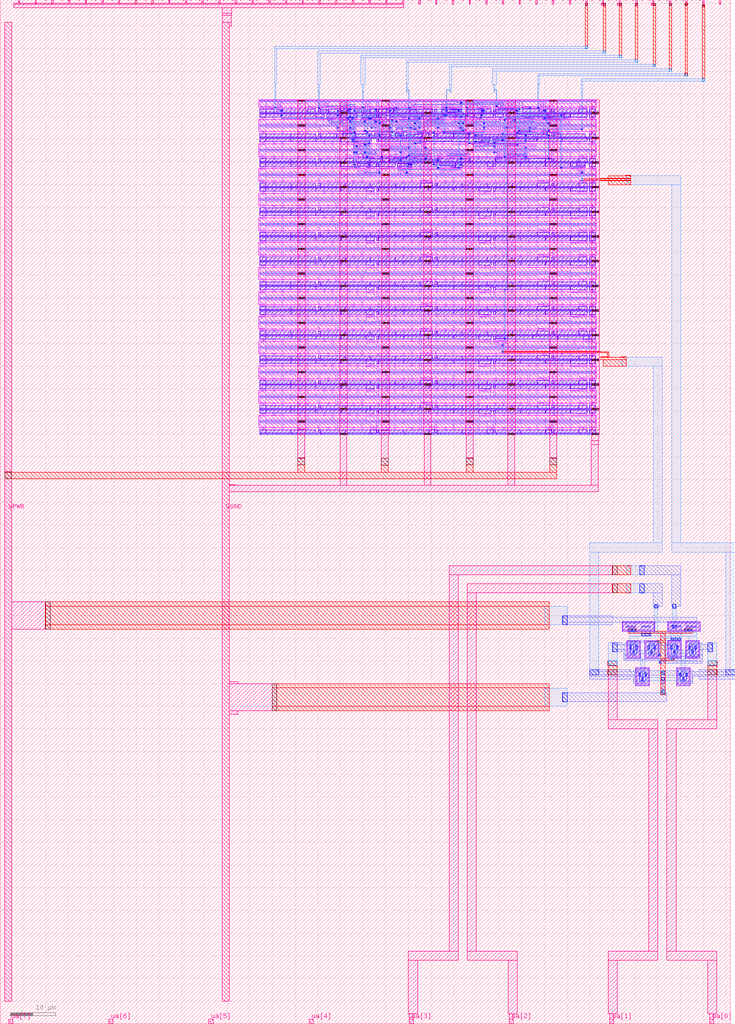
<source format=lef>
VERSION 5.7 ;
  NOWIREEXTENSIONATPIN ON ;
  DIVIDERCHAR "/" ;
  BUSBITCHARS "[]" ;
MACRO tt_um_KolosKoblasz_mixer
  CLASS BLOCK ;
  FOREIGN tt_um_KolosKoblasz_mixer ;
  ORIGIN 0.000 0.000 ;
  SIZE 161.000 BY 225.760 ;
  PIN clk
    DIRECTION INPUT ;
    USE SIGNAL ;
    ANTENNAGATEAREA 0.852000 ;
    PORT
      LAYER met4 ;
        RECT 154.870 224.760 155.170 225.760 ;
    END
  END clk
  PIN ena
    DIRECTION INPUT ;
    USE SIGNAL ;
    PORT
      LAYER met4 ;
        RECT 158.550 224.760 158.850 225.760 ;
    END
  END ena
  PIN rst_n
    DIRECTION INPUT ;
    USE SIGNAL ;
    ANTENNAGATEAREA 0.196500 ;
    PORT
      LAYER met4 ;
        RECT 151.190 224.760 151.490 225.760 ;
    END
  END rst_n
  PIN ua[0]
    DIRECTION INOUT ;
    USE SIGNAL ;
    ANTENNAGATEAREA 2.736000 ;
    PORT
      LAYER met4 ;
        RECT 156.410 0.000 157.310 1.000 ;
    END
  END ua[0]
  PIN ua[1]
    DIRECTION INOUT ;
    USE SIGNAL ;
    ANTENNAGATEAREA 2.736000 ;
    PORT
      LAYER met4 ;
        RECT 134.330 0.000 135.230 1.000 ;
    END
  END ua[1]
  PIN ua[2]
    DIRECTION INOUT ;
    USE SIGNAL ;
    ANTENNADIFFAREA 2.088000 ;
    PORT
      LAYER met4 ;
        RECT 112.250 0.000 113.150 1.000 ;
    END
  END ua[2]
  PIN ua[3]
    DIRECTION INOUT ;
    USE SIGNAL ;
    ANTENNADIFFAREA 2.088000 ;
    PORT
      LAYER met4 ;
        RECT 90.170 0.000 91.070 1.000 ;
    END
  END ua[3]
  PIN ua[4]
    DIRECTION INOUT ;
    USE SIGNAL ;
    PORT
      LAYER met4 ;
        RECT 68.090 0.000 68.990 1.000 ;
    END
  END ua[4]
  PIN ua[5]
    DIRECTION INOUT ;
    USE SIGNAL ;
    PORT
      LAYER met4 ;
        RECT 46.010 0.000 46.910 1.000 ;
    END
  END ua[5]
  PIN ua[6]
    DIRECTION INOUT ;
    USE SIGNAL ;
    PORT
      LAYER met4 ;
        RECT 23.930 0.000 24.830 1.000 ;
    END
  END ua[6]
  PIN ua[7]
    DIRECTION INOUT ;
    USE SIGNAL ;
    PORT
      LAYER met4 ;
        RECT 1.850 0.000 2.750 1.000 ;
    END
  END ua[7]
  PIN ui_in[0]
    DIRECTION INPUT ;
    USE SIGNAL ;
    ANTENNAGATEAREA 0.126000 ;
    PORT
      LAYER met4 ;
        RECT 147.510 224.760 147.810 225.760 ;
    END
  END ui_in[0]
  PIN ui_in[1]
    DIRECTION INPUT ;
    USE SIGNAL ;
    ANTENNAGATEAREA 0.196500 ;
    PORT
      LAYER met4 ;
        RECT 143.830 224.760 144.130 225.760 ;
    END
  END ui_in[1]
  PIN ui_in[2]
    DIRECTION INPUT ;
    USE SIGNAL ;
    ANTENNAGATEAREA 0.196500 ;
    PORT
      LAYER met4 ;
        RECT 140.150 224.760 140.450 225.760 ;
    END
  END ui_in[2]
  PIN ui_in[3]
    DIRECTION INPUT ;
    USE SIGNAL ;
    ANTENNAGATEAREA 0.196500 ;
    PORT
      LAYER met4 ;
        RECT 136.470 224.760 136.770 225.760 ;
    END
  END ui_in[3]
  PIN ui_in[4]
    DIRECTION INPUT ;
    USE SIGNAL ;
    ANTENNAGATEAREA 0.213000 ;
    PORT
      LAYER met4 ;
        RECT 132.790 224.760 133.090 225.760 ;
    END
  END ui_in[4]
  PIN ui_in[5]
    DIRECTION INPUT ;
    USE SIGNAL ;
    ANTENNAGATEAREA 0.196500 ;
    PORT
      LAYER met4 ;
        RECT 129.110 224.760 129.410 225.760 ;
    END
  END ui_in[5]
  PIN ui_in[6]
    DIRECTION INPUT ;
    USE SIGNAL ;
    PORT
      LAYER met4 ;
        RECT 125.430 224.760 125.730 225.760 ;
    END
  END ui_in[6]
  PIN ui_in[7]
    DIRECTION INPUT ;
    USE SIGNAL ;
    PORT
      LAYER met4 ;
        RECT 121.750 224.760 122.050 225.760 ;
    END
  END ui_in[7]
  PIN uio_in[0]
    DIRECTION INPUT ;
    USE SIGNAL ;
    PORT
      LAYER met4 ;
        RECT 118.070 224.760 118.370 225.760 ;
    END
  END uio_in[0]
  PIN uio_in[1]
    DIRECTION INPUT ;
    USE SIGNAL ;
    PORT
      LAYER met4 ;
        RECT 114.390 224.760 114.690 225.760 ;
    END
  END uio_in[1]
  PIN uio_in[2]
    DIRECTION INPUT ;
    USE SIGNAL ;
    PORT
      LAYER met4 ;
        RECT 110.710 224.760 111.010 225.760 ;
    END
  END uio_in[2]
  PIN uio_in[3]
    DIRECTION INPUT ;
    USE SIGNAL ;
    PORT
      LAYER met4 ;
        RECT 107.030 224.760 107.330 225.760 ;
    END
  END uio_in[3]
  PIN uio_in[4]
    DIRECTION INPUT ;
    USE SIGNAL ;
    PORT
      LAYER met4 ;
        RECT 103.350 224.760 103.650 225.760 ;
    END
  END uio_in[4]
  PIN uio_in[5]
    DIRECTION INPUT ;
    USE SIGNAL ;
    PORT
      LAYER met4 ;
        RECT 99.670 224.760 99.970 225.760 ;
    END
  END uio_in[5]
  PIN uio_in[6]
    DIRECTION INPUT ;
    USE SIGNAL ;
    PORT
      LAYER met4 ;
        RECT 95.990 224.760 96.290 225.760 ;
    END
  END uio_in[6]
  PIN uio_in[7]
    DIRECTION INPUT ;
    USE SIGNAL ;
    PORT
      LAYER met4 ;
        RECT 92.310 224.760 92.610 225.760 ;
    END
  END uio_in[7]
  PIN uio_oe[0]
    DIRECTION OUTPUT ;
    USE SIGNAL ;
    ANTENNAGATEAREA 1223.933350 ;
    ANTENNADIFFAREA 164.215347 ;
    PORT
      LAYER met4 ;
        RECT 29.750 224.760 30.050 225.760 ;
    END
  END uio_oe[0]
  PIN uio_oe[1]
    DIRECTION OUTPUT ;
    USE SIGNAL ;
    ANTENNAGATEAREA 1223.933350 ;
    ANTENNADIFFAREA 164.215347 ;
    PORT
      LAYER met4 ;
        RECT 26.070 224.760 26.370 225.760 ;
    END
  END uio_oe[1]
  PIN uio_oe[2]
    DIRECTION OUTPUT ;
    USE SIGNAL ;
    ANTENNAGATEAREA 1223.933350 ;
    ANTENNADIFFAREA 164.215347 ;
    PORT
      LAYER met4 ;
        RECT 22.390 224.760 22.690 225.760 ;
    END
  END uio_oe[2]
  PIN uio_oe[3]
    DIRECTION OUTPUT ;
    USE SIGNAL ;
    ANTENNAGATEAREA 1223.933350 ;
    ANTENNADIFFAREA 164.215347 ;
    PORT
      LAYER met4 ;
        RECT 18.710 224.760 19.010 225.760 ;
    END
  END uio_oe[3]
  PIN uio_oe[4]
    DIRECTION OUTPUT ;
    USE SIGNAL ;
    ANTENNAGATEAREA 1223.933350 ;
    ANTENNADIFFAREA 164.215347 ;
    PORT
      LAYER met4 ;
        RECT 15.030 224.760 15.330 225.760 ;
    END
  END uio_oe[4]
  PIN uio_oe[5]
    DIRECTION OUTPUT ;
    USE SIGNAL ;
    ANTENNAGATEAREA 1223.933350 ;
    ANTENNADIFFAREA 164.215347 ;
    PORT
      LAYER met4 ;
        RECT 11.350 224.760 11.650 225.760 ;
    END
  END uio_oe[5]
  PIN uio_oe[6]
    DIRECTION OUTPUT ;
    USE SIGNAL ;
    ANTENNAGATEAREA 1223.933350 ;
    ANTENNADIFFAREA 164.215347 ;
    PORT
      LAYER met4 ;
        RECT 7.670 224.760 7.970 225.760 ;
    END
  END uio_oe[6]
  PIN uio_oe[7]
    DIRECTION OUTPUT ;
    USE SIGNAL ;
    ANTENNAGATEAREA 1223.933350 ;
    ANTENNADIFFAREA 164.215347 ;
    PORT
      LAYER met4 ;
        RECT 3.990 224.760 4.290 225.760 ;
    END
  END uio_oe[7]
  PIN uio_out[0]
    DIRECTION OUTPUT ;
    USE SIGNAL ;
    ANTENNAGATEAREA 1223.933350 ;
    ANTENNADIFFAREA 164.215347 ;
    PORT
      LAYER met4 ;
        RECT 59.190 224.760 59.490 225.760 ;
    END
  END uio_out[0]
  PIN uio_out[1]
    DIRECTION OUTPUT ;
    USE SIGNAL ;
    ANTENNAGATEAREA 1223.933350 ;
    ANTENNADIFFAREA 164.215347 ;
    PORT
      LAYER met4 ;
        RECT 55.510 224.760 55.810 225.760 ;
    END
  END uio_out[1]
  PIN uio_out[2]
    DIRECTION OUTPUT ;
    USE SIGNAL ;
    ANTENNAGATEAREA 1223.933350 ;
    ANTENNADIFFAREA 164.215347 ;
    PORT
      LAYER met4 ;
        RECT 51.830 224.760 52.130 225.760 ;
    END
  END uio_out[2]
  PIN uio_out[3]
    DIRECTION OUTPUT ;
    USE SIGNAL ;
    ANTENNAGATEAREA 1223.933350 ;
    ANTENNADIFFAREA 164.215347 ;
    PORT
      LAYER met4 ;
        RECT 48.150 224.760 48.450 225.760 ;
    END
  END uio_out[3]
  PIN uio_out[4]
    DIRECTION OUTPUT ;
    USE SIGNAL ;
    ANTENNAGATEAREA 1223.933350 ;
    ANTENNADIFFAREA 164.215347 ;
    PORT
      LAYER met4 ;
        RECT 44.470 224.760 44.770 225.760 ;
    END
  END uio_out[4]
  PIN uio_out[5]
    DIRECTION OUTPUT ;
    USE SIGNAL ;
    ANTENNAGATEAREA 1223.933350 ;
    ANTENNADIFFAREA 164.215347 ;
    PORT
      LAYER met4 ;
        RECT 40.790 224.760 41.090 225.760 ;
    END
  END uio_out[5]
  PIN uio_out[6]
    DIRECTION OUTPUT ;
    USE SIGNAL ;
    ANTENNAGATEAREA 1223.933350 ;
    ANTENNADIFFAREA 164.215347 ;
    PORT
      LAYER met4 ;
        RECT 37.110 224.760 37.410 225.760 ;
    END
  END uio_out[6]
  PIN uio_out[7]
    DIRECTION OUTPUT ;
    USE SIGNAL ;
    ANTENNAGATEAREA 1223.933350 ;
    ANTENNADIFFAREA 164.215347 ;
    PORT
      LAYER met4 ;
        RECT 33.430 224.760 33.730 225.760 ;
    END
  END uio_out[7]
  PIN uo_out[0]
    DIRECTION OUTPUT ;
    USE SIGNAL ;
    ANTENNAGATEAREA 1223.933350 ;
    ANTENNADIFFAREA 164.215347 ;
    PORT
      LAYER met4 ;
        RECT 88.630 224.760 88.930 225.760 ;
    END
  END uo_out[0]
  PIN uo_out[1]
    DIRECTION OUTPUT ;
    USE SIGNAL ;
    ANTENNAGATEAREA 1223.933350 ;
    ANTENNADIFFAREA 164.215347 ;
    PORT
      LAYER met4 ;
        RECT 84.950 224.760 85.250 225.760 ;
    END
  END uo_out[1]
  PIN uo_out[2]
    DIRECTION OUTPUT ;
    USE SIGNAL ;
    ANTENNAGATEAREA 1223.933350 ;
    ANTENNADIFFAREA 164.215347 ;
    PORT
      LAYER met4 ;
        RECT 81.270 224.760 81.570 225.760 ;
    END
  END uo_out[2]
  PIN uo_out[3]
    DIRECTION OUTPUT ;
    USE SIGNAL ;
    ANTENNAGATEAREA 1223.933350 ;
    ANTENNADIFFAREA 164.215347 ;
    PORT
      LAYER met4 ;
        RECT 77.590 224.760 77.890 225.760 ;
    END
  END uo_out[3]
  PIN uo_out[4]
    DIRECTION OUTPUT ;
    USE SIGNAL ;
    ANTENNAGATEAREA 1223.933350 ;
    ANTENNADIFFAREA 164.215347 ;
    PORT
      LAYER met4 ;
        RECT 73.910 224.760 74.210 225.760 ;
    END
  END uo_out[4]
  PIN uo_out[5]
    DIRECTION OUTPUT ;
    USE SIGNAL ;
    ANTENNAGATEAREA 1223.933350 ;
    ANTENNADIFFAREA 164.215347 ;
    PORT
      LAYER met4 ;
        RECT 70.230 224.760 70.530 225.760 ;
    END
  END uo_out[5]
  PIN uo_out[6]
    DIRECTION OUTPUT ;
    USE SIGNAL ;
    ANTENNAGATEAREA 1223.933350 ;
    ANTENNADIFFAREA 164.215347 ;
    PORT
      LAYER met4 ;
        RECT 66.550 224.760 66.850 225.760 ;
    END
  END uo_out[6]
  PIN uo_out[7]
    DIRECTION OUTPUT ;
    USE SIGNAL ;
    ANTENNAGATEAREA 1223.933350 ;
    ANTENNADIFFAREA 164.215347 ;
    PORT
      LAYER met4 ;
        RECT 62.870 224.760 63.170 225.760 ;
    END
  END uo_out[7]
  PIN VPWR
    DIRECTION INOUT ;
    USE POWER ;
    PORT
      LAYER met4 ;
        RECT 1.000 5.000 2.500 220.760 ;
    END
  END VPWR
  PIN VGND
    DIRECTION INOUT ;
    USE GROUND ;
    PORT
      LAYER met4 ;
        RECT 49.000 5.000 50.500 220.760 ;
    END
  END VGND
  OBS
      LAYER nwell ;
        RECT 57.000 202.085 131.440 203.690 ;
      LAYER pwell ;
        RECT 57.195 200.885 58.565 201.695 ;
        RECT 58.575 200.885 60.405 201.695 ;
        RECT 60.875 200.885 62.245 201.665 ;
        RECT 62.255 200.885 67.765 201.695 ;
        RECT 67.775 200.885 69.605 201.695 ;
        RECT 70.085 200.970 70.515 201.755 ;
        RECT 70.535 200.885 72.365 201.565 ;
        RECT 72.375 200.885 75.125 201.695 ;
        RECT 75.195 200.885 76.965 201.795 ;
        RECT 76.975 200.885 79.725 201.695 ;
        RECT 80.195 200.885 81.565 201.665 ;
        RECT 81.575 200.885 82.945 201.695 ;
        RECT 82.965 200.970 83.395 201.755 ;
        RECT 83.415 200.885 85.245 201.695 ;
        RECT 85.265 200.885 86.615 201.795 ;
        RECT 86.730 201.565 87.650 201.795 ;
        RECT 86.730 200.885 90.195 201.565 ;
        RECT 90.315 200.885 91.685 201.665 ;
        RECT 91.695 200.885 95.365 201.695 ;
        RECT 95.845 200.970 96.275 201.755 ;
        RECT 97.215 200.885 98.585 201.665 ;
        RECT 99.080 201.595 100.435 201.795 ;
        RECT 99.080 201.565 101.760 201.595 ;
        RECT 105.390 201.565 106.310 201.795 ;
        RECT 98.595 200.915 101.760 201.565 ;
        RECT 98.595 200.885 100.435 200.915 ;
        RECT 102.845 200.885 106.310 201.565 ;
        RECT 106.415 200.885 108.245 201.695 ;
        RECT 108.725 200.970 109.155 201.755 ;
        RECT 109.835 201.565 113.765 201.795 ;
        RECT 109.350 200.885 113.765 201.565 ;
        RECT 115.155 200.885 118.825 201.695 ;
        RECT 118.835 200.885 120.205 201.665 ;
        RECT 120.215 200.885 121.585 201.695 ;
        RECT 121.605 200.970 122.035 201.755 ;
        RECT 122.055 200.885 127.565 201.695 ;
        RECT 127.575 200.885 129.405 201.695 ;
        RECT 129.875 200.885 131.245 201.695 ;
        RECT 57.335 200.675 57.505 200.885 ;
        RECT 58.715 200.675 58.885 200.885 ;
        RECT 60.550 200.725 60.670 200.835 ;
        RECT 61.025 200.695 61.195 200.885 ;
        RECT 62.395 200.695 62.565 200.885 ;
        RECT 64.235 200.675 64.405 200.865 ;
        RECT 67.915 200.695 68.085 200.885 ;
        RECT 69.755 200.835 69.925 200.865 ;
        RECT 69.750 200.725 69.925 200.835 ;
        RECT 69.755 200.675 69.925 200.725 ;
        RECT 70.675 200.695 70.845 200.885 ;
        RECT 71.590 200.725 71.710 200.835 ;
        RECT 72.055 200.675 72.225 200.865 ;
        RECT 72.515 200.695 72.685 200.885 ;
        RECT 76.650 200.695 76.820 200.885 ;
        RECT 77.115 200.695 77.285 200.885 ;
        RECT 78.500 200.695 78.670 200.865 ;
        RECT 79.875 200.835 80.045 200.865 ;
        RECT 78.965 200.720 79.125 200.830 ;
        RECT 79.870 200.725 80.045 200.835 ;
        RECT 78.500 200.675 78.635 200.695 ;
        RECT 79.875 200.675 80.045 200.725 ;
        RECT 80.345 200.695 80.515 200.885 ;
        RECT 81.715 200.695 81.885 200.885 ;
        RECT 83.555 200.695 83.725 200.885 ;
        RECT 84.930 200.675 85.100 200.865 ;
        RECT 85.390 200.725 85.510 200.835 ;
        RECT 86.315 200.695 86.485 200.885 ;
        RECT 89.995 200.695 90.165 200.885 ;
        RECT 90.455 200.695 90.625 200.885 ;
        RECT 91.835 200.695 92.005 200.885 ;
        RECT 92.755 200.675 92.925 200.865 ;
        RECT 93.215 200.675 93.385 200.865 ;
        RECT 95.510 200.725 95.630 200.835 ;
        RECT 96.445 200.730 96.605 200.840 ;
        RECT 97.355 200.695 97.525 200.885 ;
        RECT 98.735 200.695 98.905 200.885 ;
        RECT 101.965 200.730 102.125 200.840 ;
        RECT 102.875 200.695 103.045 200.885 ;
        RECT 103.980 200.675 104.150 200.865 ;
        RECT 105.635 200.675 105.805 200.865 ;
        RECT 106.095 200.675 106.265 200.865 ;
        RECT 106.555 200.695 106.725 200.885 ;
        RECT 109.350 200.865 109.460 200.885 ;
        RECT 108.390 200.725 108.510 200.835 ;
        RECT 109.290 200.695 109.485 200.865 ;
        RECT 111.150 200.725 111.270 200.835 ;
        RECT 109.315 200.675 109.485 200.695 ;
        RECT 111.615 200.675 111.785 200.865 ;
        RECT 113.915 200.695 114.085 200.865 ;
        RECT 115.295 200.695 115.465 200.885 ;
        RECT 118.975 200.695 119.145 200.885 ;
        RECT 120.355 200.695 120.525 200.885 ;
        RECT 122.195 200.695 122.365 200.885 ;
        RECT 124.035 200.675 124.205 200.865 ;
        RECT 124.495 200.675 124.665 200.865 ;
        RECT 125.875 200.675 126.045 200.865 ;
        RECT 127.715 200.695 127.885 200.885 ;
        RECT 129.550 200.725 129.670 200.835 ;
        RECT 130.935 200.675 131.105 200.885 ;
        RECT 57.195 199.865 58.565 200.675 ;
        RECT 58.575 199.865 64.085 200.675 ;
        RECT 64.095 199.865 69.605 200.675 ;
        RECT 69.615 199.865 71.445 200.675 ;
        RECT 71.955 199.765 75.125 200.675 ;
        RECT 75.135 199.765 78.635 200.675 ;
        RECT 79.735 199.765 82.945 200.675 ;
        RECT 82.965 199.805 83.395 200.590 ;
        RECT 83.415 199.765 85.245 200.675 ;
        RECT 85.755 199.995 93.065 200.675 ;
        RECT 93.075 199.995 100.385 200.675 ;
        RECT 100.665 199.995 104.565 200.675 ;
        RECT 85.755 199.765 87.105 199.995 ;
        RECT 88.640 199.775 89.550 199.995 ;
        RECT 96.590 199.775 97.500 199.995 ;
        RECT 99.035 199.765 100.385 199.995 ;
        RECT 103.635 199.765 104.565 199.995 ;
        RECT 104.585 199.765 105.935 200.675 ;
        RECT 105.955 199.865 108.705 200.675 ;
        RECT 108.725 199.805 109.155 200.590 ;
        RECT 109.175 199.865 111.005 200.675 ;
        RECT 111.475 199.995 120.665 200.675 ;
        RECT 115.985 199.775 116.915 199.995 ;
        RECT 119.745 199.765 120.665 199.995 ;
        RECT 120.770 199.995 124.235 200.675 ;
        RECT 120.770 199.765 121.690 199.995 ;
        RECT 124.365 199.765 125.715 200.675 ;
        RECT 125.735 199.865 129.405 200.675 ;
        RECT 129.875 199.865 131.245 200.675 ;
      LAYER nwell ;
        RECT 57.000 196.645 131.440 199.475 ;
      LAYER pwell ;
        RECT 57.195 195.445 58.565 196.255 ;
        RECT 58.575 195.445 64.085 196.255 ;
        RECT 64.095 195.445 69.605 196.255 ;
        RECT 70.085 195.530 70.515 196.315 ;
        RECT 70.535 195.445 74.205 196.255 ;
        RECT 74.215 195.445 75.585 196.255 ;
        RECT 75.595 195.445 78.345 196.355 ;
        RECT 78.355 195.445 82.025 196.255 ;
        RECT 82.495 196.125 83.420 196.355 ;
        RECT 82.495 195.445 86.165 196.125 ;
        RECT 87.095 195.445 88.910 196.355 ;
        RECT 92.050 196.125 92.970 196.355 ;
        RECT 89.505 195.445 92.970 196.125 ;
        RECT 93.095 195.445 94.445 196.355 ;
        RECT 94.455 195.445 95.825 196.255 ;
        RECT 95.845 195.530 96.275 196.315 ;
        RECT 96.375 195.445 99.825 196.355 ;
        RECT 99.975 195.445 103.185 196.355 ;
        RECT 103.195 195.445 104.565 196.255 ;
        RECT 113.775 196.125 114.705 196.355 ;
        RECT 119.720 196.155 120.665 196.355 ;
        RECT 104.660 195.445 113.765 196.125 ;
        RECT 113.775 195.445 117.675 196.125 ;
        RECT 117.915 195.475 120.665 196.155 ;
        RECT 121.605 195.530 122.035 196.315 ;
        RECT 57.335 195.235 57.505 195.445 ;
        RECT 58.715 195.235 58.885 195.445 ;
        RECT 64.235 195.235 64.405 195.445 ;
        RECT 69.755 195.395 69.925 195.425 ;
        RECT 69.750 195.285 69.925 195.395 ;
        RECT 69.755 195.235 69.925 195.285 ;
        RECT 70.675 195.255 70.845 195.445 ;
        RECT 74.355 195.255 74.525 195.445 ;
        RECT 75.275 195.235 75.445 195.425 ;
        RECT 78.035 195.255 78.205 195.445 ;
        RECT 78.310 195.235 78.480 195.425 ;
        RECT 78.495 195.255 78.665 195.445 ;
        RECT 82.170 195.390 82.290 195.395 ;
        RECT 82.170 195.285 82.345 195.390 ;
        RECT 82.185 195.280 82.345 195.285 ;
        RECT 82.640 195.255 82.810 195.445 ;
        RECT 86.325 195.290 86.485 195.400 ;
        RECT 88.615 195.255 88.785 195.445 ;
        RECT 89.070 195.285 89.190 195.395 ;
        RECT 89.535 195.255 89.705 195.445 ;
        RECT 92.295 195.235 92.465 195.425 ;
        RECT 92.755 195.235 92.925 195.425 ;
        RECT 93.210 195.255 93.380 195.445 ;
        RECT 94.135 195.235 94.305 195.425 ;
        RECT 94.595 195.255 94.765 195.445 ;
        RECT 96.435 195.255 96.605 195.445 ;
        RECT 99.655 195.235 99.825 195.425 ;
        RECT 100.105 195.255 100.275 195.445 ;
        RECT 103.335 195.255 103.505 195.445 ;
        RECT 104.255 195.255 104.425 195.425 ;
        RECT 104.275 195.235 104.425 195.255 ;
        RECT 106.560 195.235 106.730 195.425 ;
        RECT 107.945 195.280 108.105 195.390 ;
        RECT 109.315 195.235 109.485 195.425 ;
        RECT 113.455 195.255 113.625 195.445 ;
        RECT 114.190 195.255 114.360 195.445 ;
        RECT 118.060 195.255 118.230 195.475 ;
        RECT 119.720 195.445 120.665 195.475 ;
        RECT 122.055 195.445 123.425 196.225 ;
        RECT 123.435 195.445 128.945 196.255 ;
        RECT 129.875 195.445 131.245 196.255 ;
        RECT 118.515 195.235 118.685 195.425 ;
        RECT 120.825 195.290 120.985 195.400 ;
        RECT 123.115 195.255 123.285 195.445 ;
        RECT 123.575 195.255 123.745 195.445 ;
        RECT 124.035 195.235 124.205 195.425 ;
        RECT 129.105 195.290 129.265 195.400 ;
        RECT 129.550 195.285 129.670 195.395 ;
        RECT 130.935 195.235 131.105 195.445 ;
        RECT 57.195 194.425 58.565 195.235 ;
        RECT 58.575 194.425 64.085 195.235 ;
        RECT 64.095 194.425 69.605 195.235 ;
        RECT 69.615 194.425 75.125 195.235 ;
        RECT 75.135 194.425 77.885 195.235 ;
        RECT 77.895 194.555 81.795 195.235 ;
        RECT 77.895 194.325 78.825 194.555 ;
        RECT 82.965 194.365 83.395 195.150 ;
        RECT 83.500 194.555 92.605 195.235 ;
        RECT 92.615 194.455 93.985 195.235 ;
        RECT 93.995 194.425 99.505 195.235 ;
        RECT 99.515 194.425 103.185 195.235 ;
        RECT 104.275 194.415 106.205 195.235 ;
        RECT 105.255 194.325 106.205 194.415 ;
        RECT 106.415 194.325 107.765 195.235 ;
        RECT 108.725 194.365 109.155 195.150 ;
        RECT 109.175 194.555 118.280 195.235 ;
        RECT 118.375 194.425 123.885 195.235 ;
        RECT 123.895 194.425 129.405 195.235 ;
        RECT 129.875 194.425 131.245 195.235 ;
      LAYER nwell ;
        RECT 57.000 191.205 131.440 194.035 ;
      LAYER pwell ;
        RECT 57.195 190.005 58.565 190.815 ;
        RECT 58.575 190.005 64.085 190.815 ;
        RECT 64.095 190.005 69.605 190.815 ;
        RECT 70.085 190.090 70.515 190.875 ;
        RECT 70.535 190.005 76.045 190.815 ;
        RECT 76.055 190.005 77.885 190.815 ;
        RECT 78.355 190.005 81.525 190.915 ;
        RECT 81.575 190.715 82.520 190.915 ;
        RECT 81.575 190.035 84.325 190.715 ;
        RECT 81.575 190.005 82.520 190.035 ;
        RECT 57.335 189.795 57.505 190.005 ;
        RECT 58.715 189.795 58.885 190.005 ;
        RECT 64.235 189.795 64.405 190.005 ;
        RECT 69.755 189.955 69.925 189.985 ;
        RECT 69.750 189.845 69.925 189.955 ;
        RECT 69.755 189.795 69.925 189.845 ;
        RECT 70.675 189.815 70.845 190.005 ;
        RECT 75.275 189.795 75.445 189.985 ;
        RECT 76.195 189.815 76.365 190.005 ;
        RECT 78.030 189.845 78.150 189.955 ;
        RECT 57.195 188.985 58.565 189.795 ;
        RECT 58.575 188.985 64.085 189.795 ;
        RECT 64.095 188.985 69.605 189.795 ;
        RECT 69.615 188.985 75.125 189.795 ;
        RECT 75.135 188.985 78.805 189.795 ;
        RECT 78.960 189.765 79.130 189.985 ;
        RECT 81.255 189.815 81.425 190.005 ;
        RECT 81.715 189.795 81.885 189.985 ;
        RECT 83.555 189.795 83.725 189.985 ;
        RECT 84.010 189.815 84.180 190.035 ;
        RECT 84.335 190.005 85.705 190.815 ;
        RECT 86.765 190.685 87.695 190.915 ;
        RECT 85.860 190.005 87.695 190.685 ;
        RECT 88.055 190.685 89.405 190.915 ;
        RECT 90.940 190.685 91.850 190.905 ;
        RECT 88.055 190.005 95.365 190.685 ;
        RECT 95.845 190.090 96.275 190.875 ;
        RECT 96.335 190.685 97.685 190.915 ;
        RECT 99.220 190.685 100.130 190.905 ;
        RECT 96.335 190.005 103.645 190.685 ;
        RECT 103.655 190.005 109.165 190.815 ;
        RECT 109.215 190.685 110.565 190.915 ;
        RECT 112.100 190.685 113.010 190.905 ;
        RECT 109.215 190.005 116.525 190.685 ;
        RECT 116.535 190.005 120.205 190.815 ;
        RECT 120.215 190.005 121.585 190.815 ;
        RECT 121.605 190.090 122.035 190.875 ;
        RECT 122.055 190.005 127.565 190.815 ;
        RECT 127.575 190.005 129.405 190.815 ;
        RECT 129.875 190.005 131.245 190.815 ;
        RECT 84.475 189.815 84.645 190.005 ;
        RECT 85.860 189.985 86.025 190.005 ;
        RECT 85.855 189.815 86.025 189.985 ;
        RECT 87.230 189.845 87.350 189.955 ;
        RECT 80.620 189.765 81.565 189.795 ;
        RECT 78.815 189.085 81.565 189.765 ;
        RECT 80.620 188.885 81.565 189.085 ;
        RECT 81.575 188.985 82.945 189.795 ;
        RECT 82.965 188.925 83.395 189.710 ;
        RECT 83.415 188.985 87.085 189.795 ;
        RECT 87.700 189.765 87.870 189.985 ;
        RECT 90.915 189.795 91.085 189.985 ;
        RECT 95.055 189.815 95.225 190.005 ;
        RECT 95.510 189.845 95.630 189.955 ;
        RECT 96.430 189.845 96.550 189.955 ;
        RECT 96.895 189.795 97.065 189.985 ;
        RECT 101.490 189.795 101.660 189.985 ;
        RECT 101.955 189.795 102.125 189.985 ;
        RECT 103.335 189.815 103.505 190.005 ;
        RECT 103.795 189.815 103.965 190.005 ;
        RECT 107.475 189.795 107.645 189.985 ;
        RECT 109.315 189.795 109.485 189.985 ;
        RECT 114.835 189.795 115.005 189.985 ;
        RECT 116.215 189.815 116.385 190.005 ;
        RECT 116.675 189.815 116.845 190.005 ;
        RECT 120.355 189.795 120.525 190.005 ;
        RECT 122.195 189.815 122.365 190.005 ;
        RECT 125.875 189.795 126.045 189.985 ;
        RECT 127.255 189.795 127.425 189.985 ;
        RECT 127.715 189.815 127.885 190.005 ;
        RECT 129.105 189.840 129.265 189.950 ;
        RECT 129.550 189.845 129.670 189.955 ;
        RECT 130.935 189.795 131.105 190.005 ;
        RECT 89.830 189.765 90.765 189.795 ;
        RECT 87.700 189.565 90.765 189.765 ;
        RECT 87.555 189.085 90.765 189.565 ;
        RECT 87.555 188.885 88.485 189.085 ;
        RECT 89.815 188.885 90.765 189.085 ;
        RECT 90.775 188.985 96.285 189.795 ;
        RECT 96.865 189.115 100.330 189.795 ;
        RECT 99.410 188.885 100.330 189.115 ;
        RECT 100.455 188.885 101.805 189.795 ;
        RECT 101.815 188.985 107.325 189.795 ;
        RECT 107.335 188.985 108.705 189.795 ;
        RECT 108.725 188.925 109.155 189.710 ;
        RECT 109.175 188.985 114.685 189.795 ;
        RECT 114.695 188.985 120.205 189.795 ;
        RECT 120.215 188.985 125.725 189.795 ;
        RECT 125.735 188.985 127.105 189.795 ;
        RECT 127.115 189.115 128.945 189.795 ;
        RECT 127.600 188.885 128.945 189.115 ;
        RECT 129.875 188.985 131.245 189.795 ;
      LAYER nwell ;
        RECT 57.000 185.765 131.440 188.595 ;
      LAYER pwell ;
        RECT 57.195 184.565 58.565 185.375 ;
        RECT 58.575 184.565 64.085 185.375 ;
        RECT 64.095 184.565 69.605 185.375 ;
        RECT 70.085 184.650 70.515 185.435 ;
        RECT 70.535 184.565 76.045 185.375 ;
        RECT 76.055 184.565 81.565 185.375 ;
        RECT 81.575 184.565 87.085 185.375 ;
        RECT 87.095 184.565 92.605 185.375 ;
        RECT 92.615 184.565 95.365 185.375 ;
        RECT 95.845 184.650 96.275 185.435 ;
        RECT 96.295 184.565 101.805 185.375 ;
        RECT 101.815 184.565 107.325 185.375 ;
        RECT 107.335 184.565 112.845 185.375 ;
        RECT 112.855 184.565 118.365 185.375 ;
        RECT 118.375 184.565 121.125 185.375 ;
        RECT 121.605 184.650 122.035 185.435 ;
        RECT 122.055 184.565 127.565 185.375 ;
        RECT 127.575 184.565 129.405 185.375 ;
        RECT 129.875 184.565 131.245 185.375 ;
        RECT 57.335 184.355 57.505 184.565 ;
        RECT 58.715 184.355 58.885 184.565 ;
        RECT 64.235 184.355 64.405 184.565 ;
        RECT 69.755 184.515 69.925 184.545 ;
        RECT 69.750 184.405 69.925 184.515 ;
        RECT 69.755 184.355 69.925 184.405 ;
        RECT 70.675 184.375 70.845 184.565 ;
        RECT 75.275 184.355 75.445 184.545 ;
        RECT 76.195 184.375 76.365 184.565 ;
        RECT 80.795 184.355 80.965 184.545 ;
        RECT 81.715 184.375 81.885 184.565 ;
        RECT 82.630 184.405 82.750 184.515 ;
        RECT 83.555 184.355 83.725 184.545 ;
        RECT 87.235 184.375 87.405 184.565 ;
        RECT 89.075 184.355 89.245 184.545 ;
        RECT 92.755 184.375 92.925 184.565 ;
        RECT 94.595 184.355 94.765 184.545 ;
        RECT 95.510 184.405 95.630 184.515 ;
        RECT 96.435 184.375 96.605 184.565 ;
        RECT 100.115 184.355 100.285 184.545 ;
        RECT 101.955 184.375 102.125 184.565 ;
        RECT 105.635 184.355 105.805 184.545 ;
        RECT 107.475 184.375 107.645 184.565 ;
        RECT 108.390 184.405 108.510 184.515 ;
        RECT 109.315 184.355 109.485 184.545 ;
        RECT 112.995 184.375 113.165 184.565 ;
        RECT 114.835 184.355 115.005 184.545 ;
        RECT 118.515 184.375 118.685 184.565 ;
        RECT 120.355 184.355 120.525 184.545 ;
        RECT 121.270 184.405 121.390 184.515 ;
        RECT 122.195 184.375 122.365 184.565 ;
        RECT 125.875 184.355 126.045 184.545 ;
        RECT 127.715 184.375 127.885 184.565 ;
        RECT 129.550 184.405 129.670 184.515 ;
        RECT 130.935 184.355 131.105 184.565 ;
        RECT 57.195 183.545 58.565 184.355 ;
        RECT 58.575 183.545 64.085 184.355 ;
        RECT 64.095 183.545 69.605 184.355 ;
        RECT 69.615 183.545 75.125 184.355 ;
        RECT 75.135 183.545 80.645 184.355 ;
        RECT 80.655 183.545 82.485 184.355 ;
        RECT 82.965 183.485 83.395 184.270 ;
        RECT 83.415 183.545 88.925 184.355 ;
        RECT 88.935 183.545 94.445 184.355 ;
        RECT 94.455 183.545 99.965 184.355 ;
        RECT 99.975 183.545 105.485 184.355 ;
        RECT 105.495 183.545 108.245 184.355 ;
        RECT 108.725 183.485 109.155 184.270 ;
        RECT 109.175 183.545 114.685 184.355 ;
        RECT 114.695 183.545 120.205 184.355 ;
        RECT 120.215 183.545 125.725 184.355 ;
        RECT 125.735 183.545 129.405 184.355 ;
        RECT 129.875 183.545 131.245 184.355 ;
      LAYER nwell ;
        RECT 57.000 180.325 131.440 183.155 ;
      LAYER pwell ;
        RECT 57.195 179.125 58.565 179.935 ;
        RECT 58.575 179.125 64.085 179.935 ;
        RECT 64.095 179.125 69.605 179.935 ;
        RECT 70.085 179.210 70.515 179.995 ;
        RECT 70.535 179.125 76.045 179.935 ;
        RECT 76.055 179.125 81.565 179.935 ;
        RECT 81.575 179.125 87.085 179.935 ;
        RECT 87.095 179.125 92.605 179.935 ;
        RECT 92.615 179.125 95.365 179.935 ;
        RECT 95.845 179.210 96.275 179.995 ;
        RECT 96.295 179.125 101.805 179.935 ;
        RECT 101.815 179.125 107.325 179.935 ;
        RECT 107.335 179.125 112.845 179.935 ;
        RECT 112.855 179.125 118.365 179.935 ;
        RECT 118.375 179.125 121.125 179.935 ;
        RECT 121.605 179.210 122.035 179.995 ;
        RECT 122.055 179.125 127.565 179.935 ;
        RECT 127.575 179.125 129.405 179.935 ;
        RECT 129.875 179.125 131.245 179.935 ;
        RECT 57.335 178.915 57.505 179.125 ;
        RECT 58.715 178.915 58.885 179.125 ;
        RECT 64.235 178.915 64.405 179.125 ;
        RECT 69.755 179.075 69.925 179.105 ;
        RECT 69.750 178.965 69.925 179.075 ;
        RECT 69.755 178.915 69.925 178.965 ;
        RECT 70.675 178.935 70.845 179.125 ;
        RECT 75.275 178.915 75.445 179.105 ;
        RECT 76.195 178.935 76.365 179.125 ;
        RECT 80.795 178.915 80.965 179.105 ;
        RECT 81.715 178.935 81.885 179.125 ;
        RECT 82.630 178.965 82.750 179.075 ;
        RECT 83.555 178.915 83.725 179.105 ;
        RECT 87.235 178.935 87.405 179.125 ;
        RECT 89.075 178.915 89.245 179.105 ;
        RECT 92.755 178.935 92.925 179.125 ;
        RECT 94.595 178.915 94.765 179.105 ;
        RECT 95.510 178.965 95.630 179.075 ;
        RECT 96.435 178.935 96.605 179.125 ;
        RECT 100.115 178.915 100.285 179.105 ;
        RECT 101.955 178.935 102.125 179.125 ;
        RECT 105.635 178.915 105.805 179.105 ;
        RECT 107.475 178.935 107.645 179.125 ;
        RECT 108.390 178.965 108.510 179.075 ;
        RECT 109.315 178.915 109.485 179.105 ;
        RECT 112.995 178.935 113.165 179.125 ;
        RECT 114.835 178.915 115.005 179.105 ;
        RECT 118.515 178.935 118.685 179.125 ;
        RECT 120.355 178.915 120.525 179.105 ;
        RECT 121.270 178.965 121.390 179.075 ;
        RECT 122.195 178.935 122.365 179.125 ;
        RECT 125.875 178.915 126.045 179.105 ;
        RECT 127.715 178.935 127.885 179.125 ;
        RECT 129.550 178.965 129.670 179.075 ;
        RECT 130.935 178.915 131.105 179.125 ;
        RECT 57.195 178.105 58.565 178.915 ;
        RECT 58.575 178.105 64.085 178.915 ;
        RECT 64.095 178.105 69.605 178.915 ;
        RECT 69.615 178.105 75.125 178.915 ;
        RECT 75.135 178.105 80.645 178.915 ;
        RECT 80.655 178.105 82.485 178.915 ;
        RECT 82.965 178.045 83.395 178.830 ;
        RECT 83.415 178.105 88.925 178.915 ;
        RECT 88.935 178.105 94.445 178.915 ;
        RECT 94.455 178.105 99.965 178.915 ;
        RECT 99.975 178.105 105.485 178.915 ;
        RECT 105.495 178.105 108.245 178.915 ;
        RECT 108.725 178.045 109.155 178.830 ;
        RECT 109.175 178.105 114.685 178.915 ;
        RECT 114.695 178.105 120.205 178.915 ;
        RECT 120.215 178.105 125.725 178.915 ;
        RECT 125.735 178.105 129.405 178.915 ;
        RECT 129.875 178.105 131.245 178.915 ;
      LAYER nwell ;
        RECT 57.000 174.885 131.440 177.715 ;
      LAYER pwell ;
        RECT 57.195 173.685 58.565 174.495 ;
        RECT 58.575 173.685 64.085 174.495 ;
        RECT 64.095 173.685 69.605 174.495 ;
        RECT 70.085 173.770 70.515 174.555 ;
        RECT 70.535 173.685 76.045 174.495 ;
        RECT 76.055 173.685 81.565 174.495 ;
        RECT 81.575 173.685 87.085 174.495 ;
        RECT 87.095 173.685 92.605 174.495 ;
        RECT 92.615 173.685 95.365 174.495 ;
        RECT 95.845 173.770 96.275 174.555 ;
        RECT 96.295 173.685 101.805 174.495 ;
        RECT 101.815 173.685 107.325 174.495 ;
        RECT 107.335 173.685 112.845 174.495 ;
        RECT 112.855 173.685 118.365 174.495 ;
        RECT 118.375 173.685 121.125 174.495 ;
        RECT 121.605 173.770 122.035 174.555 ;
        RECT 122.055 173.685 127.565 174.495 ;
        RECT 127.575 173.685 129.405 174.495 ;
        RECT 129.875 173.685 131.245 174.495 ;
        RECT 57.335 173.475 57.505 173.685 ;
        RECT 58.715 173.475 58.885 173.685 ;
        RECT 64.235 173.475 64.405 173.685 ;
        RECT 69.755 173.635 69.925 173.665 ;
        RECT 69.750 173.525 69.925 173.635 ;
        RECT 69.755 173.475 69.925 173.525 ;
        RECT 70.675 173.495 70.845 173.685 ;
        RECT 75.275 173.475 75.445 173.665 ;
        RECT 76.195 173.495 76.365 173.685 ;
        RECT 80.795 173.475 80.965 173.665 ;
        RECT 81.715 173.495 81.885 173.685 ;
        RECT 82.630 173.525 82.750 173.635 ;
        RECT 83.555 173.475 83.725 173.665 ;
        RECT 87.235 173.495 87.405 173.685 ;
        RECT 89.075 173.475 89.245 173.665 ;
        RECT 92.755 173.495 92.925 173.685 ;
        RECT 94.595 173.475 94.765 173.665 ;
        RECT 95.510 173.525 95.630 173.635 ;
        RECT 96.435 173.495 96.605 173.685 ;
        RECT 100.115 173.475 100.285 173.665 ;
        RECT 101.955 173.495 102.125 173.685 ;
        RECT 105.635 173.475 105.805 173.665 ;
        RECT 107.475 173.495 107.645 173.685 ;
        RECT 108.390 173.525 108.510 173.635 ;
        RECT 109.315 173.475 109.485 173.665 ;
        RECT 112.995 173.495 113.165 173.685 ;
        RECT 114.835 173.475 115.005 173.665 ;
        RECT 118.515 173.495 118.685 173.685 ;
        RECT 120.355 173.475 120.525 173.665 ;
        RECT 121.270 173.525 121.390 173.635 ;
        RECT 122.195 173.495 122.365 173.685 ;
        RECT 125.875 173.475 126.045 173.665 ;
        RECT 127.715 173.495 127.885 173.685 ;
        RECT 129.550 173.525 129.670 173.635 ;
        RECT 130.935 173.475 131.105 173.685 ;
        RECT 57.195 172.665 58.565 173.475 ;
        RECT 58.575 172.665 64.085 173.475 ;
        RECT 64.095 172.665 69.605 173.475 ;
        RECT 69.615 172.665 75.125 173.475 ;
        RECT 75.135 172.665 80.645 173.475 ;
        RECT 80.655 172.665 82.485 173.475 ;
        RECT 82.965 172.605 83.395 173.390 ;
        RECT 83.415 172.665 88.925 173.475 ;
        RECT 88.935 172.665 94.445 173.475 ;
        RECT 94.455 172.665 99.965 173.475 ;
        RECT 99.975 172.665 105.485 173.475 ;
        RECT 105.495 172.665 108.245 173.475 ;
        RECT 108.725 172.605 109.155 173.390 ;
        RECT 109.175 172.665 114.685 173.475 ;
        RECT 114.695 172.665 120.205 173.475 ;
        RECT 120.215 172.665 125.725 173.475 ;
        RECT 125.735 172.665 129.405 173.475 ;
        RECT 129.875 172.665 131.245 173.475 ;
      LAYER nwell ;
        RECT 57.000 169.445 131.440 172.275 ;
      LAYER pwell ;
        RECT 57.195 168.245 58.565 169.055 ;
        RECT 58.575 168.245 64.085 169.055 ;
        RECT 64.095 168.245 69.605 169.055 ;
        RECT 70.085 168.330 70.515 169.115 ;
        RECT 70.535 168.245 76.045 169.055 ;
        RECT 76.055 168.245 81.565 169.055 ;
        RECT 81.575 168.245 87.085 169.055 ;
        RECT 87.095 168.245 92.605 169.055 ;
        RECT 92.615 168.245 95.365 169.055 ;
        RECT 95.845 168.330 96.275 169.115 ;
        RECT 96.295 168.245 101.805 169.055 ;
        RECT 101.815 168.245 107.325 169.055 ;
        RECT 107.335 168.245 112.845 169.055 ;
        RECT 112.855 168.245 118.365 169.055 ;
        RECT 118.375 168.245 121.125 169.055 ;
        RECT 121.605 168.330 122.035 169.115 ;
        RECT 122.055 168.245 127.565 169.055 ;
        RECT 127.575 168.245 129.405 169.055 ;
        RECT 129.875 168.245 131.245 169.055 ;
        RECT 57.335 168.035 57.505 168.245 ;
        RECT 58.715 168.035 58.885 168.245 ;
        RECT 64.235 168.035 64.405 168.245 ;
        RECT 69.755 168.195 69.925 168.225 ;
        RECT 69.750 168.085 69.925 168.195 ;
        RECT 69.755 168.035 69.925 168.085 ;
        RECT 70.675 168.055 70.845 168.245 ;
        RECT 75.275 168.035 75.445 168.225 ;
        RECT 76.195 168.055 76.365 168.245 ;
        RECT 80.795 168.035 80.965 168.225 ;
        RECT 81.715 168.055 81.885 168.245 ;
        RECT 82.630 168.085 82.750 168.195 ;
        RECT 83.555 168.035 83.725 168.225 ;
        RECT 87.235 168.055 87.405 168.245 ;
        RECT 89.075 168.035 89.245 168.225 ;
        RECT 92.755 168.055 92.925 168.245 ;
        RECT 94.595 168.035 94.765 168.225 ;
        RECT 95.510 168.085 95.630 168.195 ;
        RECT 96.435 168.055 96.605 168.245 ;
        RECT 100.115 168.035 100.285 168.225 ;
        RECT 101.955 168.055 102.125 168.245 ;
        RECT 105.635 168.035 105.805 168.225 ;
        RECT 107.475 168.055 107.645 168.245 ;
        RECT 108.390 168.085 108.510 168.195 ;
        RECT 109.315 168.035 109.485 168.225 ;
        RECT 112.995 168.055 113.165 168.245 ;
        RECT 114.835 168.035 115.005 168.225 ;
        RECT 118.515 168.055 118.685 168.245 ;
        RECT 120.355 168.035 120.525 168.225 ;
        RECT 121.270 168.085 121.390 168.195 ;
        RECT 122.195 168.055 122.365 168.245 ;
        RECT 125.875 168.035 126.045 168.225 ;
        RECT 127.715 168.055 127.885 168.245 ;
        RECT 129.550 168.085 129.670 168.195 ;
        RECT 130.935 168.035 131.105 168.245 ;
        RECT 57.195 167.225 58.565 168.035 ;
        RECT 58.575 167.225 64.085 168.035 ;
        RECT 64.095 167.225 69.605 168.035 ;
        RECT 69.615 167.225 75.125 168.035 ;
        RECT 75.135 167.225 80.645 168.035 ;
        RECT 80.655 167.225 82.485 168.035 ;
        RECT 82.965 167.165 83.395 167.950 ;
        RECT 83.415 167.225 88.925 168.035 ;
        RECT 88.935 167.225 94.445 168.035 ;
        RECT 94.455 167.225 99.965 168.035 ;
        RECT 99.975 167.225 105.485 168.035 ;
        RECT 105.495 167.225 108.245 168.035 ;
        RECT 108.725 167.165 109.155 167.950 ;
        RECT 109.175 167.225 114.685 168.035 ;
        RECT 114.695 167.225 120.205 168.035 ;
        RECT 120.215 167.225 125.725 168.035 ;
        RECT 125.735 167.225 129.405 168.035 ;
        RECT 129.875 167.225 131.245 168.035 ;
      LAYER nwell ;
        RECT 57.000 164.005 131.440 166.835 ;
      LAYER pwell ;
        RECT 57.195 162.805 58.565 163.615 ;
        RECT 58.575 162.805 64.085 163.615 ;
        RECT 64.095 162.805 69.605 163.615 ;
        RECT 70.085 162.890 70.515 163.675 ;
        RECT 70.535 162.805 76.045 163.615 ;
        RECT 76.055 162.805 81.565 163.615 ;
        RECT 81.575 162.805 87.085 163.615 ;
        RECT 87.095 162.805 92.605 163.615 ;
        RECT 92.615 162.805 95.365 163.615 ;
        RECT 95.845 162.890 96.275 163.675 ;
        RECT 96.295 162.805 101.805 163.615 ;
        RECT 101.815 162.805 107.325 163.615 ;
        RECT 107.335 162.805 112.845 163.615 ;
        RECT 112.855 162.805 118.365 163.615 ;
        RECT 118.375 162.805 121.125 163.615 ;
        RECT 121.605 162.890 122.035 163.675 ;
        RECT 122.055 162.805 127.565 163.615 ;
        RECT 127.575 162.805 129.405 163.615 ;
        RECT 129.875 162.805 131.245 163.615 ;
        RECT 57.335 162.595 57.505 162.805 ;
        RECT 58.715 162.595 58.885 162.805 ;
        RECT 64.235 162.595 64.405 162.805 ;
        RECT 69.755 162.755 69.925 162.785 ;
        RECT 69.750 162.645 69.925 162.755 ;
        RECT 69.755 162.595 69.925 162.645 ;
        RECT 70.675 162.615 70.845 162.805 ;
        RECT 75.275 162.595 75.445 162.785 ;
        RECT 76.195 162.615 76.365 162.805 ;
        RECT 80.795 162.595 80.965 162.785 ;
        RECT 81.715 162.615 81.885 162.805 ;
        RECT 82.630 162.645 82.750 162.755 ;
        RECT 83.555 162.595 83.725 162.785 ;
        RECT 87.235 162.615 87.405 162.805 ;
        RECT 89.075 162.595 89.245 162.785 ;
        RECT 92.755 162.615 92.925 162.805 ;
        RECT 94.595 162.595 94.765 162.785 ;
        RECT 95.510 162.645 95.630 162.755 ;
        RECT 96.435 162.615 96.605 162.805 ;
        RECT 100.115 162.595 100.285 162.785 ;
        RECT 101.955 162.615 102.125 162.805 ;
        RECT 105.635 162.595 105.805 162.785 ;
        RECT 107.475 162.615 107.645 162.805 ;
        RECT 108.390 162.645 108.510 162.755 ;
        RECT 109.315 162.595 109.485 162.785 ;
        RECT 112.995 162.615 113.165 162.805 ;
        RECT 114.835 162.595 115.005 162.785 ;
        RECT 118.515 162.615 118.685 162.805 ;
        RECT 120.355 162.595 120.525 162.785 ;
        RECT 121.270 162.645 121.390 162.755 ;
        RECT 122.195 162.615 122.365 162.805 ;
        RECT 125.875 162.595 126.045 162.785 ;
        RECT 127.715 162.615 127.885 162.805 ;
        RECT 129.550 162.645 129.670 162.755 ;
        RECT 130.935 162.595 131.105 162.805 ;
        RECT 57.195 161.785 58.565 162.595 ;
        RECT 58.575 161.785 64.085 162.595 ;
        RECT 64.095 161.785 69.605 162.595 ;
        RECT 69.615 161.785 75.125 162.595 ;
        RECT 75.135 161.785 80.645 162.595 ;
        RECT 80.655 161.785 82.485 162.595 ;
        RECT 82.965 161.725 83.395 162.510 ;
        RECT 83.415 161.785 88.925 162.595 ;
        RECT 88.935 161.785 94.445 162.595 ;
        RECT 94.455 161.785 99.965 162.595 ;
        RECT 99.975 161.785 105.485 162.595 ;
        RECT 105.495 161.785 108.245 162.595 ;
        RECT 108.725 161.725 109.155 162.510 ;
        RECT 109.175 161.785 114.685 162.595 ;
        RECT 114.695 161.785 120.205 162.595 ;
        RECT 120.215 161.785 125.725 162.595 ;
        RECT 125.735 161.785 129.405 162.595 ;
        RECT 129.875 161.785 131.245 162.595 ;
      LAYER nwell ;
        RECT 57.000 158.565 131.440 161.395 ;
      LAYER pwell ;
        RECT 57.195 157.365 58.565 158.175 ;
        RECT 58.575 157.365 64.085 158.175 ;
        RECT 64.095 157.365 69.605 158.175 ;
        RECT 70.085 157.450 70.515 158.235 ;
        RECT 70.535 157.365 76.045 158.175 ;
        RECT 76.055 157.365 81.565 158.175 ;
        RECT 81.575 157.365 87.085 158.175 ;
        RECT 87.095 157.365 92.605 158.175 ;
        RECT 92.615 157.365 95.365 158.175 ;
        RECT 95.845 157.450 96.275 158.235 ;
        RECT 96.295 157.365 101.805 158.175 ;
        RECT 101.815 157.365 107.325 158.175 ;
        RECT 107.335 157.365 112.845 158.175 ;
        RECT 112.855 157.365 118.365 158.175 ;
        RECT 118.375 157.365 121.125 158.175 ;
        RECT 121.605 157.450 122.035 158.235 ;
        RECT 122.055 157.365 127.565 158.175 ;
        RECT 127.575 157.365 129.405 158.175 ;
        RECT 129.875 157.365 131.245 158.175 ;
        RECT 57.335 157.155 57.505 157.365 ;
        RECT 58.715 157.155 58.885 157.365 ;
        RECT 64.235 157.155 64.405 157.365 ;
        RECT 69.755 157.315 69.925 157.345 ;
        RECT 69.750 157.205 69.925 157.315 ;
        RECT 69.755 157.155 69.925 157.205 ;
        RECT 70.675 157.175 70.845 157.365 ;
        RECT 75.275 157.155 75.445 157.345 ;
        RECT 76.195 157.175 76.365 157.365 ;
        RECT 80.795 157.155 80.965 157.345 ;
        RECT 81.715 157.175 81.885 157.365 ;
        RECT 82.630 157.205 82.750 157.315 ;
        RECT 83.555 157.155 83.725 157.345 ;
        RECT 87.235 157.175 87.405 157.365 ;
        RECT 89.075 157.155 89.245 157.345 ;
        RECT 92.755 157.175 92.925 157.365 ;
        RECT 94.595 157.155 94.765 157.345 ;
        RECT 95.510 157.205 95.630 157.315 ;
        RECT 96.435 157.175 96.605 157.365 ;
        RECT 100.115 157.155 100.285 157.345 ;
        RECT 101.955 157.175 102.125 157.365 ;
        RECT 105.635 157.155 105.805 157.345 ;
        RECT 107.475 157.175 107.645 157.365 ;
        RECT 108.390 157.205 108.510 157.315 ;
        RECT 109.315 157.155 109.485 157.345 ;
        RECT 112.995 157.175 113.165 157.365 ;
        RECT 114.835 157.155 115.005 157.345 ;
        RECT 118.515 157.175 118.685 157.365 ;
        RECT 120.355 157.155 120.525 157.345 ;
        RECT 121.270 157.205 121.390 157.315 ;
        RECT 122.195 157.175 122.365 157.365 ;
        RECT 125.875 157.155 126.045 157.345 ;
        RECT 127.715 157.175 127.885 157.365 ;
        RECT 129.550 157.205 129.670 157.315 ;
        RECT 130.935 157.155 131.105 157.365 ;
        RECT 57.195 156.345 58.565 157.155 ;
        RECT 58.575 156.345 64.085 157.155 ;
        RECT 64.095 156.345 69.605 157.155 ;
        RECT 69.615 156.345 75.125 157.155 ;
        RECT 75.135 156.345 80.645 157.155 ;
        RECT 80.655 156.345 82.485 157.155 ;
        RECT 82.965 156.285 83.395 157.070 ;
        RECT 83.415 156.345 88.925 157.155 ;
        RECT 88.935 156.345 94.445 157.155 ;
        RECT 94.455 156.345 99.965 157.155 ;
        RECT 99.975 156.345 105.485 157.155 ;
        RECT 105.495 156.345 108.245 157.155 ;
        RECT 108.725 156.285 109.155 157.070 ;
        RECT 109.175 156.345 114.685 157.155 ;
        RECT 114.695 156.345 120.205 157.155 ;
        RECT 120.215 156.345 125.725 157.155 ;
        RECT 125.735 156.345 129.405 157.155 ;
        RECT 129.875 156.345 131.245 157.155 ;
      LAYER nwell ;
        RECT 57.000 153.125 131.440 155.955 ;
      LAYER pwell ;
        RECT 57.195 151.925 58.565 152.735 ;
        RECT 58.575 151.925 64.085 152.735 ;
        RECT 64.095 151.925 69.605 152.735 ;
        RECT 70.085 152.010 70.515 152.795 ;
        RECT 70.535 151.925 76.045 152.735 ;
        RECT 76.055 151.925 81.565 152.735 ;
        RECT 81.575 151.925 87.085 152.735 ;
        RECT 87.095 151.925 92.605 152.735 ;
        RECT 92.615 151.925 95.365 152.735 ;
        RECT 95.845 152.010 96.275 152.795 ;
        RECT 96.295 151.925 101.805 152.735 ;
        RECT 101.815 151.925 107.325 152.735 ;
        RECT 107.335 151.925 112.845 152.735 ;
        RECT 112.855 151.925 118.365 152.735 ;
        RECT 118.375 151.925 121.125 152.735 ;
        RECT 121.605 152.010 122.035 152.795 ;
        RECT 122.055 151.925 127.565 152.735 ;
        RECT 127.575 151.925 129.405 152.735 ;
        RECT 129.875 151.925 131.245 152.735 ;
        RECT 57.335 151.715 57.505 151.925 ;
        RECT 58.715 151.715 58.885 151.925 ;
        RECT 64.235 151.715 64.405 151.925 ;
        RECT 69.755 151.875 69.925 151.905 ;
        RECT 69.750 151.765 69.925 151.875 ;
        RECT 69.755 151.715 69.925 151.765 ;
        RECT 70.675 151.735 70.845 151.925 ;
        RECT 75.275 151.715 75.445 151.905 ;
        RECT 76.195 151.735 76.365 151.925 ;
        RECT 80.795 151.715 80.965 151.905 ;
        RECT 81.715 151.735 81.885 151.925 ;
        RECT 82.630 151.765 82.750 151.875 ;
        RECT 83.555 151.715 83.725 151.905 ;
        RECT 87.235 151.735 87.405 151.925 ;
        RECT 89.075 151.715 89.245 151.905 ;
        RECT 92.755 151.735 92.925 151.925 ;
        RECT 94.595 151.715 94.765 151.905 ;
        RECT 95.510 151.765 95.630 151.875 ;
        RECT 96.435 151.735 96.605 151.925 ;
        RECT 100.115 151.715 100.285 151.905 ;
        RECT 101.955 151.735 102.125 151.925 ;
        RECT 105.635 151.715 105.805 151.905 ;
        RECT 107.475 151.735 107.645 151.925 ;
        RECT 108.390 151.765 108.510 151.875 ;
        RECT 111.615 151.715 111.785 151.905 ;
        RECT 112.075 151.715 112.245 151.905 ;
        RECT 112.995 151.735 113.165 151.925 ;
        RECT 117.595 151.715 117.765 151.905 ;
        RECT 118.515 151.735 118.685 151.925 ;
        RECT 121.270 151.765 121.390 151.875 ;
        RECT 122.195 151.735 122.365 151.925 ;
        RECT 123.115 151.715 123.285 151.905 ;
        RECT 127.715 151.735 127.885 151.925 ;
        RECT 128.635 151.715 128.805 151.905 ;
        RECT 129.550 151.765 129.670 151.875 ;
        RECT 130.935 151.715 131.105 151.925 ;
        RECT 57.195 150.905 58.565 151.715 ;
        RECT 58.575 150.905 64.085 151.715 ;
        RECT 64.095 150.905 69.605 151.715 ;
        RECT 69.615 150.905 75.125 151.715 ;
        RECT 75.135 150.905 80.645 151.715 ;
        RECT 80.655 150.905 82.485 151.715 ;
        RECT 82.965 150.845 83.395 151.630 ;
        RECT 83.415 150.905 88.925 151.715 ;
        RECT 88.935 150.905 94.445 151.715 ;
        RECT 94.455 150.905 99.965 151.715 ;
        RECT 99.975 150.905 105.485 151.715 ;
        RECT 105.495 150.905 108.245 151.715 ;
        RECT 108.725 150.845 109.155 151.630 ;
        RECT 109.185 151.035 111.925 151.715 ;
        RECT 111.935 150.905 117.445 151.715 ;
        RECT 117.455 150.905 122.965 151.715 ;
        RECT 122.975 150.905 128.485 151.715 ;
        RECT 128.495 150.905 129.865 151.715 ;
        RECT 129.875 150.905 131.245 151.715 ;
      LAYER nwell ;
        RECT 57.000 147.685 131.440 150.515 ;
      LAYER pwell ;
        RECT 57.195 146.485 58.565 147.295 ;
        RECT 58.575 146.485 64.085 147.295 ;
        RECT 64.095 146.485 69.605 147.295 ;
        RECT 70.085 146.570 70.515 147.355 ;
        RECT 70.535 146.485 76.045 147.295 ;
        RECT 76.055 146.485 81.565 147.295 ;
        RECT 81.575 146.485 87.085 147.295 ;
        RECT 87.095 146.485 92.605 147.295 ;
        RECT 92.615 146.485 95.365 147.295 ;
        RECT 95.845 146.570 96.275 147.355 ;
        RECT 96.295 146.485 101.805 147.295 ;
        RECT 101.815 146.485 107.325 147.295 ;
        RECT 107.335 146.485 112.845 147.295 ;
        RECT 112.855 146.485 118.365 147.295 ;
        RECT 118.375 146.485 121.125 147.295 ;
        RECT 121.605 146.570 122.035 147.355 ;
        RECT 122.055 146.485 127.565 147.295 ;
        RECT 127.575 146.485 129.405 147.295 ;
        RECT 129.875 146.485 131.245 147.295 ;
        RECT 57.335 146.275 57.505 146.485 ;
        RECT 58.715 146.275 58.885 146.485 ;
        RECT 64.235 146.275 64.405 146.485 ;
        RECT 69.755 146.435 69.925 146.465 ;
        RECT 69.750 146.325 69.925 146.435 ;
        RECT 69.755 146.275 69.925 146.325 ;
        RECT 70.675 146.295 70.845 146.485 ;
        RECT 75.275 146.275 75.445 146.465 ;
        RECT 76.195 146.295 76.365 146.485 ;
        RECT 80.795 146.275 80.965 146.465 ;
        RECT 81.715 146.295 81.885 146.485 ;
        RECT 82.630 146.325 82.750 146.435 ;
        RECT 83.555 146.275 83.725 146.465 ;
        RECT 87.235 146.295 87.405 146.485 ;
        RECT 89.075 146.275 89.245 146.465 ;
        RECT 92.755 146.295 92.925 146.485 ;
        RECT 94.595 146.275 94.765 146.465 ;
        RECT 95.510 146.325 95.630 146.435 ;
        RECT 96.435 146.295 96.605 146.485 ;
        RECT 100.115 146.275 100.285 146.465 ;
        RECT 101.955 146.295 102.125 146.485 ;
        RECT 105.635 146.275 105.805 146.465 ;
        RECT 107.475 146.295 107.645 146.485 ;
        RECT 108.390 146.325 108.510 146.435 ;
        RECT 109.315 146.275 109.485 146.465 ;
        RECT 112.995 146.295 113.165 146.485 ;
        RECT 114.835 146.275 115.005 146.465 ;
        RECT 118.515 146.295 118.685 146.485 ;
        RECT 120.355 146.275 120.525 146.465 ;
        RECT 121.270 146.325 121.390 146.435 ;
        RECT 122.195 146.295 122.365 146.485 ;
        RECT 125.875 146.275 126.045 146.465 ;
        RECT 127.715 146.295 127.885 146.485 ;
        RECT 129.550 146.325 129.670 146.435 ;
        RECT 130.935 146.275 131.105 146.485 ;
        RECT 57.195 145.465 58.565 146.275 ;
        RECT 58.575 145.465 64.085 146.275 ;
        RECT 64.095 145.465 69.605 146.275 ;
        RECT 69.615 145.465 75.125 146.275 ;
        RECT 75.135 145.465 80.645 146.275 ;
        RECT 80.655 145.465 82.485 146.275 ;
        RECT 82.965 145.405 83.395 146.190 ;
        RECT 83.415 145.465 88.925 146.275 ;
        RECT 88.935 145.465 94.445 146.275 ;
        RECT 94.455 145.465 99.965 146.275 ;
        RECT 99.975 145.465 105.485 146.275 ;
        RECT 105.495 145.465 108.245 146.275 ;
        RECT 108.725 145.405 109.155 146.190 ;
        RECT 109.175 145.465 114.685 146.275 ;
        RECT 114.695 145.465 120.205 146.275 ;
        RECT 120.215 145.465 125.725 146.275 ;
        RECT 125.735 145.465 129.405 146.275 ;
        RECT 129.875 145.465 131.245 146.275 ;
      LAYER nwell ;
        RECT 57.000 142.245 131.440 145.075 ;
      LAYER pwell ;
        RECT 57.195 141.045 58.565 141.855 ;
        RECT 58.575 141.045 64.085 141.855 ;
        RECT 64.095 141.045 69.605 141.855 ;
        RECT 70.085 141.130 70.515 141.915 ;
        RECT 70.535 141.045 76.045 141.855 ;
        RECT 76.055 141.045 81.565 141.855 ;
        RECT 81.575 141.045 87.085 141.855 ;
        RECT 87.095 141.045 92.605 141.855 ;
        RECT 92.615 141.045 95.365 141.855 ;
        RECT 95.845 141.130 96.275 141.915 ;
        RECT 96.295 141.045 101.805 141.855 ;
        RECT 101.815 141.045 107.325 141.855 ;
        RECT 107.335 141.045 112.845 141.855 ;
        RECT 112.855 141.045 118.365 141.855 ;
        RECT 118.375 141.045 121.125 141.855 ;
        RECT 121.605 141.130 122.035 141.915 ;
        RECT 122.055 141.045 127.565 141.855 ;
        RECT 127.575 141.045 129.405 141.855 ;
        RECT 129.875 141.045 131.245 141.855 ;
        RECT 57.335 140.835 57.505 141.045 ;
        RECT 58.715 140.835 58.885 141.045 ;
        RECT 64.235 140.835 64.405 141.045 ;
        RECT 69.755 140.995 69.925 141.025 ;
        RECT 69.750 140.885 69.925 140.995 ;
        RECT 69.755 140.835 69.925 140.885 ;
        RECT 70.675 140.855 70.845 141.045 ;
        RECT 75.275 140.835 75.445 141.025 ;
        RECT 76.195 140.855 76.365 141.045 ;
        RECT 80.795 140.835 80.965 141.025 ;
        RECT 81.715 140.855 81.885 141.045 ;
        RECT 82.630 140.885 82.750 140.995 ;
        RECT 83.555 140.835 83.725 141.025 ;
        RECT 87.235 140.855 87.405 141.045 ;
        RECT 89.075 140.835 89.245 141.025 ;
        RECT 92.755 140.855 92.925 141.045 ;
        RECT 94.595 140.835 94.765 141.025 ;
        RECT 95.510 140.885 95.630 140.995 ;
        RECT 96.435 140.855 96.605 141.045 ;
        RECT 100.115 140.835 100.285 141.025 ;
        RECT 101.955 140.855 102.125 141.045 ;
        RECT 105.635 140.835 105.805 141.025 ;
        RECT 107.475 140.855 107.645 141.045 ;
        RECT 108.390 140.885 108.510 140.995 ;
        RECT 109.315 140.835 109.485 141.025 ;
        RECT 112.995 140.855 113.165 141.045 ;
        RECT 114.835 140.835 115.005 141.025 ;
        RECT 118.515 140.855 118.685 141.045 ;
        RECT 120.355 140.835 120.525 141.025 ;
        RECT 121.270 140.885 121.390 140.995 ;
        RECT 122.195 140.855 122.365 141.045 ;
        RECT 125.875 140.835 126.045 141.025 ;
        RECT 127.715 140.855 127.885 141.045 ;
        RECT 129.550 140.885 129.670 140.995 ;
        RECT 130.935 140.835 131.105 141.045 ;
        RECT 57.195 140.025 58.565 140.835 ;
        RECT 58.575 140.025 64.085 140.835 ;
        RECT 64.095 140.025 69.605 140.835 ;
        RECT 69.615 140.025 75.125 140.835 ;
        RECT 75.135 140.025 80.645 140.835 ;
        RECT 80.655 140.025 82.485 140.835 ;
        RECT 82.965 139.965 83.395 140.750 ;
        RECT 83.415 140.025 88.925 140.835 ;
        RECT 88.935 140.025 94.445 140.835 ;
        RECT 94.455 140.025 99.965 140.835 ;
        RECT 99.975 140.025 105.485 140.835 ;
        RECT 105.495 140.025 108.245 140.835 ;
        RECT 108.725 139.965 109.155 140.750 ;
        RECT 109.175 140.025 114.685 140.835 ;
        RECT 114.695 140.025 120.205 140.835 ;
        RECT 120.215 140.025 125.725 140.835 ;
        RECT 125.735 140.025 129.405 140.835 ;
        RECT 129.875 140.025 131.245 140.835 ;
      LAYER nwell ;
        RECT 57.000 136.805 131.440 139.635 ;
      LAYER pwell ;
        RECT 57.195 135.605 58.565 136.415 ;
        RECT 58.575 135.605 64.085 136.415 ;
        RECT 64.095 135.605 69.605 136.415 ;
        RECT 70.085 135.690 70.515 136.475 ;
        RECT 70.535 135.605 76.045 136.415 ;
        RECT 76.055 135.605 81.565 136.415 ;
        RECT 81.575 135.605 87.085 136.415 ;
        RECT 87.095 135.605 92.605 136.415 ;
        RECT 92.615 135.605 95.365 136.415 ;
        RECT 95.845 135.690 96.275 136.475 ;
        RECT 96.295 135.605 101.805 136.415 ;
        RECT 101.815 135.605 107.325 136.415 ;
        RECT 107.335 135.605 112.845 136.415 ;
        RECT 112.855 135.605 118.365 136.415 ;
        RECT 118.375 135.605 121.125 136.415 ;
        RECT 121.605 135.690 122.035 136.475 ;
        RECT 122.055 135.605 127.565 136.415 ;
        RECT 127.575 135.605 129.405 136.415 ;
        RECT 129.875 135.605 131.245 136.415 ;
        RECT 57.335 135.395 57.505 135.605 ;
        RECT 58.715 135.395 58.885 135.605 ;
        RECT 64.235 135.395 64.405 135.605 ;
        RECT 69.755 135.555 69.925 135.585 ;
        RECT 69.750 135.445 69.925 135.555 ;
        RECT 69.755 135.395 69.925 135.445 ;
        RECT 70.675 135.415 70.845 135.605 ;
        RECT 75.275 135.395 75.445 135.585 ;
        RECT 76.195 135.415 76.365 135.605 ;
        RECT 80.795 135.395 80.965 135.585 ;
        RECT 81.715 135.415 81.885 135.605 ;
        RECT 82.630 135.445 82.750 135.555 ;
        RECT 83.555 135.395 83.725 135.585 ;
        RECT 87.235 135.415 87.405 135.605 ;
        RECT 89.075 135.395 89.245 135.585 ;
        RECT 92.755 135.415 92.925 135.605 ;
        RECT 94.595 135.395 94.765 135.585 ;
        RECT 95.510 135.445 95.630 135.555 ;
        RECT 96.435 135.415 96.605 135.605 ;
        RECT 100.115 135.395 100.285 135.585 ;
        RECT 101.955 135.415 102.125 135.605 ;
        RECT 105.635 135.395 105.805 135.585 ;
        RECT 107.475 135.415 107.645 135.605 ;
        RECT 108.390 135.445 108.510 135.555 ;
        RECT 109.315 135.395 109.485 135.585 ;
        RECT 112.995 135.415 113.165 135.605 ;
        RECT 114.835 135.395 115.005 135.585 ;
        RECT 118.515 135.415 118.685 135.605 ;
        RECT 120.355 135.395 120.525 135.585 ;
        RECT 121.270 135.445 121.390 135.555 ;
        RECT 122.195 135.415 122.365 135.605 ;
        RECT 125.875 135.395 126.045 135.585 ;
        RECT 127.715 135.415 127.885 135.605 ;
        RECT 129.550 135.445 129.670 135.555 ;
        RECT 130.935 135.395 131.105 135.605 ;
        RECT 57.195 134.585 58.565 135.395 ;
        RECT 58.575 134.585 64.085 135.395 ;
        RECT 64.095 134.585 69.605 135.395 ;
        RECT 69.615 134.585 75.125 135.395 ;
        RECT 75.135 134.585 80.645 135.395 ;
        RECT 80.655 134.585 82.485 135.395 ;
        RECT 82.965 134.525 83.395 135.310 ;
        RECT 83.415 134.585 88.925 135.395 ;
        RECT 88.935 134.585 94.445 135.395 ;
        RECT 94.455 134.585 99.965 135.395 ;
        RECT 99.975 134.585 105.485 135.395 ;
        RECT 105.495 134.585 108.245 135.395 ;
        RECT 108.725 134.525 109.155 135.310 ;
        RECT 109.175 134.585 114.685 135.395 ;
        RECT 114.695 134.585 120.205 135.395 ;
        RECT 120.215 134.585 125.725 135.395 ;
        RECT 125.735 134.585 129.405 135.395 ;
        RECT 129.875 134.585 131.245 135.395 ;
      LAYER nwell ;
        RECT 57.000 131.365 131.440 134.195 ;
      LAYER pwell ;
        RECT 57.195 130.165 58.565 130.975 ;
        RECT 58.575 130.165 64.085 130.975 ;
        RECT 64.095 130.165 69.605 130.975 ;
        RECT 70.085 130.250 70.515 131.035 ;
        RECT 70.535 130.165 76.045 130.975 ;
        RECT 76.055 130.165 81.565 130.975 ;
        RECT 81.575 130.165 82.945 130.975 ;
        RECT 82.965 130.250 83.395 131.035 ;
        RECT 83.415 130.165 88.925 130.975 ;
        RECT 88.935 130.165 94.445 130.975 ;
        RECT 94.455 130.165 95.825 130.975 ;
        RECT 95.845 130.250 96.275 131.035 ;
        RECT 96.295 130.165 101.805 130.975 ;
        RECT 101.815 130.165 107.325 130.975 ;
        RECT 107.335 130.165 108.705 130.975 ;
        RECT 108.725 130.250 109.155 131.035 ;
        RECT 109.175 130.165 114.685 130.975 ;
        RECT 114.695 130.165 120.205 130.975 ;
        RECT 120.215 130.165 121.585 130.975 ;
        RECT 121.605 130.250 122.035 131.035 ;
        RECT 122.055 130.165 127.565 130.975 ;
        RECT 127.575 130.165 129.405 130.975 ;
        RECT 129.875 130.165 131.245 130.975 ;
        RECT 57.335 129.975 57.505 130.165 ;
        RECT 58.715 129.975 58.885 130.165 ;
        RECT 64.235 129.975 64.405 130.165 ;
        RECT 69.750 130.005 69.870 130.115 ;
        RECT 70.675 129.975 70.845 130.165 ;
        RECT 76.195 129.975 76.365 130.165 ;
        RECT 81.715 129.975 81.885 130.165 ;
        RECT 83.555 129.975 83.725 130.165 ;
        RECT 89.075 129.975 89.245 130.165 ;
        RECT 94.595 129.975 94.765 130.165 ;
        RECT 96.435 129.975 96.605 130.165 ;
        RECT 101.955 129.975 102.125 130.165 ;
        RECT 107.475 129.975 107.645 130.165 ;
        RECT 109.315 129.975 109.485 130.165 ;
        RECT 114.835 129.975 115.005 130.165 ;
        RECT 120.355 129.975 120.525 130.165 ;
        RECT 122.195 129.975 122.365 130.165 ;
        RECT 127.715 129.975 127.885 130.165 ;
        RECT 129.550 130.005 129.670 130.115 ;
        RECT 130.935 129.975 131.105 130.165 ;
        RECT 137.120 86.570 144.290 88.580 ;
        RECT 147.120 86.570 154.290 88.580 ;
        RECT 138.120 80.570 141.130 84.470 ;
        RECT 142.120 80.570 145.130 84.470 ;
        RECT 147.120 80.570 150.130 84.470 ;
        RECT 151.120 80.570 154.130 84.470 ;
        RECT 140.120 74.570 143.130 78.470 ;
        RECT 149.120 74.570 152.130 78.470 ;
      LAYER li1 ;
        RECT 57.190 203.415 131.250 203.585 ;
        RECT 57.275 202.325 58.485 203.415 ;
        RECT 58.655 202.325 60.325 203.415 ;
        RECT 57.275 201.615 57.795 202.155 ;
        RECT 57.965 201.785 58.485 202.325 ;
        RECT 58.655 201.635 59.405 202.155 ;
        RECT 59.575 201.805 60.325 202.325 ;
        RECT 61.035 202.485 61.215 203.245 ;
        RECT 61.395 202.655 61.725 203.415 ;
        RECT 61.035 202.315 61.710 202.485 ;
        RECT 61.895 202.340 62.165 203.245 ;
        RECT 62.335 202.980 67.680 203.415 ;
        RECT 61.540 202.170 61.710 202.315 ;
        RECT 60.975 201.765 61.315 202.135 ;
        RECT 61.540 201.840 61.815 202.170 ;
        RECT 57.275 200.865 58.485 201.615 ;
        RECT 58.655 200.865 60.325 201.635 ;
        RECT 61.540 201.585 61.710 201.840 ;
        RECT 61.045 201.415 61.710 201.585 ;
        RECT 61.985 201.540 62.165 202.340 ;
        RECT 61.045 201.035 61.215 201.415 ;
        RECT 61.395 200.865 61.725 201.245 ;
        RECT 61.905 201.035 62.165 201.540 ;
        RECT 63.920 201.410 64.260 202.240 ;
        RECT 65.740 201.730 66.090 202.980 ;
        RECT 67.855 202.325 69.525 203.415 ;
        RECT 67.855 201.635 68.605 202.155 ;
        RECT 68.775 201.805 69.525 202.325 ;
        RECT 70.155 202.250 70.445 203.415 ;
        RECT 70.615 202.445 70.885 203.215 ;
        RECT 71.055 202.635 71.385 203.415 ;
        RECT 71.590 202.810 71.775 203.215 ;
        RECT 71.945 202.990 72.280 203.415 ;
        RECT 71.590 202.635 72.255 202.810 ;
        RECT 70.615 202.275 71.745 202.445 ;
        RECT 62.335 200.865 67.680 201.410 ;
        RECT 67.855 200.865 69.525 201.635 ;
        RECT 70.155 200.865 70.445 201.590 ;
        RECT 70.615 201.365 70.785 202.275 ;
        RECT 70.955 201.525 71.315 202.105 ;
        RECT 71.495 201.775 71.745 202.275 ;
        RECT 71.915 201.605 72.255 202.635 ;
        RECT 72.455 202.325 75.045 203.415 ;
        RECT 75.220 202.615 75.535 203.415 ;
        RECT 75.800 203.060 76.880 203.230 ;
        RECT 75.800 202.445 75.970 203.060 ;
        RECT 71.570 201.435 72.255 201.605 ;
        RECT 72.455 201.635 73.665 202.155 ;
        RECT 73.835 201.805 75.045 202.325 ;
        RECT 70.615 201.035 70.875 201.365 ;
        RECT 71.085 200.865 71.360 201.345 ;
        RECT 71.570 201.035 71.775 201.435 ;
        RECT 71.945 200.865 72.280 201.265 ;
        RECT 72.455 200.865 75.045 201.635 ;
        RECT 75.215 201.435 75.485 202.445 ;
        RECT 75.655 202.275 75.970 202.445 ;
        RECT 75.655 201.605 75.825 202.275 ;
        RECT 76.140 202.105 76.375 202.785 ;
        RECT 76.545 202.275 76.880 203.060 ;
        RECT 77.055 202.325 79.645 203.415 ;
        RECT 75.995 201.775 76.375 202.105 ;
        RECT 76.545 201.775 76.880 202.105 ;
        RECT 77.055 201.635 78.265 202.155 ;
        RECT 78.435 201.805 79.645 202.325 ;
        RECT 80.355 202.485 80.535 203.245 ;
        RECT 80.715 202.655 81.045 203.415 ;
        RECT 80.355 202.315 81.030 202.485 ;
        RECT 81.215 202.340 81.485 203.245 ;
        RECT 80.860 202.170 81.030 202.315 ;
        RECT 80.295 201.765 80.635 202.135 ;
        RECT 80.860 201.840 81.135 202.170 ;
        RECT 75.655 201.435 76.880 201.605 ;
        RECT 75.285 200.865 75.615 201.265 ;
        RECT 75.785 201.165 75.955 201.435 ;
        RECT 76.125 200.865 76.455 201.265 ;
        RECT 76.625 201.165 76.880 201.435 ;
        RECT 77.055 200.865 79.645 201.635 ;
        RECT 80.860 201.585 81.030 201.840 ;
        RECT 80.365 201.415 81.030 201.585 ;
        RECT 81.305 201.540 81.485 202.340 ;
        RECT 81.655 202.325 82.865 203.415 ;
        RECT 80.365 201.035 80.535 201.415 ;
        RECT 80.715 200.865 81.045 201.245 ;
        RECT 81.225 201.035 81.485 201.540 ;
        RECT 81.655 201.615 82.175 202.155 ;
        RECT 82.345 201.785 82.865 202.325 ;
        RECT 83.035 202.250 83.325 203.415 ;
        RECT 83.495 202.325 85.165 203.415 ;
        RECT 83.495 201.635 84.245 202.155 ;
        RECT 84.415 201.805 85.165 202.325 ;
        RECT 85.395 202.275 85.605 203.415 ;
        RECT 85.775 202.265 86.105 203.245 ;
        RECT 86.275 202.275 86.505 203.415 ;
        RECT 86.715 202.275 87.100 203.245 ;
        RECT 87.270 202.955 87.595 203.415 ;
        RECT 88.115 202.785 88.395 203.245 ;
        RECT 87.270 202.565 88.395 202.785 ;
        RECT 81.655 200.865 82.865 201.615 ;
        RECT 83.035 200.865 83.325 201.590 ;
        RECT 83.495 200.865 85.165 201.635 ;
        RECT 85.395 200.865 85.605 201.685 ;
        RECT 85.775 201.665 86.025 202.265 ;
        RECT 86.195 201.855 86.525 202.105 ;
        RECT 85.775 201.035 86.105 201.665 ;
        RECT 86.275 200.865 86.505 201.685 ;
        RECT 86.715 201.605 86.995 202.275 ;
        RECT 87.270 202.105 87.720 202.565 ;
        RECT 88.585 202.395 88.985 203.245 ;
        RECT 89.385 202.955 89.655 203.415 ;
        RECT 89.825 202.785 90.110 203.245 ;
        RECT 87.165 201.775 87.720 202.105 ;
        RECT 87.890 201.835 88.985 202.395 ;
        RECT 87.270 201.665 87.720 201.775 ;
        RECT 86.715 201.035 87.100 201.605 ;
        RECT 87.270 201.495 88.395 201.665 ;
        RECT 87.270 200.865 87.595 201.325 ;
        RECT 88.115 201.035 88.395 201.495 ;
        RECT 88.585 201.035 88.985 201.835 ;
        RECT 89.155 202.565 90.110 202.785 ;
        RECT 89.155 201.665 89.365 202.565 ;
        RECT 90.485 202.485 90.655 203.245 ;
        RECT 90.835 202.655 91.165 203.415 ;
        RECT 89.535 201.835 90.225 202.395 ;
        RECT 90.485 202.315 91.150 202.485 ;
        RECT 91.335 202.340 91.605 203.245 ;
        RECT 90.980 202.170 91.150 202.315 ;
        RECT 90.415 201.765 90.745 202.135 ;
        RECT 90.980 201.840 91.265 202.170 ;
        RECT 89.155 201.495 90.110 201.665 ;
        RECT 90.980 201.585 91.150 201.840 ;
        RECT 89.385 200.865 89.655 201.325 ;
        RECT 89.825 201.035 90.110 201.495 ;
        RECT 90.485 201.415 91.150 201.585 ;
        RECT 91.435 201.540 91.605 202.340 ;
        RECT 91.775 202.325 95.285 203.415 ;
        RECT 90.485 201.035 90.655 201.415 ;
        RECT 90.835 200.865 91.165 201.245 ;
        RECT 91.345 201.035 91.605 201.540 ;
        RECT 91.775 201.635 93.425 202.155 ;
        RECT 93.595 201.805 95.285 202.325 ;
        RECT 95.915 202.250 96.205 203.415 ;
        RECT 97.385 202.485 97.555 203.245 ;
        RECT 97.735 202.655 98.065 203.415 ;
        RECT 97.385 202.315 98.050 202.485 ;
        RECT 98.235 202.340 98.505 203.245 ;
        RECT 98.675 202.820 98.935 203.000 ;
        RECT 99.140 202.990 99.500 203.415 ;
        RECT 100.015 202.990 100.345 203.415 ;
        RECT 100.525 202.905 101.725 203.145 ;
        RECT 98.675 202.735 100.310 202.820 ;
        RECT 102.930 202.785 103.215 203.245 ;
        RECT 103.385 202.955 103.655 203.415 ;
        RECT 98.675 202.650 101.250 202.735 ;
        RECT 98.675 202.590 99.355 202.650 ;
        RECT 97.880 202.170 98.050 202.315 ;
        RECT 97.315 201.765 97.645 202.135 ;
        RECT 97.880 201.840 98.165 202.170 ;
        RECT 91.775 200.865 95.285 201.635 ;
        RECT 95.915 200.865 96.205 201.590 ;
        RECT 97.880 201.585 98.050 201.840 ;
        RECT 97.385 201.415 98.050 201.585 ;
        RECT 98.335 201.540 98.505 202.340 ;
        RECT 98.675 201.855 99.015 202.420 ;
        RECT 99.185 201.685 99.355 202.590 ;
        RECT 100.140 202.565 101.250 202.650 ;
        RECT 97.385 201.035 97.555 201.415 ;
        RECT 97.735 200.865 98.065 201.245 ;
        RECT 98.245 201.035 98.505 201.540 ;
        RECT 98.675 201.515 99.355 201.685 ;
        RECT 99.525 202.275 99.920 202.480 ;
        RECT 98.675 201.070 98.935 201.515 ;
        RECT 99.525 201.375 99.695 202.275 ;
        RECT 99.865 201.715 100.035 202.105 ;
        RECT 100.285 201.855 100.820 202.395 ;
        RECT 101.080 202.105 101.250 202.565 ;
        RECT 101.420 202.275 101.725 202.705 ;
        RECT 102.930 202.565 103.885 202.785 ;
        RECT 101.080 201.775 101.380 202.105 ;
        RECT 99.865 201.685 100.185 201.715 ;
        RECT 99.865 201.605 100.750 201.685 ;
        RECT 101.555 201.605 101.725 202.275 ;
        RECT 102.815 201.835 103.505 202.395 ;
        RECT 103.675 201.665 103.885 202.565 ;
        RECT 99.865 201.545 101.725 201.605 ;
        RECT 100.015 201.515 101.725 201.545 ;
        RECT 100.580 201.435 101.725 201.515 ;
        RECT 99.185 200.865 99.355 201.345 ;
        RECT 99.525 201.045 99.875 201.375 ;
        RECT 100.110 200.865 100.280 201.345 ;
        RECT 100.580 201.085 100.750 201.435 ;
        RECT 101.420 201.385 101.725 201.435 ;
        RECT 102.930 201.495 103.885 201.665 ;
        RECT 104.055 202.395 104.455 203.245 ;
        RECT 104.645 202.785 104.925 203.245 ;
        RECT 105.445 202.955 105.770 203.415 ;
        RECT 104.645 202.565 105.770 202.785 ;
        RECT 104.055 201.835 105.150 202.395 ;
        RECT 105.320 202.105 105.770 202.565 ;
        RECT 105.940 202.275 106.325 203.245 ;
        RECT 106.495 202.325 108.165 203.415 ;
        RECT 100.920 200.865 101.250 201.265 ;
        RECT 101.420 201.085 101.675 201.385 ;
        RECT 102.930 201.035 103.215 201.495 ;
        RECT 103.385 200.865 103.655 201.325 ;
        RECT 104.055 201.035 104.455 201.835 ;
        RECT 105.320 201.775 105.875 202.105 ;
        RECT 105.320 201.665 105.770 201.775 ;
        RECT 104.645 201.495 105.770 201.665 ;
        RECT 106.045 201.605 106.325 202.275 ;
        RECT 104.645 201.035 104.925 201.495 ;
        RECT 105.445 200.865 105.770 201.325 ;
        RECT 105.940 201.035 106.325 201.605 ;
        RECT 106.495 201.635 107.245 202.155 ;
        RECT 107.415 201.805 108.165 202.325 ;
        RECT 108.795 202.250 109.085 203.415 ;
        RECT 109.255 202.820 109.690 203.245 ;
        RECT 109.860 202.990 110.245 203.415 ;
        RECT 109.255 202.650 110.245 202.820 ;
        RECT 109.255 201.775 109.740 202.480 ;
        RECT 109.910 202.105 110.245 202.650 ;
        RECT 110.415 202.455 110.840 203.245 ;
        RECT 111.010 202.820 111.285 203.245 ;
        RECT 111.455 202.990 111.840 203.415 ;
        RECT 111.010 202.625 111.840 202.820 ;
        RECT 110.415 202.275 111.320 202.455 ;
        RECT 109.910 201.775 110.320 202.105 ;
        RECT 110.490 201.775 111.320 202.275 ;
        RECT 111.490 202.105 111.840 202.625 ;
        RECT 112.010 202.455 112.255 203.245 ;
        RECT 112.445 202.820 112.700 203.245 ;
        RECT 112.870 202.990 113.255 203.415 ;
        RECT 112.445 202.625 113.255 202.820 ;
        RECT 112.010 202.275 112.735 202.455 ;
        RECT 111.490 201.775 111.915 202.105 ;
        RECT 112.085 201.775 112.735 202.275 ;
        RECT 112.905 202.105 113.255 202.625 ;
        RECT 113.425 202.275 113.685 203.245 ;
        RECT 114.045 202.690 114.375 203.415 ;
        RECT 112.905 201.775 113.330 202.105 ;
        RECT 106.495 200.865 108.165 201.635 ;
        RECT 109.910 201.605 110.245 201.775 ;
        RECT 110.490 201.605 110.840 201.775 ;
        RECT 111.490 201.605 111.840 201.775 ;
        RECT 112.085 201.605 112.255 201.775 ;
        RECT 112.905 201.605 113.255 201.775 ;
        RECT 113.500 201.605 113.685 202.275 ;
        RECT 108.795 200.865 109.085 201.590 ;
        RECT 109.255 201.435 110.245 201.605 ;
        RECT 109.255 201.035 109.690 201.435 ;
        RECT 109.860 200.865 110.245 201.265 ;
        RECT 110.415 201.035 110.840 201.605 ;
        RECT 111.030 201.435 111.840 201.605 ;
        RECT 111.030 201.035 111.285 201.435 ;
        RECT 111.455 200.865 111.840 201.265 ;
        RECT 112.010 201.035 112.255 201.605 ;
        RECT 112.445 201.435 113.255 201.605 ;
        RECT 112.445 201.035 112.700 201.435 ;
        RECT 112.870 200.865 113.255 201.265 ;
        RECT 113.425 201.035 113.685 201.605 ;
        RECT 113.855 201.035 114.375 202.520 ;
        RECT 114.545 201.695 115.065 203.245 ;
        RECT 115.235 202.325 118.745 203.415 ;
        RECT 115.235 201.635 116.885 202.155 ;
        RECT 117.055 201.805 118.745 202.325 ;
        RECT 119.005 202.485 119.175 203.245 ;
        RECT 119.355 202.655 119.685 203.415 ;
        RECT 119.005 202.315 119.670 202.485 ;
        RECT 119.855 202.340 120.125 203.245 ;
        RECT 119.500 202.170 119.670 202.315 ;
        RECT 118.935 201.765 119.265 202.135 ;
        RECT 119.500 201.840 119.785 202.170 ;
        RECT 114.545 200.865 114.885 201.525 ;
        RECT 115.235 200.865 118.745 201.635 ;
        RECT 119.500 201.585 119.670 201.840 ;
        RECT 119.005 201.415 119.670 201.585 ;
        RECT 119.955 201.540 120.125 202.340 ;
        RECT 120.295 202.325 121.505 203.415 ;
        RECT 119.005 201.035 119.175 201.415 ;
        RECT 119.355 200.865 119.685 201.245 ;
        RECT 119.865 201.035 120.125 201.540 ;
        RECT 120.295 201.615 120.815 202.155 ;
        RECT 120.985 201.785 121.505 202.325 ;
        RECT 121.675 202.250 121.965 203.415 ;
        RECT 122.135 202.980 127.480 203.415 ;
        RECT 120.295 200.865 121.505 201.615 ;
        RECT 121.675 200.865 121.965 201.590 ;
        RECT 123.720 201.410 124.060 202.240 ;
        RECT 125.540 201.730 125.890 202.980 ;
        RECT 127.655 202.325 129.325 203.415 ;
        RECT 127.655 201.635 128.405 202.155 ;
        RECT 128.575 201.805 129.325 202.325 ;
        RECT 129.955 202.325 131.165 203.415 ;
        RECT 129.955 201.785 130.475 202.325 ;
        RECT 122.135 200.865 127.480 201.410 ;
        RECT 127.655 200.865 129.325 201.635 ;
        RECT 130.645 201.615 131.165 202.155 ;
        RECT 129.955 200.865 131.165 201.615 ;
        RECT 57.190 200.695 131.250 200.865 ;
        RECT 57.275 199.945 58.485 200.695 ;
        RECT 58.655 200.150 64.000 200.695 ;
        RECT 64.175 200.150 69.520 200.695 ;
        RECT 57.275 199.405 57.795 199.945 ;
        RECT 57.965 199.235 58.485 199.775 ;
        RECT 60.240 199.320 60.580 200.150 ;
        RECT 57.275 198.145 58.485 199.235 ;
        RECT 62.060 198.580 62.410 199.830 ;
        RECT 65.760 199.320 66.100 200.150 ;
        RECT 69.695 199.925 71.365 200.695 ;
        RECT 72.045 200.305 72.375 200.695 ;
        RECT 72.545 200.125 72.715 200.445 ;
        RECT 72.885 200.305 73.215 200.695 ;
        RECT 73.630 200.295 74.585 200.465 ;
        RECT 71.995 199.955 74.245 200.125 ;
        RECT 67.580 198.580 67.930 199.830 ;
        RECT 69.695 199.405 70.445 199.925 ;
        RECT 70.615 199.235 71.365 199.755 ;
        RECT 58.655 198.145 64.000 198.580 ;
        RECT 64.175 198.145 69.520 198.580 ;
        RECT 69.695 198.145 71.365 199.235 ;
        RECT 71.995 198.995 72.165 199.955 ;
        RECT 72.335 199.335 72.580 199.785 ;
        RECT 72.750 199.505 73.300 199.705 ;
        RECT 73.470 199.535 73.845 199.705 ;
        RECT 73.470 199.335 73.640 199.535 ;
        RECT 74.015 199.455 74.245 199.955 ;
        RECT 72.335 199.165 73.640 199.335 ;
        RECT 74.415 199.415 74.585 200.295 ;
        RECT 74.755 199.860 75.045 200.695 ;
        RECT 75.215 200.315 76.600 200.525 ;
        RECT 75.215 200.045 75.505 200.315 ;
        RECT 75.675 199.955 76.100 200.145 ;
        RECT 76.270 200.125 76.600 200.315 ;
        RECT 76.835 200.295 77.165 200.695 ;
        RECT 77.340 200.125 77.670 200.525 ;
        RECT 77.875 200.135 78.045 200.695 ;
        RECT 76.270 199.955 77.670 200.125 ;
        RECT 78.215 199.955 78.725 200.525 ;
        RECT 75.215 199.455 75.490 199.785 ;
        RECT 74.415 199.245 75.045 199.415 ;
        RECT 71.995 198.315 72.375 198.995 ;
        RECT 72.965 198.145 73.135 198.995 ;
        RECT 73.305 198.825 74.545 198.995 ;
        RECT 73.305 198.315 73.635 198.825 ;
        RECT 73.805 198.145 73.975 198.655 ;
        RECT 74.145 198.315 74.545 198.825 ;
        RECT 74.725 198.315 75.045 199.245 ;
        RECT 75.215 198.145 75.505 199.285 ;
        RECT 75.675 198.945 75.845 199.955 ;
        RECT 76.015 199.120 76.370 199.785 ;
        RECT 76.555 199.120 76.830 199.785 ;
        RECT 77.000 199.455 77.345 199.785 ;
        RECT 77.635 199.705 77.805 199.785 ;
        RECT 78.175 199.705 78.365 199.785 ;
        RECT 77.555 199.455 77.805 199.705 ;
        RECT 78.000 199.455 78.365 199.705 ;
        RECT 75.675 198.695 76.630 198.945 ;
        RECT 76.300 198.485 76.630 198.695 ;
        RECT 77.000 198.655 77.325 199.455 ;
        RECT 78.000 199.285 78.170 199.455 ;
        RECT 78.550 199.285 78.725 199.955 ;
        RECT 79.820 199.930 80.275 200.695 ;
        RECT 80.550 200.315 81.850 200.525 ;
        RECT 82.105 200.335 82.435 200.695 ;
        RECT 81.680 200.165 81.850 200.315 ;
        RECT 82.605 200.195 82.865 200.525 ;
        RECT 80.750 199.705 80.970 200.105 ;
        RECT 79.815 199.505 80.305 199.705 ;
        RECT 80.495 199.495 80.970 199.705 ;
        RECT 81.215 199.705 81.425 200.105 ;
        RECT 81.680 200.040 82.435 200.165 ;
        RECT 81.680 199.995 82.525 200.040 ;
        RECT 82.255 199.875 82.525 199.995 ;
        RECT 81.215 199.495 81.545 199.705 ;
        RECT 81.715 199.435 82.125 199.740 ;
        RECT 77.495 199.115 78.170 199.285 ;
        RECT 77.495 198.485 77.665 199.115 ;
        RECT 76.300 198.315 77.665 198.485 ;
        RECT 77.835 198.145 78.125 198.945 ;
        RECT 78.340 198.325 78.725 199.285 ;
        RECT 79.820 199.265 80.995 199.325 ;
        RECT 82.355 199.300 82.525 199.875 ;
        RECT 82.325 199.265 82.525 199.300 ;
        RECT 79.820 199.155 82.525 199.265 ;
        RECT 79.820 198.535 80.075 199.155 ;
        RECT 80.665 199.095 82.465 199.155 ;
        RECT 80.665 199.065 80.995 199.095 ;
        RECT 82.695 198.995 82.865 200.195 ;
        RECT 83.035 199.970 83.325 200.695 ;
        RECT 83.585 200.015 83.755 200.390 ;
        RECT 83.555 199.845 83.755 200.015 ;
        RECT 83.945 200.165 84.175 200.470 ;
        RECT 84.345 200.335 84.675 200.695 ;
        RECT 84.870 200.165 85.160 200.515 ;
        RECT 83.945 199.995 85.160 200.165 ;
        RECT 85.845 200.040 86.175 200.475 ;
        RECT 86.345 200.085 86.515 200.695 ;
        RECT 83.585 199.825 83.755 199.845 ;
        RECT 85.795 199.955 86.175 200.040 ;
        RECT 86.685 199.955 87.015 200.480 ;
        RECT 87.275 200.165 87.485 200.695 ;
        RECT 87.760 200.245 88.545 200.415 ;
        RECT 88.715 200.245 89.120 200.415 ;
        RECT 85.795 199.915 86.020 199.955 ;
        RECT 83.585 199.655 84.105 199.825 ;
        RECT 80.325 198.895 80.510 198.985 ;
        RECT 81.100 198.895 81.935 198.905 ;
        RECT 80.325 198.695 81.935 198.895 ;
        RECT 80.325 198.655 80.555 198.695 ;
        RECT 79.820 198.315 80.155 198.535 ;
        RECT 81.160 198.145 81.515 198.525 ;
        RECT 81.685 198.315 81.935 198.695 ;
        RECT 82.185 198.145 82.435 198.925 ;
        RECT 82.605 198.315 82.865 198.995 ;
        RECT 83.035 198.145 83.325 199.310 ;
        RECT 83.500 199.125 83.745 199.485 ;
        RECT 83.935 199.275 84.105 199.655 ;
        RECT 84.275 199.455 84.660 199.785 ;
        RECT 84.840 199.675 85.100 199.785 ;
        RECT 84.840 199.505 85.105 199.675 ;
        RECT 84.840 199.455 85.100 199.505 ;
        RECT 83.935 198.995 84.285 199.275 ;
        RECT 83.500 198.145 83.755 198.945 ;
        RECT 83.955 198.315 84.285 198.995 ;
        RECT 84.465 198.405 84.660 199.455 ;
        RECT 85.795 199.335 85.965 199.915 ;
        RECT 86.685 199.785 86.885 199.955 ;
        RECT 87.760 199.785 87.930 200.245 ;
        RECT 86.135 199.455 86.885 199.785 ;
        RECT 87.055 199.455 87.930 199.785 ;
        RECT 85.795 199.285 86.010 199.335 ;
        RECT 84.840 198.145 85.160 199.285 ;
        RECT 85.795 199.205 86.185 199.285 ;
        RECT 85.855 198.360 86.185 199.205 ;
        RECT 86.695 199.250 86.885 199.455 ;
        RECT 86.355 198.145 86.525 199.155 ;
        RECT 86.695 198.875 87.590 199.250 ;
        RECT 86.695 198.315 87.035 198.875 ;
        RECT 87.265 198.145 87.580 198.645 ;
        RECT 87.760 198.615 87.930 199.455 ;
        RECT 88.100 199.745 88.565 200.075 ;
        RECT 88.950 200.015 89.120 200.245 ;
        RECT 89.300 200.195 89.670 200.695 ;
        RECT 89.990 200.245 90.665 200.415 ;
        RECT 90.860 200.245 91.195 200.415 ;
        RECT 88.100 198.785 88.420 199.745 ;
        RECT 88.950 199.715 89.780 200.015 ;
        RECT 88.590 198.815 88.780 199.535 ;
        RECT 88.950 198.645 89.120 199.715 ;
        RECT 89.580 199.685 89.780 199.715 ;
        RECT 89.290 199.465 89.460 199.535 ;
        RECT 89.990 199.465 90.160 200.245 ;
        RECT 91.025 200.105 91.195 200.245 ;
        RECT 91.365 200.235 91.615 200.695 ;
        RECT 89.290 199.295 90.160 199.465 ;
        RECT 90.330 199.825 90.855 200.045 ;
        RECT 91.025 199.975 91.250 200.105 ;
        RECT 89.290 199.205 89.800 199.295 ;
        RECT 87.760 198.445 88.645 198.615 ;
        RECT 88.870 198.315 89.120 198.645 ;
        RECT 89.290 198.145 89.460 198.945 ;
        RECT 89.630 198.590 89.800 199.205 ;
        RECT 90.330 199.125 90.500 199.825 ;
        RECT 89.970 198.760 90.500 199.125 ;
        RECT 90.670 199.060 90.910 199.655 ;
        RECT 91.080 198.870 91.250 199.975 ;
        RECT 91.420 199.115 91.700 200.065 ;
        RECT 90.945 198.740 91.250 198.870 ;
        RECT 89.630 198.420 90.735 198.590 ;
        RECT 90.945 198.315 91.195 198.740 ;
        RECT 91.365 198.145 91.630 198.605 ;
        RECT 91.870 198.315 92.055 200.435 ;
        RECT 92.225 200.315 92.555 200.695 ;
        RECT 92.725 200.145 92.895 200.435 ;
        RECT 92.230 199.975 92.895 200.145 ;
        RECT 93.245 200.145 93.415 200.435 ;
        RECT 93.585 200.315 93.915 200.695 ;
        RECT 93.245 199.975 93.910 200.145 ;
        RECT 92.230 198.985 92.460 199.975 ;
        RECT 92.630 199.155 92.980 199.805 ;
        RECT 93.160 199.155 93.510 199.805 ;
        RECT 93.680 198.985 93.910 199.975 ;
        RECT 92.230 198.815 92.895 198.985 ;
        RECT 92.225 198.145 92.555 198.645 ;
        RECT 92.725 198.315 92.895 198.815 ;
        RECT 93.245 198.815 93.910 198.985 ;
        RECT 93.245 198.315 93.415 198.815 ;
        RECT 93.585 198.145 93.915 198.645 ;
        RECT 94.085 198.315 94.270 200.435 ;
        RECT 94.525 200.235 94.775 200.695 ;
        RECT 94.945 200.245 95.280 200.415 ;
        RECT 95.475 200.245 96.150 200.415 ;
        RECT 94.945 200.105 95.115 200.245 ;
        RECT 94.440 199.115 94.720 200.065 ;
        RECT 94.890 199.975 95.115 200.105 ;
        RECT 94.890 198.870 95.060 199.975 ;
        RECT 95.285 199.825 95.810 200.045 ;
        RECT 95.230 199.060 95.470 199.655 ;
        RECT 95.640 199.125 95.810 199.825 ;
        RECT 95.980 199.465 96.150 200.245 ;
        RECT 96.470 200.195 96.840 200.695 ;
        RECT 97.020 200.245 97.425 200.415 ;
        RECT 97.595 200.245 98.380 200.415 ;
        RECT 97.020 200.015 97.190 200.245 ;
        RECT 96.360 199.715 97.190 200.015 ;
        RECT 97.575 199.745 98.040 200.075 ;
        RECT 96.360 199.685 96.560 199.715 ;
        RECT 96.680 199.465 96.850 199.535 ;
        RECT 95.980 199.295 96.850 199.465 ;
        RECT 96.340 199.205 96.850 199.295 ;
        RECT 94.890 198.740 95.195 198.870 ;
        RECT 95.640 198.760 96.170 199.125 ;
        RECT 94.510 198.145 94.775 198.605 ;
        RECT 94.945 198.315 95.195 198.740 ;
        RECT 96.340 198.590 96.510 199.205 ;
        RECT 95.405 198.420 96.510 198.590 ;
        RECT 96.680 198.145 96.850 198.945 ;
        RECT 97.020 198.645 97.190 199.715 ;
        RECT 97.360 198.815 97.550 199.535 ;
        RECT 97.720 198.785 98.040 199.745 ;
        RECT 98.210 199.785 98.380 200.245 ;
        RECT 98.655 200.165 98.865 200.695 ;
        RECT 99.125 199.955 99.455 200.480 ;
        RECT 99.625 200.085 99.795 200.695 ;
        RECT 99.965 200.040 100.295 200.475 ;
        RECT 99.965 199.955 100.345 200.040 ;
        RECT 99.255 199.785 99.455 199.955 ;
        RECT 100.120 199.915 100.345 199.955 ;
        RECT 98.210 199.455 99.085 199.785 ;
        RECT 99.255 199.455 100.005 199.785 ;
        RECT 97.020 198.315 97.270 198.645 ;
        RECT 98.210 198.615 98.380 199.455 ;
        RECT 99.255 199.250 99.445 199.455 ;
        RECT 100.175 199.335 100.345 199.915 ;
        RECT 100.790 199.885 101.035 200.490 ;
        RECT 101.255 200.160 101.765 200.695 ;
        RECT 100.130 199.285 100.345 199.335 ;
        RECT 98.550 198.875 99.445 199.250 ;
        RECT 99.955 199.205 100.345 199.285 ;
        RECT 100.515 199.715 101.745 199.885 ;
        RECT 97.495 198.445 98.380 198.615 ;
        RECT 98.560 198.145 98.875 198.645 ;
        RECT 99.105 198.315 99.445 198.875 ;
        RECT 99.615 198.145 99.785 199.155 ;
        RECT 99.955 198.360 100.285 199.205 ;
        RECT 100.515 198.905 100.855 199.715 ;
        RECT 101.025 199.150 101.775 199.340 ;
        RECT 100.515 198.495 101.030 198.905 ;
        RECT 101.265 198.145 101.435 198.905 ;
        RECT 101.605 198.485 101.775 199.150 ;
        RECT 101.945 199.165 102.135 200.525 ;
        RECT 102.305 200.355 102.580 200.525 ;
        RECT 102.305 200.185 102.585 200.355 ;
        RECT 102.305 199.365 102.580 200.185 ;
        RECT 102.770 200.160 103.300 200.525 ;
        RECT 103.725 200.295 104.055 200.695 ;
        RECT 103.125 200.125 103.300 200.160 ;
        RECT 102.785 199.165 102.955 199.965 ;
        RECT 101.945 198.995 102.955 199.165 ;
        RECT 103.125 199.955 104.055 200.125 ;
        RECT 104.225 199.955 104.480 200.525 ;
        RECT 103.125 198.825 103.295 199.955 ;
        RECT 103.885 199.785 104.055 199.955 ;
        RECT 102.170 198.655 103.295 198.825 ;
        RECT 103.465 199.455 103.660 199.785 ;
        RECT 103.885 199.455 104.140 199.785 ;
        RECT 103.465 198.485 103.635 199.455 ;
        RECT 104.310 199.285 104.480 199.955 ;
        RECT 104.715 199.875 104.925 200.695 ;
        RECT 105.095 199.895 105.425 200.525 ;
        RECT 105.095 199.295 105.345 199.895 ;
        RECT 105.595 199.875 105.825 200.695 ;
        RECT 106.035 199.925 108.625 200.695 ;
        RECT 108.795 199.970 109.085 200.695 ;
        RECT 109.255 199.925 110.925 200.695 ;
        RECT 111.560 200.145 111.815 200.435 ;
        RECT 111.985 200.315 112.315 200.695 ;
        RECT 111.560 199.975 112.310 200.145 ;
        RECT 105.515 199.455 105.845 199.705 ;
        RECT 106.035 199.405 107.245 199.925 ;
        RECT 101.605 198.315 103.635 198.485 ;
        RECT 103.805 198.145 103.975 199.285 ;
        RECT 104.145 198.315 104.480 199.285 ;
        RECT 104.715 198.145 104.925 199.285 ;
        RECT 105.095 198.315 105.425 199.295 ;
        RECT 105.595 198.145 105.825 199.285 ;
        RECT 107.415 199.235 108.625 199.755 ;
        RECT 109.255 199.405 110.005 199.925 ;
        RECT 106.035 198.145 108.625 199.235 ;
        RECT 108.795 198.145 109.085 199.310 ;
        RECT 110.175 199.235 110.925 199.755 ;
        RECT 109.255 198.145 110.925 199.235 ;
        RECT 111.560 199.155 111.910 199.805 ;
        RECT 112.080 198.985 112.310 199.975 ;
        RECT 111.560 198.815 112.310 198.985 ;
        RECT 111.560 198.315 111.815 198.815 ;
        RECT 111.985 198.145 112.315 198.645 ;
        RECT 112.485 198.315 112.655 200.435 ;
        RECT 113.015 200.335 113.345 200.695 ;
        RECT 113.515 200.305 114.010 200.475 ;
        RECT 114.215 200.305 115.070 200.475 ;
        RECT 112.885 199.115 113.345 200.165 ;
        RECT 112.825 198.330 113.150 199.115 ;
        RECT 113.515 198.945 113.685 200.305 ;
        RECT 113.855 199.395 114.205 200.015 ;
        RECT 114.375 199.795 114.730 200.015 ;
        RECT 114.375 199.205 114.545 199.795 ;
        RECT 114.900 199.595 115.070 200.305 ;
        RECT 115.945 200.235 116.275 200.695 ;
        RECT 116.485 200.335 116.835 200.505 ;
        RECT 115.275 199.765 116.065 200.015 ;
        RECT 116.485 199.945 116.745 200.335 ;
        RECT 117.055 200.245 118.005 200.525 ;
        RECT 118.175 200.255 118.365 200.695 ;
        RECT 118.535 200.315 119.605 200.485 ;
        RECT 116.235 199.595 116.405 199.775 ;
        RECT 113.515 198.775 113.910 198.945 ;
        RECT 114.080 198.815 114.545 199.205 ;
        RECT 114.715 199.425 116.405 199.595 ;
        RECT 113.740 198.645 113.910 198.775 ;
        RECT 114.715 198.645 114.885 199.425 ;
        RECT 116.575 199.255 116.745 199.945 ;
        RECT 115.245 199.085 116.745 199.255 ;
        RECT 116.935 199.285 117.145 200.075 ;
        RECT 117.315 199.455 117.665 200.075 ;
        RECT 117.835 199.465 118.005 200.245 ;
        RECT 118.535 200.085 118.705 200.315 ;
        RECT 118.175 199.915 118.705 200.085 ;
        RECT 118.175 199.635 118.395 199.915 ;
        RECT 118.875 199.745 119.115 200.145 ;
        RECT 117.835 199.295 118.240 199.465 ;
        RECT 118.575 199.375 119.115 199.745 ;
        RECT 119.285 199.960 119.605 200.315 ;
        RECT 119.850 200.235 120.155 200.695 ;
        RECT 120.325 199.985 120.580 200.515 ;
        RECT 119.285 199.785 119.610 199.960 ;
        RECT 119.285 199.485 120.200 199.785 ;
        RECT 119.460 199.455 120.200 199.485 ;
        RECT 116.935 199.125 117.610 199.285 ;
        RECT 118.070 199.205 118.240 199.295 ;
        RECT 116.935 199.115 117.900 199.125 ;
        RECT 116.575 198.945 116.745 199.085 ;
        RECT 113.320 198.145 113.570 198.605 ;
        RECT 113.740 198.315 113.990 198.645 ;
        RECT 114.205 198.315 114.885 198.645 ;
        RECT 115.055 198.745 116.130 198.915 ;
        RECT 116.575 198.775 117.135 198.945 ;
        RECT 117.440 198.825 117.900 199.115 ;
        RECT 118.070 199.035 119.290 199.205 ;
        RECT 115.055 198.405 115.225 198.745 ;
        RECT 115.460 198.145 115.790 198.575 ;
        RECT 115.960 198.405 116.130 198.745 ;
        RECT 116.425 198.145 116.795 198.605 ;
        RECT 116.965 198.315 117.135 198.775 ;
        RECT 118.070 198.655 118.240 199.035 ;
        RECT 119.460 198.865 119.630 199.455 ;
        RECT 120.370 199.335 120.580 199.985 ;
        RECT 117.370 198.315 118.240 198.655 ;
        RECT 118.830 198.695 119.630 198.865 ;
        RECT 118.410 198.145 118.660 198.605 ;
        RECT 118.830 198.405 119.000 198.695 ;
        RECT 119.180 198.145 119.510 198.525 ;
        RECT 119.850 198.145 120.155 199.285 ;
        RECT 120.325 198.455 120.580 199.335 ;
        RECT 120.755 199.955 121.140 200.525 ;
        RECT 121.310 200.235 121.635 200.695 ;
        RECT 122.155 200.065 122.435 200.525 ;
        RECT 120.755 199.285 121.035 199.955 ;
        RECT 121.310 199.895 122.435 200.065 ;
        RECT 121.310 199.785 121.760 199.895 ;
        RECT 121.205 199.455 121.760 199.785 ;
        RECT 122.625 199.725 123.025 200.525 ;
        RECT 123.425 200.235 123.695 200.695 ;
        RECT 123.865 200.065 124.150 200.525 ;
        RECT 120.755 198.315 121.140 199.285 ;
        RECT 121.310 198.995 121.760 199.455 ;
        RECT 121.930 199.165 123.025 199.725 ;
        RECT 121.310 198.775 122.435 198.995 ;
        RECT 121.310 198.145 121.635 198.605 ;
        RECT 122.155 198.315 122.435 198.775 ;
        RECT 122.625 198.315 123.025 199.165 ;
        RECT 123.195 199.895 124.150 200.065 ;
        RECT 123.195 198.995 123.405 199.895 ;
        RECT 124.475 199.875 124.705 200.695 ;
        RECT 124.875 199.895 125.205 200.525 ;
        RECT 123.575 199.165 124.265 199.725 ;
        RECT 124.455 199.455 124.785 199.705 ;
        RECT 124.955 199.295 125.205 199.895 ;
        RECT 125.375 199.875 125.585 200.695 ;
        RECT 125.815 199.925 129.325 200.695 ;
        RECT 129.955 199.945 131.165 200.695 ;
        RECT 125.815 199.405 127.465 199.925 ;
        RECT 123.195 198.775 124.150 198.995 ;
        RECT 123.425 198.145 123.695 198.605 ;
        RECT 123.865 198.315 124.150 198.775 ;
        RECT 124.475 198.145 124.705 199.285 ;
        RECT 124.875 198.315 125.205 199.295 ;
        RECT 125.375 198.145 125.585 199.285 ;
        RECT 127.635 199.235 129.325 199.755 ;
        RECT 125.815 198.145 129.325 199.235 ;
        RECT 129.955 199.235 130.475 199.775 ;
        RECT 130.645 199.405 131.165 199.945 ;
        RECT 129.955 198.145 131.165 199.235 ;
        RECT 57.190 197.975 131.250 198.145 ;
        RECT 57.275 196.885 58.485 197.975 ;
        RECT 58.655 197.540 64.000 197.975 ;
        RECT 64.175 197.540 69.520 197.975 ;
        RECT 57.275 196.175 57.795 196.715 ;
        RECT 57.965 196.345 58.485 196.885 ;
        RECT 57.275 195.425 58.485 196.175 ;
        RECT 60.240 195.970 60.580 196.800 ;
        RECT 62.060 196.290 62.410 197.540 ;
        RECT 65.760 195.970 66.100 196.800 ;
        RECT 67.580 196.290 67.930 197.540 ;
        RECT 70.155 196.810 70.445 197.975 ;
        RECT 70.615 196.885 74.125 197.975 ;
        RECT 74.295 196.885 75.505 197.975 ;
        RECT 75.685 197.255 76.015 197.975 ;
        RECT 70.615 196.195 72.265 196.715 ;
        RECT 72.435 196.365 74.125 196.885 ;
        RECT 58.655 195.425 64.000 195.970 ;
        RECT 64.175 195.425 69.520 195.970 ;
        RECT 70.155 195.425 70.445 196.150 ;
        RECT 70.615 195.425 74.125 196.195 ;
        RECT 74.295 196.175 74.815 196.715 ;
        RECT 74.985 196.345 75.505 196.885 ;
        RECT 75.675 196.615 75.905 196.955 ;
        RECT 76.195 196.615 76.410 197.730 ;
        RECT 76.605 197.030 76.935 197.805 ;
        RECT 77.105 197.200 77.815 197.975 ;
        RECT 76.605 196.815 77.755 197.030 ;
        RECT 75.675 196.415 76.005 196.615 ;
        RECT 76.195 196.435 76.645 196.615 ;
        RECT 76.315 196.415 76.645 196.435 ;
        RECT 76.815 196.415 77.285 196.645 ;
        RECT 77.470 196.245 77.755 196.815 ;
        RECT 77.985 196.370 78.265 197.805 ;
        RECT 78.435 196.885 81.945 197.975 ;
        RECT 74.295 195.425 75.505 196.175 ;
        RECT 75.675 196.055 76.855 196.245 ;
        RECT 75.675 195.595 76.015 196.055 ;
        RECT 76.525 195.975 76.855 196.055 ;
        RECT 77.045 196.055 77.755 196.245 ;
        RECT 77.045 195.915 77.345 196.055 ;
        RECT 77.030 195.905 77.345 195.915 ;
        RECT 77.020 195.895 77.345 195.905 ;
        RECT 77.010 195.890 77.345 195.895 ;
        RECT 76.185 195.425 76.355 195.885 ;
        RECT 77.005 195.880 77.345 195.890 ;
        RECT 77.000 195.875 77.345 195.880 ;
        RECT 76.995 195.865 77.345 195.875 ;
        RECT 76.990 195.860 77.345 195.865 ;
        RECT 76.985 195.595 77.345 195.860 ;
        RECT 77.585 195.425 77.755 195.885 ;
        RECT 77.925 195.595 78.265 196.370 ;
        RECT 78.435 196.195 80.085 196.715 ;
        RECT 80.255 196.365 81.945 196.885 ;
        RECT 82.575 197.135 82.835 197.805 ;
        RECT 83.005 197.575 83.335 197.975 ;
        RECT 84.205 197.575 84.605 197.975 ;
        RECT 84.895 197.395 85.225 197.630 ;
        RECT 83.145 197.225 85.225 197.395 ;
        RECT 78.435 195.425 81.945 196.195 ;
        RECT 82.575 196.165 82.750 197.135 ;
        RECT 83.145 196.955 83.315 197.225 ;
        RECT 82.920 196.785 83.315 196.955 ;
        RECT 83.485 196.835 84.500 197.055 ;
        RECT 82.920 196.335 83.090 196.785 ;
        RECT 84.225 196.695 84.500 196.835 ;
        RECT 84.670 196.835 85.225 197.225 ;
        RECT 83.260 196.415 83.710 196.615 ;
        RECT 83.880 196.245 84.055 196.440 ;
        RECT 82.575 195.595 82.915 196.165 ;
        RECT 83.110 195.425 83.280 196.090 ;
        RECT 83.560 196.075 84.055 196.245 ;
        RECT 83.560 195.935 83.780 196.075 ;
        RECT 83.555 195.765 83.780 195.935 ;
        RECT 84.225 195.905 84.395 196.695 ;
        RECT 84.670 196.585 84.840 196.835 ;
        RECT 85.395 196.665 85.570 197.765 ;
        RECT 85.740 197.155 86.085 197.975 ;
        RECT 87.185 197.365 87.515 197.795 ;
        RECT 87.695 197.535 87.890 197.975 ;
        RECT 88.060 197.365 88.390 197.795 ;
        RECT 87.185 197.195 88.390 197.365 ;
        RECT 84.645 196.415 84.840 196.585 ;
        RECT 85.010 196.415 85.570 196.665 ;
        RECT 85.740 196.415 86.085 196.985 ;
        RECT 87.185 196.865 88.080 197.195 ;
        RECT 88.560 197.025 88.835 197.795 ;
        RECT 89.590 197.345 89.875 197.805 ;
        RECT 90.045 197.515 90.315 197.975 ;
        RECT 89.590 197.125 90.545 197.345 ;
        RECT 88.250 196.835 88.835 197.025 ;
        RECT 84.645 196.030 84.815 196.415 ;
        RECT 87.190 196.335 87.485 196.665 ;
        RECT 87.665 196.335 88.080 196.665 ;
        RECT 83.560 195.720 83.780 195.765 ;
        RECT 83.950 195.735 84.395 195.905 ;
        RECT 84.565 195.660 84.815 196.030 ;
        RECT 84.985 196.065 86.085 196.245 ;
        RECT 84.985 195.660 85.235 196.065 ;
        RECT 85.405 195.425 85.575 195.895 ;
        RECT 85.745 195.660 86.085 196.065 ;
        RECT 87.185 195.425 87.485 196.155 ;
        RECT 87.665 195.715 87.895 196.335 ;
        RECT 88.250 196.165 88.425 196.835 ;
        RECT 88.095 195.985 88.425 196.165 ;
        RECT 88.595 196.015 88.835 196.665 ;
        RECT 89.475 196.395 90.165 196.955 ;
        RECT 90.335 196.225 90.545 197.125 ;
        RECT 89.590 196.055 90.545 196.225 ;
        RECT 90.715 196.955 91.115 197.805 ;
        RECT 91.305 197.345 91.585 197.805 ;
        RECT 92.105 197.515 92.430 197.975 ;
        RECT 91.305 197.125 92.430 197.345 ;
        RECT 90.715 196.395 91.810 196.955 ;
        RECT 91.980 196.665 92.430 197.125 ;
        RECT 92.600 196.835 92.985 197.805 ;
        RECT 93.155 196.835 93.435 197.975 ;
        RECT 88.095 195.605 88.320 195.985 ;
        RECT 88.490 195.425 88.820 195.815 ;
        RECT 89.590 195.595 89.875 196.055 ;
        RECT 90.045 195.425 90.315 195.885 ;
        RECT 90.715 195.595 91.115 196.395 ;
        RECT 91.980 196.335 92.535 196.665 ;
        RECT 91.980 196.225 92.430 196.335 ;
        RECT 91.305 196.055 92.430 196.225 ;
        RECT 92.705 196.165 92.985 196.835 ;
        RECT 93.605 196.825 93.935 197.805 ;
        RECT 94.105 196.835 94.365 197.975 ;
        RECT 94.535 196.885 95.745 197.975 ;
        RECT 93.670 196.785 93.845 196.825 ;
        RECT 93.165 196.395 93.500 196.665 ;
        RECT 93.670 196.225 93.840 196.785 ;
        RECT 94.010 196.415 94.345 196.665 ;
        RECT 91.305 195.595 91.585 196.055 ;
        RECT 92.105 195.425 92.430 195.885 ;
        RECT 92.600 195.595 92.985 196.165 ;
        RECT 93.155 195.425 93.465 196.225 ;
        RECT 93.670 195.595 94.365 196.225 ;
        RECT 94.535 196.175 95.055 196.715 ;
        RECT 95.225 196.345 95.745 196.885 ;
        RECT 95.915 196.810 96.205 197.975 ;
        RECT 96.375 196.820 96.715 197.805 ;
        RECT 96.885 197.545 97.295 197.975 ;
        RECT 98.040 197.555 98.370 197.975 ;
        RECT 98.540 197.375 98.865 197.805 ;
        RECT 96.885 197.205 98.865 197.375 ;
        RECT 94.535 195.425 95.745 196.175 ;
        RECT 96.375 196.165 96.630 196.820 ;
        RECT 96.885 196.665 97.150 197.205 ;
        RECT 97.365 196.865 97.990 197.035 ;
        RECT 96.800 196.335 97.150 196.665 ;
        RECT 97.320 196.335 97.650 196.665 ;
        RECT 97.820 196.165 97.990 196.865 ;
        RECT 95.915 195.425 96.205 196.150 ;
        RECT 96.375 195.790 96.735 196.165 ;
        RECT 97.000 195.425 97.170 196.165 ;
        RECT 97.450 195.995 97.990 196.165 ;
        RECT 98.160 196.795 98.865 197.205 ;
        RECT 99.340 196.875 99.670 197.975 ;
        RECT 100.060 197.025 100.325 197.795 ;
        RECT 100.495 197.255 100.825 197.975 ;
        RECT 101.015 197.435 101.275 197.795 ;
        RECT 101.445 197.605 101.775 197.975 ;
        RECT 101.945 197.435 102.205 197.795 ;
        RECT 101.015 197.205 102.205 197.435 ;
        RECT 102.775 197.025 103.065 197.795 ;
        RECT 97.450 195.790 97.620 195.995 ;
        RECT 98.160 195.595 98.330 196.795 ;
        RECT 98.500 196.415 99.070 196.625 ;
        RECT 99.240 196.415 99.885 196.625 ;
        RECT 98.560 196.075 99.730 196.245 ;
        RECT 98.560 195.595 98.890 196.075 ;
        RECT 99.060 195.425 99.230 195.895 ;
        RECT 99.400 195.610 99.730 196.075 ;
        RECT 100.060 195.605 100.395 197.025 ;
        RECT 100.570 196.845 103.065 197.025 ;
        RECT 103.275 196.885 104.485 197.975 ;
        RECT 104.745 197.230 105.015 197.975 ;
        RECT 105.645 197.970 111.920 197.975 ;
        RECT 105.185 197.060 105.475 197.800 ;
        RECT 105.645 197.245 105.900 197.970 ;
        RECT 106.085 197.075 106.345 197.800 ;
        RECT 106.515 197.245 106.760 197.970 ;
        RECT 106.945 197.075 107.205 197.800 ;
        RECT 107.375 197.245 107.620 197.970 ;
        RECT 107.805 197.075 108.065 197.800 ;
        RECT 108.235 197.245 108.480 197.970 ;
        RECT 108.650 197.075 108.910 197.800 ;
        RECT 109.080 197.245 109.340 197.970 ;
        RECT 109.510 197.075 109.770 197.800 ;
        RECT 109.940 197.245 110.200 197.970 ;
        RECT 110.370 197.075 110.630 197.800 ;
        RECT 110.800 197.245 111.060 197.970 ;
        RECT 111.230 197.075 111.490 197.800 ;
        RECT 111.660 197.175 111.920 197.970 ;
        RECT 106.085 197.060 111.490 197.075 ;
        RECT 100.570 196.155 100.795 196.845 ;
        RECT 100.995 196.335 101.275 196.665 ;
        RECT 101.455 196.335 102.030 196.665 ;
        RECT 102.210 196.335 102.645 196.665 ;
        RECT 102.825 196.335 103.095 196.665 ;
        RECT 103.275 196.175 103.795 196.715 ;
        RECT 103.965 196.345 104.485 196.885 ;
        RECT 104.745 196.835 111.490 197.060 ;
        RECT 104.745 196.245 105.910 196.835 ;
        RECT 112.090 196.665 112.340 197.800 ;
        RECT 112.520 197.165 112.780 197.975 ;
        RECT 112.955 196.665 113.200 197.805 ;
        RECT 113.380 197.165 113.675 197.975 ;
        RECT 113.860 196.835 114.195 197.805 ;
        RECT 114.365 196.835 114.535 197.975 ;
        RECT 114.705 197.635 116.735 197.805 ;
        RECT 106.080 196.415 113.200 196.665 ;
        RECT 100.570 195.965 103.055 196.155 ;
        RECT 100.575 195.425 101.320 195.795 ;
        RECT 101.885 195.605 102.140 195.965 ;
        RECT 102.320 195.425 102.650 195.795 ;
        RECT 102.830 195.605 103.055 195.965 ;
        RECT 103.275 195.425 104.485 196.175 ;
        RECT 104.745 196.075 111.490 196.245 ;
        RECT 104.745 195.425 105.045 195.905 ;
        RECT 105.215 195.620 105.475 196.075 ;
        RECT 105.645 195.425 105.905 195.905 ;
        RECT 106.085 195.620 106.345 196.075 ;
        RECT 106.515 195.425 106.765 195.905 ;
        RECT 106.945 195.620 107.205 196.075 ;
        RECT 107.375 195.425 107.625 195.905 ;
        RECT 107.805 195.620 108.065 196.075 ;
        RECT 108.235 195.425 108.480 195.905 ;
        RECT 108.650 195.620 108.925 196.075 ;
        RECT 109.095 195.425 109.340 195.905 ;
        RECT 109.510 195.620 109.770 196.075 ;
        RECT 109.940 195.425 110.200 195.905 ;
        RECT 110.370 195.620 110.630 196.075 ;
        RECT 110.800 195.425 111.060 195.905 ;
        RECT 111.230 195.620 111.490 196.075 ;
        RECT 111.660 195.425 111.920 195.985 ;
        RECT 112.090 195.605 112.340 196.415 ;
        RECT 112.520 195.425 112.780 195.950 ;
        RECT 112.950 195.605 113.200 196.415 ;
        RECT 113.370 196.105 113.685 196.665 ;
        RECT 113.860 196.165 114.030 196.835 ;
        RECT 114.705 196.665 114.875 197.635 ;
        RECT 114.200 196.335 114.455 196.665 ;
        RECT 114.680 196.335 114.875 196.665 ;
        RECT 115.045 197.295 116.170 197.465 ;
        RECT 114.285 196.165 114.455 196.335 ;
        RECT 115.045 196.165 115.215 197.295 ;
        RECT 113.380 195.425 113.685 195.935 ;
        RECT 113.860 195.595 114.115 196.165 ;
        RECT 114.285 195.995 115.215 196.165 ;
        RECT 115.385 196.955 116.395 197.125 ;
        RECT 115.385 196.155 115.555 196.955 ;
        RECT 115.040 195.960 115.215 195.995 ;
        RECT 114.285 195.425 114.615 195.825 ;
        RECT 115.040 195.595 115.570 195.960 ;
        RECT 115.760 195.935 116.035 196.755 ;
        RECT 115.755 195.765 116.035 195.935 ;
        RECT 115.760 195.595 116.035 195.765 ;
        RECT 116.205 195.595 116.395 196.955 ;
        RECT 116.565 196.970 116.735 197.635 ;
        RECT 116.905 197.215 117.075 197.975 ;
        RECT 117.310 197.215 117.825 197.625 ;
        RECT 118.000 197.465 119.655 197.755 ;
        RECT 116.565 196.780 117.315 196.970 ;
        RECT 117.485 196.405 117.825 197.215 ;
        RECT 118.000 197.125 119.590 197.295 ;
        RECT 119.825 197.175 120.105 197.975 ;
        RECT 118.000 196.835 118.320 197.125 ;
        RECT 119.420 197.005 119.590 197.125 ;
        RECT 116.595 196.235 117.825 196.405 ;
        RECT 116.575 195.425 117.085 195.960 ;
        RECT 117.305 195.630 117.550 196.235 ;
        RECT 118.000 196.095 118.350 196.665 ;
        RECT 118.520 196.335 119.230 196.955 ;
        RECT 119.420 196.835 120.145 197.005 ;
        RECT 120.315 196.835 120.585 197.805 ;
        RECT 119.975 196.665 120.145 196.835 ;
        RECT 119.400 196.335 119.805 196.665 ;
        RECT 119.975 196.335 120.245 196.665 ;
        RECT 119.975 196.165 120.145 196.335 ;
        RECT 118.535 195.995 120.145 196.165 ;
        RECT 120.415 196.100 120.585 196.835 ;
        RECT 121.675 196.810 121.965 197.975 ;
        RECT 122.135 196.900 122.405 197.805 ;
        RECT 122.575 197.215 122.905 197.975 ;
        RECT 123.085 197.045 123.255 197.805 ;
        RECT 123.515 197.540 128.860 197.975 ;
        RECT 118.005 195.425 118.335 195.925 ;
        RECT 118.535 195.645 118.705 195.995 ;
        RECT 118.905 195.425 119.235 195.825 ;
        RECT 119.405 195.645 119.575 195.995 ;
        RECT 119.745 195.425 120.125 195.825 ;
        RECT 120.315 195.755 120.585 196.100 ;
        RECT 121.675 195.425 121.965 196.150 ;
        RECT 122.135 196.100 122.305 196.900 ;
        RECT 122.590 196.875 123.255 197.045 ;
        RECT 122.590 196.730 122.760 196.875 ;
        RECT 122.475 196.400 122.760 196.730 ;
        RECT 122.590 196.145 122.760 196.400 ;
        RECT 122.995 196.325 123.325 196.695 ;
        RECT 122.135 195.595 122.395 196.100 ;
        RECT 122.590 195.975 123.255 196.145 ;
        RECT 122.575 195.425 122.905 195.805 ;
        RECT 123.085 195.595 123.255 195.975 ;
        RECT 125.100 195.970 125.440 196.800 ;
        RECT 126.920 196.290 127.270 197.540 ;
        RECT 129.955 196.885 131.165 197.975 ;
        RECT 129.955 196.345 130.475 196.885 ;
        RECT 130.645 196.175 131.165 196.715 ;
        RECT 123.515 195.425 128.860 195.970 ;
        RECT 129.955 195.425 131.165 196.175 ;
        RECT 57.190 195.255 131.250 195.425 ;
        RECT 57.275 194.505 58.485 195.255 ;
        RECT 58.655 194.710 64.000 195.255 ;
        RECT 64.175 194.710 69.520 195.255 ;
        RECT 69.695 194.710 75.040 195.255 ;
        RECT 57.275 193.965 57.795 194.505 ;
        RECT 57.965 193.795 58.485 194.335 ;
        RECT 60.240 193.880 60.580 194.710 ;
        RECT 57.275 192.705 58.485 193.795 ;
        RECT 62.060 193.140 62.410 194.390 ;
        RECT 65.760 193.880 66.100 194.710 ;
        RECT 67.580 193.140 67.930 194.390 ;
        RECT 71.280 193.880 71.620 194.710 ;
        RECT 75.215 194.485 77.805 195.255 ;
        RECT 77.980 194.515 78.235 195.085 ;
        RECT 78.405 194.855 78.735 195.255 ;
        RECT 79.160 194.720 79.690 195.085 ;
        RECT 79.160 194.685 79.335 194.720 ;
        RECT 78.405 194.515 79.335 194.685 ;
        RECT 73.100 193.140 73.450 194.390 ;
        RECT 75.215 193.965 76.425 194.485 ;
        RECT 76.595 193.795 77.805 194.315 ;
        RECT 58.655 192.705 64.000 193.140 ;
        RECT 64.175 192.705 69.520 193.140 ;
        RECT 69.695 192.705 75.040 193.140 ;
        RECT 75.215 192.705 77.805 193.795 ;
        RECT 77.980 193.845 78.150 194.515 ;
        RECT 78.405 194.345 78.575 194.515 ;
        RECT 78.320 194.015 78.575 194.345 ;
        RECT 78.800 194.015 78.995 194.345 ;
        RECT 77.980 192.875 78.315 193.845 ;
        RECT 78.485 192.705 78.655 193.845 ;
        RECT 78.825 193.045 78.995 194.015 ;
        RECT 79.165 193.385 79.335 194.515 ;
        RECT 79.505 193.725 79.675 194.525 ;
        RECT 79.880 194.235 80.155 195.085 ;
        RECT 79.875 194.065 80.155 194.235 ;
        RECT 79.880 193.925 80.155 194.065 ;
        RECT 80.325 193.725 80.515 195.085 ;
        RECT 80.695 194.720 81.205 195.255 ;
        RECT 81.425 194.445 81.670 195.050 ;
        RECT 83.035 194.530 83.325 195.255 ;
        RECT 83.585 194.775 83.885 195.255 ;
        RECT 84.055 194.605 84.315 195.060 ;
        RECT 84.485 194.775 84.745 195.255 ;
        RECT 84.925 194.605 85.185 195.060 ;
        RECT 85.355 194.775 85.605 195.255 ;
        RECT 85.785 194.605 86.045 195.060 ;
        RECT 86.215 194.775 86.465 195.255 ;
        RECT 86.645 194.605 86.905 195.060 ;
        RECT 87.075 194.775 87.320 195.255 ;
        RECT 87.490 194.605 87.765 195.060 ;
        RECT 87.935 194.775 88.180 195.255 ;
        RECT 88.350 194.605 88.610 195.060 ;
        RECT 88.780 194.775 89.040 195.255 ;
        RECT 89.210 194.605 89.470 195.060 ;
        RECT 89.640 194.775 89.900 195.255 ;
        RECT 90.070 194.605 90.330 195.060 ;
        RECT 90.500 194.695 90.760 195.255 ;
        RECT 80.715 194.275 81.945 194.445 ;
        RECT 79.505 193.555 80.515 193.725 ;
        RECT 80.685 193.710 81.435 193.900 ;
        RECT 79.165 193.215 80.290 193.385 ;
        RECT 80.685 193.045 80.855 193.710 ;
        RECT 81.605 193.465 81.945 194.275 ;
        RECT 83.585 194.435 90.330 194.605 ;
        RECT 78.825 192.875 80.855 193.045 ;
        RECT 81.025 192.705 81.195 193.465 ;
        RECT 81.430 193.055 81.945 193.465 ;
        RECT 83.035 192.705 83.325 193.870 ;
        RECT 83.585 193.845 84.750 194.435 ;
        RECT 90.930 194.265 91.180 195.075 ;
        RECT 91.360 194.730 91.620 195.255 ;
        RECT 91.790 194.265 92.040 195.075 ;
        RECT 92.220 194.745 92.525 195.255 ;
        RECT 92.785 194.705 92.955 195.085 ;
        RECT 93.135 194.875 93.465 195.255 ;
        RECT 84.920 194.015 92.040 194.265 ;
        RECT 92.210 194.015 92.525 194.575 ;
        RECT 92.785 194.535 93.450 194.705 ;
        RECT 93.645 194.580 93.905 195.085 ;
        RECT 94.075 194.710 99.420 195.255 ;
        RECT 83.585 193.620 90.330 193.845 ;
        RECT 83.585 192.705 83.855 193.450 ;
        RECT 84.025 192.880 84.315 193.620 ;
        RECT 84.925 193.605 90.330 193.620 ;
        RECT 84.485 192.710 84.740 193.435 ;
        RECT 84.925 192.880 85.185 193.605 ;
        RECT 85.355 192.710 85.600 193.435 ;
        RECT 85.785 192.880 86.045 193.605 ;
        RECT 86.215 192.710 86.460 193.435 ;
        RECT 86.645 192.880 86.905 193.605 ;
        RECT 87.075 192.710 87.320 193.435 ;
        RECT 87.490 192.880 87.750 193.605 ;
        RECT 87.920 192.710 88.180 193.435 ;
        RECT 88.350 192.880 88.610 193.605 ;
        RECT 88.780 192.710 89.040 193.435 ;
        RECT 89.210 192.880 89.470 193.605 ;
        RECT 89.640 192.710 89.900 193.435 ;
        RECT 90.070 192.880 90.330 193.605 ;
        RECT 90.500 192.710 90.760 193.505 ;
        RECT 90.930 192.880 91.180 194.015 ;
        RECT 84.485 192.705 90.760 192.710 ;
        RECT 91.360 192.705 91.620 193.515 ;
        RECT 91.795 192.875 92.040 194.015 ;
        RECT 92.715 193.985 93.045 194.355 ;
        RECT 93.280 194.280 93.450 194.535 ;
        RECT 93.280 193.950 93.565 194.280 ;
        RECT 93.280 193.805 93.450 193.950 ;
        RECT 92.785 193.635 93.450 193.805 ;
        RECT 93.735 193.780 93.905 194.580 ;
        RECT 95.660 193.880 96.000 194.710 ;
        RECT 99.595 194.485 103.105 195.255 ;
        RECT 104.395 194.625 104.725 194.985 ;
        RECT 105.345 194.795 105.595 195.255 ;
        RECT 105.765 194.795 106.325 195.085 ;
        RECT 92.220 192.705 92.515 193.515 ;
        RECT 92.785 192.875 92.955 193.635 ;
        RECT 93.135 192.705 93.465 193.465 ;
        RECT 93.635 192.875 93.905 193.780 ;
        RECT 97.480 193.140 97.830 194.390 ;
        RECT 99.595 193.965 101.245 194.485 ;
        RECT 104.395 194.435 105.785 194.625 ;
        RECT 105.615 194.345 105.785 194.435 ;
        RECT 101.415 193.795 103.105 194.315 ;
        RECT 94.075 192.705 99.420 193.140 ;
        RECT 99.595 192.705 103.105 193.795 ;
        RECT 104.210 194.015 104.885 194.265 ;
        RECT 105.105 194.015 105.445 194.265 ;
        RECT 105.615 194.015 105.905 194.345 ;
        RECT 104.210 193.655 104.475 194.015 ;
        RECT 105.615 193.765 105.785 194.015 ;
        RECT 104.845 193.595 105.785 193.765 ;
        RECT 104.395 192.705 104.675 193.375 ;
        RECT 104.845 193.045 105.145 193.595 ;
        RECT 106.075 193.425 106.325 194.795 ;
        RECT 106.515 194.445 106.755 195.255 ;
        RECT 106.925 194.445 107.255 195.085 ;
        RECT 107.425 194.445 107.695 195.255 ;
        RECT 108.795 194.530 109.085 195.255 ;
        RECT 109.255 194.745 109.560 195.255 ;
        RECT 106.495 194.015 106.845 194.265 ;
        RECT 107.015 193.845 107.185 194.445 ;
        RECT 107.355 194.015 107.705 194.265 ;
        RECT 109.255 194.015 109.570 194.575 ;
        RECT 109.740 194.265 109.990 195.075 ;
        RECT 110.160 194.730 110.420 195.255 ;
        RECT 110.600 194.265 110.850 195.075 ;
        RECT 111.020 194.695 111.280 195.255 ;
        RECT 111.450 194.605 111.710 195.060 ;
        RECT 111.880 194.775 112.140 195.255 ;
        RECT 112.310 194.605 112.570 195.060 ;
        RECT 112.740 194.775 113.000 195.255 ;
        RECT 113.170 194.605 113.430 195.060 ;
        RECT 113.600 194.775 113.845 195.255 ;
        RECT 114.015 194.605 114.290 195.060 ;
        RECT 114.460 194.775 114.705 195.255 ;
        RECT 114.875 194.605 115.135 195.060 ;
        RECT 115.315 194.775 115.565 195.255 ;
        RECT 115.735 194.605 115.995 195.060 ;
        RECT 116.175 194.775 116.425 195.255 ;
        RECT 116.595 194.605 116.855 195.060 ;
        RECT 117.035 194.775 117.295 195.255 ;
        RECT 117.465 194.605 117.725 195.060 ;
        RECT 117.895 194.775 118.195 195.255 ;
        RECT 118.455 194.710 123.800 195.255 ;
        RECT 123.975 194.710 129.320 195.255 ;
        RECT 111.450 194.435 118.195 194.605 ;
        RECT 109.740 194.015 116.860 194.265 ;
        RECT 105.345 192.705 105.675 193.425 ;
        RECT 105.865 192.875 106.325 193.425 ;
        RECT 106.505 193.675 107.185 193.845 ;
        RECT 106.505 192.890 106.835 193.675 ;
        RECT 107.365 192.705 107.695 193.845 ;
        RECT 108.795 192.705 109.085 193.870 ;
        RECT 109.265 192.705 109.560 193.515 ;
        RECT 109.740 192.875 109.985 194.015 ;
        RECT 110.160 192.705 110.420 193.515 ;
        RECT 110.600 192.880 110.850 194.015 ;
        RECT 117.030 193.845 118.195 194.435 ;
        RECT 120.040 193.880 120.380 194.710 ;
        RECT 111.450 193.620 118.195 193.845 ;
        RECT 111.450 193.605 116.855 193.620 ;
        RECT 111.020 192.710 111.280 193.505 ;
        RECT 111.450 192.880 111.710 193.605 ;
        RECT 111.880 192.710 112.140 193.435 ;
        RECT 112.310 192.880 112.570 193.605 ;
        RECT 112.740 192.710 113.000 193.435 ;
        RECT 113.170 192.880 113.430 193.605 ;
        RECT 113.600 192.710 113.860 193.435 ;
        RECT 114.030 192.880 114.290 193.605 ;
        RECT 114.460 192.710 114.705 193.435 ;
        RECT 114.875 192.880 115.135 193.605 ;
        RECT 115.320 192.710 115.565 193.435 ;
        RECT 115.735 192.880 115.995 193.605 ;
        RECT 116.180 192.710 116.425 193.435 ;
        RECT 116.595 192.880 116.855 193.605 ;
        RECT 117.040 192.710 117.295 193.435 ;
        RECT 117.465 192.880 117.755 193.620 ;
        RECT 111.020 192.705 117.295 192.710 ;
        RECT 117.925 192.705 118.195 193.450 ;
        RECT 121.860 193.140 122.210 194.390 ;
        RECT 125.560 193.880 125.900 194.710 ;
        RECT 129.955 194.505 131.165 195.255 ;
        RECT 127.380 193.140 127.730 194.390 ;
        RECT 129.955 193.795 130.475 194.335 ;
        RECT 130.645 193.965 131.165 194.505 ;
        RECT 118.455 192.705 123.800 193.140 ;
        RECT 123.975 192.705 129.320 193.140 ;
        RECT 129.955 192.705 131.165 193.795 ;
        RECT 57.190 192.535 131.250 192.705 ;
        RECT 57.275 191.445 58.485 192.535 ;
        RECT 58.655 192.100 64.000 192.535 ;
        RECT 64.175 192.100 69.520 192.535 ;
        RECT 57.275 190.735 57.795 191.275 ;
        RECT 57.965 190.905 58.485 191.445 ;
        RECT 57.275 189.985 58.485 190.735 ;
        RECT 60.240 190.530 60.580 191.360 ;
        RECT 62.060 190.850 62.410 192.100 ;
        RECT 65.760 190.530 66.100 191.360 ;
        RECT 67.580 190.850 67.930 192.100 ;
        RECT 70.155 191.370 70.445 192.535 ;
        RECT 70.615 192.100 75.960 192.535 ;
        RECT 58.655 189.985 64.000 190.530 ;
        RECT 64.175 189.985 69.520 190.530 ;
        RECT 70.155 189.985 70.445 190.710 ;
        RECT 72.200 190.530 72.540 191.360 ;
        RECT 74.020 190.850 74.370 192.100 ;
        RECT 76.135 191.445 77.805 192.535 ;
        RECT 76.135 190.755 76.885 191.275 ;
        RECT 77.055 190.925 77.805 191.445 ;
        RECT 78.435 191.435 78.755 192.365 ;
        RECT 78.935 191.855 79.335 192.365 ;
        RECT 79.505 192.025 79.675 192.535 ;
        RECT 79.845 191.855 80.175 192.365 ;
        RECT 78.935 191.685 80.175 191.855 ;
        RECT 80.345 191.685 80.515 192.535 ;
        RECT 81.105 191.685 81.485 192.365 ;
        RECT 78.435 191.265 79.065 191.435 ;
        RECT 70.615 189.985 75.960 190.530 ;
        RECT 76.135 189.985 77.805 190.755 ;
        RECT 78.435 189.985 78.725 190.820 ;
        RECT 78.895 190.385 79.065 191.265 ;
        RECT 79.840 191.345 81.145 191.515 ;
        RECT 79.235 190.725 79.465 191.225 ;
        RECT 79.840 191.145 80.010 191.345 ;
        RECT 79.635 190.975 80.010 191.145 ;
        RECT 80.180 190.975 80.730 191.175 ;
        RECT 80.900 190.895 81.145 191.345 ;
        RECT 81.315 190.725 81.485 191.685 ;
        RECT 79.235 190.555 81.485 190.725 ;
        RECT 81.655 191.395 81.925 192.365 ;
        RECT 82.135 191.735 82.415 192.535 ;
        RECT 82.595 191.985 83.790 192.315 ;
        RECT 82.920 191.565 83.340 191.815 ;
        RECT 82.095 191.395 83.340 191.565 ;
        RECT 81.655 190.660 81.825 191.395 ;
        RECT 82.095 191.225 82.265 191.395 ;
        RECT 83.565 191.225 83.735 191.785 ;
        RECT 83.985 191.395 84.240 192.535 ;
        RECT 84.415 191.445 85.625 192.535 ;
        RECT 82.035 190.895 82.265 191.225 ;
        RECT 82.995 190.895 83.735 191.225 ;
        RECT 83.905 190.975 84.240 191.225 ;
        RECT 82.095 190.725 82.265 190.895 ;
        RECT 83.485 190.805 83.735 190.895 ;
        RECT 78.895 190.215 79.850 190.385 ;
        RECT 80.265 189.985 80.595 190.375 ;
        RECT 80.765 190.235 80.935 190.555 ;
        RECT 81.105 189.985 81.435 190.375 ;
        RECT 81.655 190.315 81.925 190.660 ;
        RECT 82.095 190.555 82.835 190.725 ;
        RECT 83.485 190.635 84.220 190.805 ;
        RECT 82.115 189.985 82.495 190.385 ;
        RECT 82.665 190.205 82.835 190.555 ;
        RECT 83.005 189.985 83.740 190.465 ;
        RECT 83.910 190.165 84.220 190.635 ;
        RECT 84.415 190.735 84.935 191.275 ;
        RECT 85.105 190.905 85.625 191.445 ;
        RECT 85.980 191.565 86.370 191.740 ;
        RECT 86.855 191.735 87.185 192.535 ;
        RECT 87.355 191.745 87.890 192.365 ;
        RECT 85.980 191.395 87.405 191.565 ;
        RECT 84.415 189.985 85.625 190.735 ;
        RECT 85.855 190.665 86.210 191.225 ;
        RECT 86.380 190.495 86.550 191.395 ;
        RECT 86.720 190.665 86.985 191.225 ;
        RECT 87.235 190.895 87.405 191.395 ;
        RECT 87.575 190.725 87.890 191.745 ;
        RECT 88.155 191.475 88.485 192.320 ;
        RECT 88.655 191.525 88.825 192.535 ;
        RECT 88.995 191.805 89.335 192.365 ;
        RECT 89.565 192.035 89.880 192.535 ;
        RECT 90.060 192.065 90.945 192.235 ;
        RECT 85.960 189.985 86.200 190.495 ;
        RECT 86.380 190.165 86.660 190.495 ;
        RECT 86.890 189.985 87.105 190.495 ;
        RECT 87.275 190.155 87.890 190.725 ;
        RECT 88.095 191.395 88.485 191.475 ;
        RECT 88.995 191.430 89.890 191.805 ;
        RECT 88.095 191.345 88.310 191.395 ;
        RECT 88.095 190.765 88.265 191.345 ;
        RECT 88.995 191.225 89.185 191.430 ;
        RECT 90.060 191.225 90.230 192.065 ;
        RECT 91.170 192.035 91.420 192.365 ;
        RECT 88.435 190.895 89.185 191.225 ;
        RECT 89.355 190.895 90.230 191.225 ;
        RECT 88.095 190.725 88.320 190.765 ;
        RECT 88.985 190.725 89.185 190.895 ;
        RECT 88.095 190.640 88.475 190.725 ;
        RECT 88.145 190.205 88.475 190.640 ;
        RECT 88.645 189.985 88.815 190.595 ;
        RECT 88.985 190.200 89.315 190.725 ;
        RECT 89.575 189.985 89.785 190.515 ;
        RECT 90.060 190.435 90.230 190.895 ;
        RECT 90.400 190.935 90.720 191.895 ;
        RECT 90.890 191.145 91.080 191.865 ;
        RECT 91.250 190.965 91.420 192.035 ;
        RECT 91.590 191.735 91.760 192.535 ;
        RECT 91.930 192.090 93.035 192.260 ;
        RECT 91.930 191.475 92.100 192.090 ;
        RECT 93.245 191.940 93.495 192.365 ;
        RECT 93.665 192.075 93.930 192.535 ;
        RECT 92.270 191.555 92.800 191.920 ;
        RECT 93.245 191.810 93.550 191.940 ;
        RECT 91.590 191.385 92.100 191.475 ;
        RECT 91.590 191.215 92.460 191.385 ;
        RECT 91.590 191.145 91.760 191.215 ;
        RECT 91.880 190.965 92.080 190.995 ;
        RECT 90.400 190.605 90.865 190.935 ;
        RECT 91.250 190.665 92.080 190.965 ;
        RECT 91.250 190.435 91.420 190.665 ;
        RECT 90.060 190.265 90.845 190.435 ;
        RECT 91.015 190.265 91.420 190.435 ;
        RECT 91.600 189.985 91.970 190.485 ;
        RECT 92.290 190.435 92.460 191.215 ;
        RECT 92.630 190.855 92.800 191.555 ;
        RECT 92.970 191.025 93.210 191.620 ;
        RECT 92.630 190.635 93.155 190.855 ;
        RECT 93.380 190.705 93.550 191.810 ;
        RECT 93.325 190.575 93.550 190.705 ;
        RECT 93.720 190.615 94.000 191.565 ;
        RECT 93.325 190.435 93.495 190.575 ;
        RECT 92.290 190.265 92.965 190.435 ;
        RECT 93.160 190.265 93.495 190.435 ;
        RECT 93.665 189.985 93.915 190.445 ;
        RECT 94.170 190.245 94.355 192.365 ;
        RECT 94.525 192.035 94.855 192.535 ;
        RECT 95.025 191.865 95.195 192.365 ;
        RECT 94.530 191.695 95.195 191.865 ;
        RECT 94.530 190.705 94.760 191.695 ;
        RECT 94.930 190.875 95.280 191.525 ;
        RECT 95.915 191.370 96.205 192.535 ;
        RECT 96.435 191.475 96.765 192.320 ;
        RECT 96.935 191.525 97.105 192.535 ;
        RECT 97.275 191.805 97.615 192.365 ;
        RECT 97.845 192.035 98.160 192.535 ;
        RECT 98.340 192.065 99.225 192.235 ;
        RECT 96.375 191.395 96.765 191.475 ;
        RECT 97.275 191.430 98.170 191.805 ;
        RECT 96.375 191.345 96.590 191.395 ;
        RECT 96.375 190.765 96.545 191.345 ;
        RECT 97.275 191.225 97.465 191.430 ;
        RECT 98.340 191.225 98.510 192.065 ;
        RECT 99.450 192.035 99.700 192.365 ;
        RECT 96.715 190.895 97.465 191.225 ;
        RECT 97.635 190.895 98.510 191.225 ;
        RECT 96.375 190.725 96.600 190.765 ;
        RECT 97.265 190.725 97.465 190.895 ;
        RECT 94.530 190.535 95.195 190.705 ;
        RECT 94.525 189.985 94.855 190.365 ;
        RECT 95.025 190.245 95.195 190.535 ;
        RECT 95.915 189.985 96.205 190.710 ;
        RECT 96.375 190.640 96.755 190.725 ;
        RECT 96.425 190.205 96.755 190.640 ;
        RECT 96.925 189.985 97.095 190.595 ;
        RECT 97.265 190.200 97.595 190.725 ;
        RECT 97.855 189.985 98.065 190.515 ;
        RECT 98.340 190.435 98.510 190.895 ;
        RECT 98.680 190.935 99.000 191.895 ;
        RECT 99.170 191.145 99.360 191.865 ;
        RECT 99.530 190.965 99.700 192.035 ;
        RECT 99.870 191.735 100.040 192.535 ;
        RECT 100.210 192.090 101.315 192.260 ;
        RECT 100.210 191.475 100.380 192.090 ;
        RECT 101.525 191.940 101.775 192.365 ;
        RECT 101.945 192.075 102.210 192.535 ;
        RECT 100.550 191.555 101.080 191.920 ;
        RECT 101.525 191.810 101.830 191.940 ;
        RECT 99.870 191.385 100.380 191.475 ;
        RECT 99.870 191.215 100.740 191.385 ;
        RECT 99.870 191.145 100.040 191.215 ;
        RECT 100.160 190.965 100.360 190.995 ;
        RECT 98.680 190.605 99.145 190.935 ;
        RECT 99.530 190.665 100.360 190.965 ;
        RECT 99.530 190.435 99.700 190.665 ;
        RECT 98.340 190.265 99.125 190.435 ;
        RECT 99.295 190.265 99.700 190.435 ;
        RECT 99.880 189.985 100.250 190.485 ;
        RECT 100.570 190.435 100.740 191.215 ;
        RECT 100.910 190.855 101.080 191.555 ;
        RECT 101.250 191.025 101.490 191.620 ;
        RECT 100.910 190.635 101.435 190.855 ;
        RECT 101.660 190.705 101.830 191.810 ;
        RECT 101.605 190.575 101.830 190.705 ;
        RECT 102.000 190.615 102.280 191.565 ;
        RECT 101.605 190.435 101.775 190.575 ;
        RECT 100.570 190.265 101.245 190.435 ;
        RECT 101.440 190.265 101.775 190.435 ;
        RECT 101.945 189.985 102.195 190.445 ;
        RECT 102.450 190.245 102.635 192.365 ;
        RECT 102.805 192.035 103.135 192.535 ;
        RECT 103.305 191.865 103.475 192.365 ;
        RECT 103.735 192.100 109.080 192.535 ;
        RECT 102.810 191.695 103.475 191.865 ;
        RECT 102.810 190.705 103.040 191.695 ;
        RECT 103.210 190.875 103.560 191.525 ;
        RECT 102.810 190.535 103.475 190.705 ;
        RECT 102.805 189.985 103.135 190.365 ;
        RECT 103.305 190.245 103.475 190.535 ;
        RECT 105.320 190.530 105.660 191.360 ;
        RECT 107.140 190.850 107.490 192.100 ;
        RECT 109.315 191.475 109.645 192.320 ;
        RECT 109.815 191.525 109.985 192.535 ;
        RECT 110.155 191.805 110.495 192.365 ;
        RECT 110.725 192.035 111.040 192.535 ;
        RECT 111.220 192.065 112.105 192.235 ;
        RECT 109.255 191.395 109.645 191.475 ;
        RECT 110.155 191.430 111.050 191.805 ;
        RECT 109.255 191.345 109.470 191.395 ;
        RECT 109.255 190.765 109.425 191.345 ;
        RECT 110.155 191.225 110.345 191.430 ;
        RECT 111.220 191.225 111.390 192.065 ;
        RECT 112.330 192.035 112.580 192.365 ;
        RECT 109.595 190.895 110.345 191.225 ;
        RECT 110.515 190.895 111.390 191.225 ;
        RECT 109.255 190.725 109.480 190.765 ;
        RECT 110.145 190.725 110.345 190.895 ;
        RECT 109.255 190.640 109.635 190.725 ;
        RECT 103.735 189.985 109.080 190.530 ;
        RECT 109.305 190.205 109.635 190.640 ;
        RECT 109.805 189.985 109.975 190.595 ;
        RECT 110.145 190.200 110.475 190.725 ;
        RECT 110.735 189.985 110.945 190.515 ;
        RECT 111.220 190.435 111.390 190.895 ;
        RECT 111.560 190.935 111.880 191.895 ;
        RECT 112.050 191.145 112.240 191.865 ;
        RECT 112.410 190.965 112.580 192.035 ;
        RECT 112.750 191.735 112.920 192.535 ;
        RECT 113.090 192.090 114.195 192.260 ;
        RECT 113.090 191.475 113.260 192.090 ;
        RECT 114.405 191.940 114.655 192.365 ;
        RECT 114.825 192.075 115.090 192.535 ;
        RECT 113.430 191.555 113.960 191.920 ;
        RECT 114.405 191.810 114.710 191.940 ;
        RECT 112.750 191.385 113.260 191.475 ;
        RECT 112.750 191.215 113.620 191.385 ;
        RECT 112.750 191.145 112.920 191.215 ;
        RECT 113.040 190.965 113.240 190.995 ;
        RECT 111.560 190.605 112.025 190.935 ;
        RECT 112.410 190.665 113.240 190.965 ;
        RECT 112.410 190.435 112.580 190.665 ;
        RECT 111.220 190.265 112.005 190.435 ;
        RECT 112.175 190.265 112.580 190.435 ;
        RECT 112.760 189.985 113.130 190.485 ;
        RECT 113.450 190.435 113.620 191.215 ;
        RECT 113.790 190.855 113.960 191.555 ;
        RECT 114.130 191.025 114.370 191.620 ;
        RECT 113.790 190.635 114.315 190.855 ;
        RECT 114.540 190.705 114.710 191.810 ;
        RECT 114.485 190.575 114.710 190.705 ;
        RECT 114.880 190.615 115.160 191.565 ;
        RECT 114.485 190.435 114.655 190.575 ;
        RECT 113.450 190.265 114.125 190.435 ;
        RECT 114.320 190.265 114.655 190.435 ;
        RECT 114.825 189.985 115.075 190.445 ;
        RECT 115.330 190.245 115.515 192.365 ;
        RECT 115.685 192.035 116.015 192.535 ;
        RECT 116.185 191.865 116.355 192.365 ;
        RECT 115.690 191.695 116.355 191.865 ;
        RECT 115.690 190.705 115.920 191.695 ;
        RECT 116.090 190.875 116.440 191.525 ;
        RECT 116.615 191.445 120.125 192.535 ;
        RECT 120.295 191.445 121.505 192.535 ;
        RECT 116.615 190.755 118.265 191.275 ;
        RECT 118.435 190.925 120.125 191.445 ;
        RECT 115.690 190.535 116.355 190.705 ;
        RECT 115.685 189.985 116.015 190.365 ;
        RECT 116.185 190.245 116.355 190.535 ;
        RECT 116.615 189.985 120.125 190.755 ;
        RECT 120.295 190.735 120.815 191.275 ;
        RECT 120.985 190.905 121.505 191.445 ;
        RECT 121.675 191.370 121.965 192.535 ;
        RECT 122.135 192.100 127.480 192.535 ;
        RECT 120.295 189.985 121.505 190.735 ;
        RECT 121.675 189.985 121.965 190.710 ;
        RECT 123.720 190.530 124.060 191.360 ;
        RECT 125.540 190.850 125.890 192.100 ;
        RECT 127.655 191.445 129.325 192.535 ;
        RECT 127.655 190.755 128.405 191.275 ;
        RECT 128.575 190.925 129.325 191.445 ;
        RECT 129.955 191.445 131.165 192.535 ;
        RECT 129.955 190.905 130.475 191.445 ;
        RECT 122.135 189.985 127.480 190.530 ;
        RECT 127.655 189.985 129.325 190.755 ;
        RECT 130.645 190.735 131.165 191.275 ;
        RECT 129.955 189.985 131.165 190.735 ;
        RECT 57.190 189.815 131.250 189.985 ;
        RECT 57.275 189.065 58.485 189.815 ;
        RECT 58.655 189.270 64.000 189.815 ;
        RECT 64.175 189.270 69.520 189.815 ;
        RECT 69.695 189.270 75.040 189.815 ;
        RECT 57.275 188.525 57.795 189.065 ;
        RECT 57.965 188.355 58.485 188.895 ;
        RECT 60.240 188.440 60.580 189.270 ;
        RECT 57.275 187.265 58.485 188.355 ;
        RECT 62.060 187.700 62.410 188.950 ;
        RECT 65.760 188.440 66.100 189.270 ;
        RECT 67.580 187.700 67.930 188.950 ;
        RECT 71.280 188.440 71.620 189.270 ;
        RECT 75.215 189.045 78.725 189.815 ;
        RECT 78.920 189.165 79.230 189.635 ;
        RECT 79.400 189.335 80.135 189.815 ;
        RECT 80.305 189.245 80.475 189.595 ;
        RECT 80.645 189.415 81.025 189.815 ;
        RECT 73.100 187.700 73.450 188.950 ;
        RECT 75.215 188.525 76.865 189.045 ;
        RECT 78.920 188.995 79.655 189.165 ;
        RECT 80.305 189.075 81.045 189.245 ;
        RECT 81.215 189.140 81.485 189.485 ;
        RECT 79.405 188.905 79.655 188.995 ;
        RECT 80.875 188.905 81.045 189.075 ;
        RECT 77.035 188.355 78.725 188.875 ;
        RECT 78.900 188.575 79.235 188.825 ;
        RECT 79.405 188.575 80.145 188.905 ;
        RECT 80.875 188.575 81.105 188.905 ;
        RECT 58.655 187.265 64.000 187.700 ;
        RECT 64.175 187.265 69.520 187.700 ;
        RECT 69.695 187.265 75.040 187.700 ;
        RECT 75.215 187.265 78.725 188.355 ;
        RECT 78.900 187.265 79.155 188.405 ;
        RECT 79.405 188.015 79.575 188.575 ;
        RECT 80.875 188.405 81.045 188.575 ;
        RECT 81.315 188.405 81.485 189.140 ;
        RECT 81.655 189.065 82.865 189.815 ;
        RECT 83.035 189.090 83.325 189.815 ;
        RECT 81.655 188.525 82.175 189.065 ;
        RECT 83.495 189.045 87.005 189.815 ;
        RECT 79.800 188.235 81.045 188.405 ;
        RECT 79.800 187.985 80.220 188.235 ;
        RECT 79.350 187.485 80.545 187.815 ;
        RECT 80.725 187.265 81.005 188.065 ;
        RECT 81.215 187.435 81.485 188.405 ;
        RECT 82.345 188.355 82.865 188.895 ;
        RECT 83.495 188.525 85.145 189.045 ;
        RECT 87.635 188.995 87.895 189.815 ;
        RECT 88.065 188.995 88.395 189.415 ;
        RECT 88.575 189.330 89.365 189.595 ;
        RECT 88.145 188.905 88.395 188.995 ;
        RECT 81.655 187.265 82.865 188.355 ;
        RECT 83.035 187.265 83.325 188.430 ;
        RECT 85.315 188.355 87.005 188.875 ;
        RECT 83.495 187.265 87.005 188.355 ;
        RECT 87.635 187.945 87.975 188.825 ;
        RECT 88.145 188.655 88.940 188.905 ;
        RECT 87.635 187.265 87.895 187.775 ;
        RECT 88.145 187.435 88.315 188.655 ;
        RECT 89.110 188.475 89.365 189.330 ;
        RECT 89.535 189.175 89.735 189.595 ;
        RECT 89.925 189.355 90.255 189.815 ;
        RECT 89.535 188.655 89.945 189.175 ;
        RECT 90.425 189.165 90.685 189.645 ;
        RECT 90.855 189.270 96.200 189.815 ;
        RECT 90.115 188.475 90.345 188.905 ;
        RECT 88.555 188.305 90.345 188.475 ;
        RECT 88.555 187.940 88.805 188.305 ;
        RECT 88.975 187.945 89.305 188.135 ;
        RECT 89.525 188.010 90.240 188.305 ;
        RECT 90.515 188.135 90.685 189.165 ;
        RECT 92.440 188.440 92.780 189.270 ;
        RECT 96.950 189.185 97.235 189.645 ;
        RECT 97.405 189.355 97.675 189.815 ;
        RECT 96.950 189.015 97.905 189.185 ;
        RECT 88.975 187.770 89.170 187.945 ;
        RECT 88.555 187.265 89.170 187.770 ;
        RECT 89.340 187.435 89.815 187.775 ;
        RECT 89.985 187.265 90.200 187.810 ;
        RECT 90.410 187.435 90.685 188.135 ;
        RECT 94.260 187.700 94.610 188.950 ;
        RECT 96.835 188.285 97.525 188.845 ;
        RECT 97.695 188.115 97.905 189.015 ;
        RECT 96.950 187.895 97.905 188.115 ;
        RECT 98.075 188.845 98.475 189.645 ;
        RECT 98.665 189.185 98.945 189.645 ;
        RECT 99.465 189.355 99.790 189.815 ;
        RECT 98.665 189.015 99.790 189.185 ;
        RECT 99.960 189.075 100.345 189.645 ;
        RECT 99.340 188.905 99.790 189.015 ;
        RECT 98.075 188.285 99.170 188.845 ;
        RECT 99.340 188.575 99.895 188.905 ;
        RECT 90.855 187.265 96.200 187.700 ;
        RECT 96.950 187.435 97.235 187.895 ;
        RECT 97.405 187.265 97.675 187.725 ;
        RECT 98.075 187.435 98.475 188.285 ;
        RECT 99.340 188.115 99.790 188.575 ;
        RECT 100.065 188.405 100.345 189.075 ;
        RECT 100.525 189.005 100.795 189.815 ;
        RECT 100.965 189.005 101.295 189.645 ;
        RECT 101.465 189.005 101.705 189.815 ;
        RECT 101.895 189.270 107.240 189.815 ;
        RECT 100.515 188.575 100.865 188.825 ;
        RECT 101.035 188.405 101.205 189.005 ;
        RECT 101.375 188.575 101.725 188.825 ;
        RECT 103.480 188.440 103.820 189.270 ;
        RECT 107.415 189.065 108.625 189.815 ;
        RECT 108.795 189.090 109.085 189.815 ;
        RECT 109.255 189.270 114.600 189.815 ;
        RECT 114.775 189.270 120.120 189.815 ;
        RECT 120.295 189.270 125.640 189.815 ;
        RECT 98.665 187.895 99.790 188.115 ;
        RECT 98.665 187.435 98.945 187.895 ;
        RECT 99.465 187.265 99.790 187.725 ;
        RECT 99.960 187.435 100.345 188.405 ;
        RECT 100.525 187.265 100.855 188.405 ;
        RECT 101.035 188.235 101.715 188.405 ;
        RECT 101.385 187.450 101.715 188.235 ;
        RECT 105.300 187.700 105.650 188.950 ;
        RECT 107.415 188.525 107.935 189.065 ;
        RECT 108.105 188.355 108.625 188.895 ;
        RECT 110.840 188.440 111.180 189.270 ;
        RECT 101.895 187.265 107.240 187.700 ;
        RECT 107.415 187.265 108.625 188.355 ;
        RECT 108.795 187.265 109.085 188.430 ;
        RECT 112.660 187.700 113.010 188.950 ;
        RECT 116.360 188.440 116.700 189.270 ;
        RECT 118.180 187.700 118.530 188.950 ;
        RECT 121.880 188.440 122.220 189.270 ;
        RECT 125.815 189.065 127.025 189.815 ;
        RECT 127.285 189.265 127.455 189.645 ;
        RECT 127.670 189.435 128.000 189.815 ;
        RECT 127.285 189.095 128.000 189.265 ;
        RECT 123.700 187.700 124.050 188.950 ;
        RECT 125.815 188.525 126.335 189.065 ;
        RECT 126.505 188.355 127.025 188.895 ;
        RECT 127.195 188.545 127.550 188.915 ;
        RECT 127.830 188.905 128.000 189.095 ;
        RECT 128.170 189.070 128.425 189.645 ;
        RECT 127.830 188.575 128.085 188.905 ;
        RECT 127.830 188.365 128.000 188.575 ;
        RECT 109.255 187.265 114.600 187.700 ;
        RECT 114.775 187.265 120.120 187.700 ;
        RECT 120.295 187.265 125.640 187.700 ;
        RECT 125.815 187.265 127.025 188.355 ;
        RECT 127.285 188.195 128.000 188.365 ;
        RECT 128.255 188.340 128.425 189.070 ;
        RECT 128.600 188.975 128.860 189.815 ;
        RECT 129.955 189.065 131.165 189.815 ;
        RECT 127.285 187.435 127.455 188.195 ;
        RECT 127.670 187.265 128.000 188.025 ;
        RECT 128.170 187.435 128.425 188.340 ;
        RECT 128.600 187.265 128.860 188.415 ;
        RECT 129.955 188.355 130.475 188.895 ;
        RECT 130.645 188.525 131.165 189.065 ;
        RECT 129.955 187.265 131.165 188.355 ;
        RECT 57.190 187.095 131.250 187.265 ;
        RECT 57.275 186.005 58.485 187.095 ;
        RECT 58.655 186.660 64.000 187.095 ;
        RECT 64.175 186.660 69.520 187.095 ;
        RECT 57.275 185.295 57.795 185.835 ;
        RECT 57.965 185.465 58.485 186.005 ;
        RECT 57.275 184.545 58.485 185.295 ;
        RECT 60.240 185.090 60.580 185.920 ;
        RECT 62.060 185.410 62.410 186.660 ;
        RECT 65.760 185.090 66.100 185.920 ;
        RECT 67.580 185.410 67.930 186.660 ;
        RECT 70.155 185.930 70.445 187.095 ;
        RECT 70.615 186.660 75.960 187.095 ;
        RECT 76.135 186.660 81.480 187.095 ;
        RECT 81.655 186.660 87.000 187.095 ;
        RECT 87.175 186.660 92.520 187.095 ;
        RECT 58.655 184.545 64.000 185.090 ;
        RECT 64.175 184.545 69.520 185.090 ;
        RECT 70.155 184.545 70.445 185.270 ;
        RECT 72.200 185.090 72.540 185.920 ;
        RECT 74.020 185.410 74.370 186.660 ;
        RECT 77.720 185.090 78.060 185.920 ;
        RECT 79.540 185.410 79.890 186.660 ;
        RECT 83.240 185.090 83.580 185.920 ;
        RECT 85.060 185.410 85.410 186.660 ;
        RECT 88.760 185.090 89.100 185.920 ;
        RECT 90.580 185.410 90.930 186.660 ;
        RECT 92.695 186.005 95.285 187.095 ;
        RECT 92.695 185.315 93.905 185.835 ;
        RECT 94.075 185.485 95.285 186.005 ;
        RECT 95.915 185.930 96.205 187.095 ;
        RECT 96.375 186.660 101.720 187.095 ;
        RECT 101.895 186.660 107.240 187.095 ;
        RECT 107.415 186.660 112.760 187.095 ;
        RECT 112.935 186.660 118.280 187.095 ;
        RECT 70.615 184.545 75.960 185.090 ;
        RECT 76.135 184.545 81.480 185.090 ;
        RECT 81.655 184.545 87.000 185.090 ;
        RECT 87.175 184.545 92.520 185.090 ;
        RECT 92.695 184.545 95.285 185.315 ;
        RECT 95.915 184.545 96.205 185.270 ;
        RECT 97.960 185.090 98.300 185.920 ;
        RECT 99.780 185.410 100.130 186.660 ;
        RECT 103.480 185.090 103.820 185.920 ;
        RECT 105.300 185.410 105.650 186.660 ;
        RECT 109.000 185.090 109.340 185.920 ;
        RECT 110.820 185.410 111.170 186.660 ;
        RECT 114.520 185.090 114.860 185.920 ;
        RECT 116.340 185.410 116.690 186.660 ;
        RECT 118.455 186.005 121.045 187.095 ;
        RECT 118.455 185.315 119.665 185.835 ;
        RECT 119.835 185.485 121.045 186.005 ;
        RECT 121.675 185.930 121.965 187.095 ;
        RECT 122.135 186.660 127.480 187.095 ;
        RECT 96.375 184.545 101.720 185.090 ;
        RECT 101.895 184.545 107.240 185.090 ;
        RECT 107.415 184.545 112.760 185.090 ;
        RECT 112.935 184.545 118.280 185.090 ;
        RECT 118.455 184.545 121.045 185.315 ;
        RECT 121.675 184.545 121.965 185.270 ;
        RECT 123.720 185.090 124.060 185.920 ;
        RECT 125.540 185.410 125.890 186.660 ;
        RECT 127.655 186.005 129.325 187.095 ;
        RECT 127.655 185.315 128.405 185.835 ;
        RECT 128.575 185.485 129.325 186.005 ;
        RECT 129.955 186.005 131.165 187.095 ;
        RECT 129.955 185.465 130.475 186.005 ;
        RECT 122.135 184.545 127.480 185.090 ;
        RECT 127.655 184.545 129.325 185.315 ;
        RECT 130.645 185.295 131.165 185.835 ;
        RECT 129.955 184.545 131.165 185.295 ;
        RECT 57.190 184.375 131.250 184.545 ;
        RECT 57.275 183.625 58.485 184.375 ;
        RECT 58.655 183.830 64.000 184.375 ;
        RECT 64.175 183.830 69.520 184.375 ;
        RECT 69.695 183.830 75.040 184.375 ;
        RECT 75.215 183.830 80.560 184.375 ;
        RECT 57.275 183.085 57.795 183.625 ;
        RECT 57.965 182.915 58.485 183.455 ;
        RECT 60.240 183.000 60.580 183.830 ;
        RECT 57.275 181.825 58.485 182.915 ;
        RECT 62.060 182.260 62.410 183.510 ;
        RECT 65.760 183.000 66.100 183.830 ;
        RECT 67.580 182.260 67.930 183.510 ;
        RECT 71.280 183.000 71.620 183.830 ;
        RECT 73.100 182.260 73.450 183.510 ;
        RECT 76.800 183.000 77.140 183.830 ;
        RECT 80.735 183.605 82.405 184.375 ;
        RECT 83.035 183.650 83.325 184.375 ;
        RECT 83.495 183.830 88.840 184.375 ;
        RECT 89.015 183.830 94.360 184.375 ;
        RECT 94.535 183.830 99.880 184.375 ;
        RECT 100.055 183.830 105.400 184.375 ;
        RECT 78.620 182.260 78.970 183.510 ;
        RECT 80.735 183.085 81.485 183.605 ;
        RECT 81.655 182.915 82.405 183.435 ;
        RECT 85.080 183.000 85.420 183.830 ;
        RECT 58.655 181.825 64.000 182.260 ;
        RECT 64.175 181.825 69.520 182.260 ;
        RECT 69.695 181.825 75.040 182.260 ;
        RECT 75.215 181.825 80.560 182.260 ;
        RECT 80.735 181.825 82.405 182.915 ;
        RECT 83.035 181.825 83.325 182.990 ;
        RECT 86.900 182.260 87.250 183.510 ;
        RECT 90.600 183.000 90.940 183.830 ;
        RECT 92.420 182.260 92.770 183.510 ;
        RECT 96.120 183.000 96.460 183.830 ;
        RECT 97.940 182.260 98.290 183.510 ;
        RECT 101.640 183.000 101.980 183.830 ;
        RECT 105.575 183.605 108.165 184.375 ;
        RECT 108.795 183.650 109.085 184.375 ;
        RECT 109.255 183.830 114.600 184.375 ;
        RECT 114.775 183.830 120.120 184.375 ;
        RECT 120.295 183.830 125.640 184.375 ;
        RECT 103.460 182.260 103.810 183.510 ;
        RECT 105.575 183.085 106.785 183.605 ;
        RECT 106.955 182.915 108.165 183.435 ;
        RECT 110.840 183.000 111.180 183.830 ;
        RECT 83.495 181.825 88.840 182.260 ;
        RECT 89.015 181.825 94.360 182.260 ;
        RECT 94.535 181.825 99.880 182.260 ;
        RECT 100.055 181.825 105.400 182.260 ;
        RECT 105.575 181.825 108.165 182.915 ;
        RECT 108.795 181.825 109.085 182.990 ;
        RECT 112.660 182.260 113.010 183.510 ;
        RECT 116.360 183.000 116.700 183.830 ;
        RECT 118.180 182.260 118.530 183.510 ;
        RECT 121.880 183.000 122.220 183.830 ;
        RECT 125.815 183.605 129.325 184.375 ;
        RECT 129.955 183.625 131.165 184.375 ;
        RECT 123.700 182.260 124.050 183.510 ;
        RECT 125.815 183.085 127.465 183.605 ;
        RECT 127.635 182.915 129.325 183.435 ;
        RECT 109.255 181.825 114.600 182.260 ;
        RECT 114.775 181.825 120.120 182.260 ;
        RECT 120.295 181.825 125.640 182.260 ;
        RECT 125.815 181.825 129.325 182.915 ;
        RECT 129.955 182.915 130.475 183.455 ;
        RECT 130.645 183.085 131.165 183.625 ;
        RECT 129.955 181.825 131.165 182.915 ;
        RECT 57.190 181.655 131.250 181.825 ;
        RECT 57.275 180.565 58.485 181.655 ;
        RECT 58.655 181.220 64.000 181.655 ;
        RECT 64.175 181.220 69.520 181.655 ;
        RECT 57.275 179.855 57.795 180.395 ;
        RECT 57.965 180.025 58.485 180.565 ;
        RECT 57.275 179.105 58.485 179.855 ;
        RECT 60.240 179.650 60.580 180.480 ;
        RECT 62.060 179.970 62.410 181.220 ;
        RECT 65.760 179.650 66.100 180.480 ;
        RECT 67.580 179.970 67.930 181.220 ;
        RECT 70.155 180.490 70.445 181.655 ;
        RECT 70.615 181.220 75.960 181.655 ;
        RECT 76.135 181.220 81.480 181.655 ;
        RECT 81.655 181.220 87.000 181.655 ;
        RECT 87.175 181.220 92.520 181.655 ;
        RECT 58.655 179.105 64.000 179.650 ;
        RECT 64.175 179.105 69.520 179.650 ;
        RECT 70.155 179.105 70.445 179.830 ;
        RECT 72.200 179.650 72.540 180.480 ;
        RECT 74.020 179.970 74.370 181.220 ;
        RECT 77.720 179.650 78.060 180.480 ;
        RECT 79.540 179.970 79.890 181.220 ;
        RECT 83.240 179.650 83.580 180.480 ;
        RECT 85.060 179.970 85.410 181.220 ;
        RECT 88.760 179.650 89.100 180.480 ;
        RECT 90.580 179.970 90.930 181.220 ;
        RECT 92.695 180.565 95.285 181.655 ;
        RECT 92.695 179.875 93.905 180.395 ;
        RECT 94.075 180.045 95.285 180.565 ;
        RECT 95.915 180.490 96.205 181.655 ;
        RECT 96.375 181.220 101.720 181.655 ;
        RECT 101.895 181.220 107.240 181.655 ;
        RECT 107.415 181.220 112.760 181.655 ;
        RECT 112.935 181.220 118.280 181.655 ;
        RECT 70.615 179.105 75.960 179.650 ;
        RECT 76.135 179.105 81.480 179.650 ;
        RECT 81.655 179.105 87.000 179.650 ;
        RECT 87.175 179.105 92.520 179.650 ;
        RECT 92.695 179.105 95.285 179.875 ;
        RECT 95.915 179.105 96.205 179.830 ;
        RECT 97.960 179.650 98.300 180.480 ;
        RECT 99.780 179.970 100.130 181.220 ;
        RECT 103.480 179.650 103.820 180.480 ;
        RECT 105.300 179.970 105.650 181.220 ;
        RECT 109.000 179.650 109.340 180.480 ;
        RECT 110.820 179.970 111.170 181.220 ;
        RECT 114.520 179.650 114.860 180.480 ;
        RECT 116.340 179.970 116.690 181.220 ;
        RECT 118.455 180.565 121.045 181.655 ;
        RECT 118.455 179.875 119.665 180.395 ;
        RECT 119.835 180.045 121.045 180.565 ;
        RECT 121.675 180.490 121.965 181.655 ;
        RECT 122.135 181.220 127.480 181.655 ;
        RECT 96.375 179.105 101.720 179.650 ;
        RECT 101.895 179.105 107.240 179.650 ;
        RECT 107.415 179.105 112.760 179.650 ;
        RECT 112.935 179.105 118.280 179.650 ;
        RECT 118.455 179.105 121.045 179.875 ;
        RECT 121.675 179.105 121.965 179.830 ;
        RECT 123.720 179.650 124.060 180.480 ;
        RECT 125.540 179.970 125.890 181.220 ;
        RECT 127.655 180.565 129.325 181.655 ;
        RECT 127.655 179.875 128.405 180.395 ;
        RECT 128.575 180.045 129.325 180.565 ;
        RECT 129.955 180.565 131.165 181.655 ;
        RECT 129.955 180.025 130.475 180.565 ;
        RECT 122.135 179.105 127.480 179.650 ;
        RECT 127.655 179.105 129.325 179.875 ;
        RECT 130.645 179.855 131.165 180.395 ;
        RECT 129.955 179.105 131.165 179.855 ;
        RECT 57.190 178.935 131.250 179.105 ;
        RECT 57.275 178.185 58.485 178.935 ;
        RECT 58.655 178.390 64.000 178.935 ;
        RECT 64.175 178.390 69.520 178.935 ;
        RECT 69.695 178.390 75.040 178.935 ;
        RECT 75.215 178.390 80.560 178.935 ;
        RECT 57.275 177.645 57.795 178.185 ;
        RECT 57.965 177.475 58.485 178.015 ;
        RECT 60.240 177.560 60.580 178.390 ;
        RECT 57.275 176.385 58.485 177.475 ;
        RECT 62.060 176.820 62.410 178.070 ;
        RECT 65.760 177.560 66.100 178.390 ;
        RECT 67.580 176.820 67.930 178.070 ;
        RECT 71.280 177.560 71.620 178.390 ;
        RECT 73.100 176.820 73.450 178.070 ;
        RECT 76.800 177.560 77.140 178.390 ;
        RECT 80.735 178.165 82.405 178.935 ;
        RECT 83.035 178.210 83.325 178.935 ;
        RECT 83.495 178.390 88.840 178.935 ;
        RECT 89.015 178.390 94.360 178.935 ;
        RECT 94.535 178.390 99.880 178.935 ;
        RECT 100.055 178.390 105.400 178.935 ;
        RECT 78.620 176.820 78.970 178.070 ;
        RECT 80.735 177.645 81.485 178.165 ;
        RECT 81.655 177.475 82.405 177.995 ;
        RECT 85.080 177.560 85.420 178.390 ;
        RECT 58.655 176.385 64.000 176.820 ;
        RECT 64.175 176.385 69.520 176.820 ;
        RECT 69.695 176.385 75.040 176.820 ;
        RECT 75.215 176.385 80.560 176.820 ;
        RECT 80.735 176.385 82.405 177.475 ;
        RECT 83.035 176.385 83.325 177.550 ;
        RECT 86.900 176.820 87.250 178.070 ;
        RECT 90.600 177.560 90.940 178.390 ;
        RECT 92.420 176.820 92.770 178.070 ;
        RECT 96.120 177.560 96.460 178.390 ;
        RECT 97.940 176.820 98.290 178.070 ;
        RECT 101.640 177.560 101.980 178.390 ;
        RECT 105.575 178.165 108.165 178.935 ;
        RECT 108.795 178.210 109.085 178.935 ;
        RECT 109.255 178.390 114.600 178.935 ;
        RECT 114.775 178.390 120.120 178.935 ;
        RECT 120.295 178.390 125.640 178.935 ;
        RECT 103.460 176.820 103.810 178.070 ;
        RECT 105.575 177.645 106.785 178.165 ;
        RECT 106.955 177.475 108.165 177.995 ;
        RECT 110.840 177.560 111.180 178.390 ;
        RECT 83.495 176.385 88.840 176.820 ;
        RECT 89.015 176.385 94.360 176.820 ;
        RECT 94.535 176.385 99.880 176.820 ;
        RECT 100.055 176.385 105.400 176.820 ;
        RECT 105.575 176.385 108.165 177.475 ;
        RECT 108.795 176.385 109.085 177.550 ;
        RECT 112.660 176.820 113.010 178.070 ;
        RECT 116.360 177.560 116.700 178.390 ;
        RECT 118.180 176.820 118.530 178.070 ;
        RECT 121.880 177.560 122.220 178.390 ;
        RECT 125.815 178.165 129.325 178.935 ;
        RECT 129.955 178.185 131.165 178.935 ;
        RECT 123.700 176.820 124.050 178.070 ;
        RECT 125.815 177.645 127.465 178.165 ;
        RECT 127.635 177.475 129.325 177.995 ;
        RECT 109.255 176.385 114.600 176.820 ;
        RECT 114.775 176.385 120.120 176.820 ;
        RECT 120.295 176.385 125.640 176.820 ;
        RECT 125.815 176.385 129.325 177.475 ;
        RECT 129.955 177.475 130.475 178.015 ;
        RECT 130.645 177.645 131.165 178.185 ;
        RECT 129.955 176.385 131.165 177.475 ;
        RECT 57.190 176.215 131.250 176.385 ;
        RECT 57.275 175.125 58.485 176.215 ;
        RECT 58.655 175.780 64.000 176.215 ;
        RECT 64.175 175.780 69.520 176.215 ;
        RECT 57.275 174.415 57.795 174.955 ;
        RECT 57.965 174.585 58.485 175.125 ;
        RECT 57.275 173.665 58.485 174.415 ;
        RECT 60.240 174.210 60.580 175.040 ;
        RECT 62.060 174.530 62.410 175.780 ;
        RECT 65.760 174.210 66.100 175.040 ;
        RECT 67.580 174.530 67.930 175.780 ;
        RECT 70.155 175.050 70.445 176.215 ;
        RECT 70.615 175.780 75.960 176.215 ;
        RECT 76.135 175.780 81.480 176.215 ;
        RECT 81.655 175.780 87.000 176.215 ;
        RECT 87.175 175.780 92.520 176.215 ;
        RECT 58.655 173.665 64.000 174.210 ;
        RECT 64.175 173.665 69.520 174.210 ;
        RECT 70.155 173.665 70.445 174.390 ;
        RECT 72.200 174.210 72.540 175.040 ;
        RECT 74.020 174.530 74.370 175.780 ;
        RECT 77.720 174.210 78.060 175.040 ;
        RECT 79.540 174.530 79.890 175.780 ;
        RECT 83.240 174.210 83.580 175.040 ;
        RECT 85.060 174.530 85.410 175.780 ;
        RECT 88.760 174.210 89.100 175.040 ;
        RECT 90.580 174.530 90.930 175.780 ;
        RECT 92.695 175.125 95.285 176.215 ;
        RECT 92.695 174.435 93.905 174.955 ;
        RECT 94.075 174.605 95.285 175.125 ;
        RECT 95.915 175.050 96.205 176.215 ;
        RECT 96.375 175.780 101.720 176.215 ;
        RECT 101.895 175.780 107.240 176.215 ;
        RECT 107.415 175.780 112.760 176.215 ;
        RECT 112.935 175.780 118.280 176.215 ;
        RECT 70.615 173.665 75.960 174.210 ;
        RECT 76.135 173.665 81.480 174.210 ;
        RECT 81.655 173.665 87.000 174.210 ;
        RECT 87.175 173.665 92.520 174.210 ;
        RECT 92.695 173.665 95.285 174.435 ;
        RECT 95.915 173.665 96.205 174.390 ;
        RECT 97.960 174.210 98.300 175.040 ;
        RECT 99.780 174.530 100.130 175.780 ;
        RECT 103.480 174.210 103.820 175.040 ;
        RECT 105.300 174.530 105.650 175.780 ;
        RECT 109.000 174.210 109.340 175.040 ;
        RECT 110.820 174.530 111.170 175.780 ;
        RECT 114.520 174.210 114.860 175.040 ;
        RECT 116.340 174.530 116.690 175.780 ;
        RECT 118.455 175.125 121.045 176.215 ;
        RECT 118.455 174.435 119.665 174.955 ;
        RECT 119.835 174.605 121.045 175.125 ;
        RECT 121.675 175.050 121.965 176.215 ;
        RECT 122.135 175.780 127.480 176.215 ;
        RECT 96.375 173.665 101.720 174.210 ;
        RECT 101.895 173.665 107.240 174.210 ;
        RECT 107.415 173.665 112.760 174.210 ;
        RECT 112.935 173.665 118.280 174.210 ;
        RECT 118.455 173.665 121.045 174.435 ;
        RECT 121.675 173.665 121.965 174.390 ;
        RECT 123.720 174.210 124.060 175.040 ;
        RECT 125.540 174.530 125.890 175.780 ;
        RECT 127.655 175.125 129.325 176.215 ;
        RECT 127.655 174.435 128.405 174.955 ;
        RECT 128.575 174.605 129.325 175.125 ;
        RECT 129.955 175.125 131.165 176.215 ;
        RECT 129.955 174.585 130.475 175.125 ;
        RECT 122.135 173.665 127.480 174.210 ;
        RECT 127.655 173.665 129.325 174.435 ;
        RECT 130.645 174.415 131.165 174.955 ;
        RECT 129.955 173.665 131.165 174.415 ;
        RECT 57.190 173.495 131.250 173.665 ;
        RECT 57.275 172.745 58.485 173.495 ;
        RECT 58.655 172.950 64.000 173.495 ;
        RECT 64.175 172.950 69.520 173.495 ;
        RECT 69.695 172.950 75.040 173.495 ;
        RECT 75.215 172.950 80.560 173.495 ;
        RECT 57.275 172.205 57.795 172.745 ;
        RECT 57.965 172.035 58.485 172.575 ;
        RECT 60.240 172.120 60.580 172.950 ;
        RECT 57.275 170.945 58.485 172.035 ;
        RECT 62.060 171.380 62.410 172.630 ;
        RECT 65.760 172.120 66.100 172.950 ;
        RECT 67.580 171.380 67.930 172.630 ;
        RECT 71.280 172.120 71.620 172.950 ;
        RECT 73.100 171.380 73.450 172.630 ;
        RECT 76.800 172.120 77.140 172.950 ;
        RECT 80.735 172.725 82.405 173.495 ;
        RECT 83.035 172.770 83.325 173.495 ;
        RECT 83.495 172.950 88.840 173.495 ;
        RECT 89.015 172.950 94.360 173.495 ;
        RECT 94.535 172.950 99.880 173.495 ;
        RECT 100.055 172.950 105.400 173.495 ;
        RECT 78.620 171.380 78.970 172.630 ;
        RECT 80.735 172.205 81.485 172.725 ;
        RECT 81.655 172.035 82.405 172.555 ;
        RECT 85.080 172.120 85.420 172.950 ;
        RECT 58.655 170.945 64.000 171.380 ;
        RECT 64.175 170.945 69.520 171.380 ;
        RECT 69.695 170.945 75.040 171.380 ;
        RECT 75.215 170.945 80.560 171.380 ;
        RECT 80.735 170.945 82.405 172.035 ;
        RECT 83.035 170.945 83.325 172.110 ;
        RECT 86.900 171.380 87.250 172.630 ;
        RECT 90.600 172.120 90.940 172.950 ;
        RECT 92.420 171.380 92.770 172.630 ;
        RECT 96.120 172.120 96.460 172.950 ;
        RECT 97.940 171.380 98.290 172.630 ;
        RECT 101.640 172.120 101.980 172.950 ;
        RECT 105.575 172.725 108.165 173.495 ;
        RECT 108.795 172.770 109.085 173.495 ;
        RECT 109.255 172.950 114.600 173.495 ;
        RECT 114.775 172.950 120.120 173.495 ;
        RECT 120.295 172.950 125.640 173.495 ;
        RECT 103.460 171.380 103.810 172.630 ;
        RECT 105.575 172.205 106.785 172.725 ;
        RECT 106.955 172.035 108.165 172.555 ;
        RECT 110.840 172.120 111.180 172.950 ;
        RECT 83.495 170.945 88.840 171.380 ;
        RECT 89.015 170.945 94.360 171.380 ;
        RECT 94.535 170.945 99.880 171.380 ;
        RECT 100.055 170.945 105.400 171.380 ;
        RECT 105.575 170.945 108.165 172.035 ;
        RECT 108.795 170.945 109.085 172.110 ;
        RECT 112.660 171.380 113.010 172.630 ;
        RECT 116.360 172.120 116.700 172.950 ;
        RECT 118.180 171.380 118.530 172.630 ;
        RECT 121.880 172.120 122.220 172.950 ;
        RECT 125.815 172.725 129.325 173.495 ;
        RECT 129.955 172.745 131.165 173.495 ;
        RECT 123.700 171.380 124.050 172.630 ;
        RECT 125.815 172.205 127.465 172.725 ;
        RECT 127.635 172.035 129.325 172.555 ;
        RECT 109.255 170.945 114.600 171.380 ;
        RECT 114.775 170.945 120.120 171.380 ;
        RECT 120.295 170.945 125.640 171.380 ;
        RECT 125.815 170.945 129.325 172.035 ;
        RECT 129.955 172.035 130.475 172.575 ;
        RECT 130.645 172.205 131.165 172.745 ;
        RECT 129.955 170.945 131.165 172.035 ;
        RECT 57.190 170.775 131.250 170.945 ;
        RECT 57.275 169.685 58.485 170.775 ;
        RECT 58.655 170.340 64.000 170.775 ;
        RECT 64.175 170.340 69.520 170.775 ;
        RECT 57.275 168.975 57.795 169.515 ;
        RECT 57.965 169.145 58.485 169.685 ;
        RECT 57.275 168.225 58.485 168.975 ;
        RECT 60.240 168.770 60.580 169.600 ;
        RECT 62.060 169.090 62.410 170.340 ;
        RECT 65.760 168.770 66.100 169.600 ;
        RECT 67.580 169.090 67.930 170.340 ;
        RECT 70.155 169.610 70.445 170.775 ;
        RECT 70.615 170.340 75.960 170.775 ;
        RECT 76.135 170.340 81.480 170.775 ;
        RECT 81.655 170.340 87.000 170.775 ;
        RECT 87.175 170.340 92.520 170.775 ;
        RECT 58.655 168.225 64.000 168.770 ;
        RECT 64.175 168.225 69.520 168.770 ;
        RECT 70.155 168.225 70.445 168.950 ;
        RECT 72.200 168.770 72.540 169.600 ;
        RECT 74.020 169.090 74.370 170.340 ;
        RECT 77.720 168.770 78.060 169.600 ;
        RECT 79.540 169.090 79.890 170.340 ;
        RECT 83.240 168.770 83.580 169.600 ;
        RECT 85.060 169.090 85.410 170.340 ;
        RECT 88.760 168.770 89.100 169.600 ;
        RECT 90.580 169.090 90.930 170.340 ;
        RECT 92.695 169.685 95.285 170.775 ;
        RECT 92.695 168.995 93.905 169.515 ;
        RECT 94.075 169.165 95.285 169.685 ;
        RECT 95.915 169.610 96.205 170.775 ;
        RECT 96.375 170.340 101.720 170.775 ;
        RECT 101.895 170.340 107.240 170.775 ;
        RECT 107.415 170.340 112.760 170.775 ;
        RECT 112.935 170.340 118.280 170.775 ;
        RECT 70.615 168.225 75.960 168.770 ;
        RECT 76.135 168.225 81.480 168.770 ;
        RECT 81.655 168.225 87.000 168.770 ;
        RECT 87.175 168.225 92.520 168.770 ;
        RECT 92.695 168.225 95.285 168.995 ;
        RECT 95.915 168.225 96.205 168.950 ;
        RECT 97.960 168.770 98.300 169.600 ;
        RECT 99.780 169.090 100.130 170.340 ;
        RECT 103.480 168.770 103.820 169.600 ;
        RECT 105.300 169.090 105.650 170.340 ;
        RECT 109.000 168.770 109.340 169.600 ;
        RECT 110.820 169.090 111.170 170.340 ;
        RECT 114.520 168.770 114.860 169.600 ;
        RECT 116.340 169.090 116.690 170.340 ;
        RECT 118.455 169.685 121.045 170.775 ;
        RECT 118.455 168.995 119.665 169.515 ;
        RECT 119.835 169.165 121.045 169.685 ;
        RECT 121.675 169.610 121.965 170.775 ;
        RECT 122.135 170.340 127.480 170.775 ;
        RECT 96.375 168.225 101.720 168.770 ;
        RECT 101.895 168.225 107.240 168.770 ;
        RECT 107.415 168.225 112.760 168.770 ;
        RECT 112.935 168.225 118.280 168.770 ;
        RECT 118.455 168.225 121.045 168.995 ;
        RECT 121.675 168.225 121.965 168.950 ;
        RECT 123.720 168.770 124.060 169.600 ;
        RECT 125.540 169.090 125.890 170.340 ;
        RECT 127.655 169.685 129.325 170.775 ;
        RECT 127.655 168.995 128.405 169.515 ;
        RECT 128.575 169.165 129.325 169.685 ;
        RECT 129.955 169.685 131.165 170.775 ;
        RECT 129.955 169.145 130.475 169.685 ;
        RECT 122.135 168.225 127.480 168.770 ;
        RECT 127.655 168.225 129.325 168.995 ;
        RECT 130.645 168.975 131.165 169.515 ;
        RECT 129.955 168.225 131.165 168.975 ;
        RECT 57.190 168.055 131.250 168.225 ;
        RECT 57.275 167.305 58.485 168.055 ;
        RECT 58.655 167.510 64.000 168.055 ;
        RECT 64.175 167.510 69.520 168.055 ;
        RECT 69.695 167.510 75.040 168.055 ;
        RECT 75.215 167.510 80.560 168.055 ;
        RECT 57.275 166.765 57.795 167.305 ;
        RECT 57.965 166.595 58.485 167.135 ;
        RECT 60.240 166.680 60.580 167.510 ;
        RECT 57.275 165.505 58.485 166.595 ;
        RECT 62.060 165.940 62.410 167.190 ;
        RECT 65.760 166.680 66.100 167.510 ;
        RECT 67.580 165.940 67.930 167.190 ;
        RECT 71.280 166.680 71.620 167.510 ;
        RECT 73.100 165.940 73.450 167.190 ;
        RECT 76.800 166.680 77.140 167.510 ;
        RECT 80.735 167.285 82.405 168.055 ;
        RECT 83.035 167.330 83.325 168.055 ;
        RECT 83.495 167.510 88.840 168.055 ;
        RECT 89.015 167.510 94.360 168.055 ;
        RECT 94.535 167.510 99.880 168.055 ;
        RECT 100.055 167.510 105.400 168.055 ;
        RECT 78.620 165.940 78.970 167.190 ;
        RECT 80.735 166.765 81.485 167.285 ;
        RECT 81.655 166.595 82.405 167.115 ;
        RECT 85.080 166.680 85.420 167.510 ;
        RECT 58.655 165.505 64.000 165.940 ;
        RECT 64.175 165.505 69.520 165.940 ;
        RECT 69.695 165.505 75.040 165.940 ;
        RECT 75.215 165.505 80.560 165.940 ;
        RECT 80.735 165.505 82.405 166.595 ;
        RECT 83.035 165.505 83.325 166.670 ;
        RECT 86.900 165.940 87.250 167.190 ;
        RECT 90.600 166.680 90.940 167.510 ;
        RECT 92.420 165.940 92.770 167.190 ;
        RECT 96.120 166.680 96.460 167.510 ;
        RECT 97.940 165.940 98.290 167.190 ;
        RECT 101.640 166.680 101.980 167.510 ;
        RECT 105.575 167.285 108.165 168.055 ;
        RECT 108.795 167.330 109.085 168.055 ;
        RECT 109.255 167.510 114.600 168.055 ;
        RECT 114.775 167.510 120.120 168.055 ;
        RECT 120.295 167.510 125.640 168.055 ;
        RECT 103.460 165.940 103.810 167.190 ;
        RECT 105.575 166.765 106.785 167.285 ;
        RECT 106.955 166.595 108.165 167.115 ;
        RECT 110.840 166.680 111.180 167.510 ;
        RECT 83.495 165.505 88.840 165.940 ;
        RECT 89.015 165.505 94.360 165.940 ;
        RECT 94.535 165.505 99.880 165.940 ;
        RECT 100.055 165.505 105.400 165.940 ;
        RECT 105.575 165.505 108.165 166.595 ;
        RECT 108.795 165.505 109.085 166.670 ;
        RECT 112.660 165.940 113.010 167.190 ;
        RECT 116.360 166.680 116.700 167.510 ;
        RECT 118.180 165.940 118.530 167.190 ;
        RECT 121.880 166.680 122.220 167.510 ;
        RECT 125.815 167.285 129.325 168.055 ;
        RECT 129.955 167.305 131.165 168.055 ;
        RECT 123.700 165.940 124.050 167.190 ;
        RECT 125.815 166.765 127.465 167.285 ;
        RECT 127.635 166.595 129.325 167.115 ;
        RECT 109.255 165.505 114.600 165.940 ;
        RECT 114.775 165.505 120.120 165.940 ;
        RECT 120.295 165.505 125.640 165.940 ;
        RECT 125.815 165.505 129.325 166.595 ;
        RECT 129.955 166.595 130.475 167.135 ;
        RECT 130.645 166.765 131.165 167.305 ;
        RECT 129.955 165.505 131.165 166.595 ;
        RECT 57.190 165.335 131.250 165.505 ;
        RECT 57.275 164.245 58.485 165.335 ;
        RECT 58.655 164.900 64.000 165.335 ;
        RECT 64.175 164.900 69.520 165.335 ;
        RECT 57.275 163.535 57.795 164.075 ;
        RECT 57.965 163.705 58.485 164.245 ;
        RECT 57.275 162.785 58.485 163.535 ;
        RECT 60.240 163.330 60.580 164.160 ;
        RECT 62.060 163.650 62.410 164.900 ;
        RECT 65.760 163.330 66.100 164.160 ;
        RECT 67.580 163.650 67.930 164.900 ;
        RECT 70.155 164.170 70.445 165.335 ;
        RECT 70.615 164.900 75.960 165.335 ;
        RECT 76.135 164.900 81.480 165.335 ;
        RECT 81.655 164.900 87.000 165.335 ;
        RECT 87.175 164.900 92.520 165.335 ;
        RECT 58.655 162.785 64.000 163.330 ;
        RECT 64.175 162.785 69.520 163.330 ;
        RECT 70.155 162.785 70.445 163.510 ;
        RECT 72.200 163.330 72.540 164.160 ;
        RECT 74.020 163.650 74.370 164.900 ;
        RECT 77.720 163.330 78.060 164.160 ;
        RECT 79.540 163.650 79.890 164.900 ;
        RECT 83.240 163.330 83.580 164.160 ;
        RECT 85.060 163.650 85.410 164.900 ;
        RECT 88.760 163.330 89.100 164.160 ;
        RECT 90.580 163.650 90.930 164.900 ;
        RECT 92.695 164.245 95.285 165.335 ;
        RECT 92.695 163.555 93.905 164.075 ;
        RECT 94.075 163.725 95.285 164.245 ;
        RECT 95.915 164.170 96.205 165.335 ;
        RECT 96.375 164.900 101.720 165.335 ;
        RECT 101.895 164.900 107.240 165.335 ;
        RECT 107.415 164.900 112.760 165.335 ;
        RECT 112.935 164.900 118.280 165.335 ;
        RECT 70.615 162.785 75.960 163.330 ;
        RECT 76.135 162.785 81.480 163.330 ;
        RECT 81.655 162.785 87.000 163.330 ;
        RECT 87.175 162.785 92.520 163.330 ;
        RECT 92.695 162.785 95.285 163.555 ;
        RECT 95.915 162.785 96.205 163.510 ;
        RECT 97.960 163.330 98.300 164.160 ;
        RECT 99.780 163.650 100.130 164.900 ;
        RECT 103.480 163.330 103.820 164.160 ;
        RECT 105.300 163.650 105.650 164.900 ;
        RECT 109.000 163.330 109.340 164.160 ;
        RECT 110.820 163.650 111.170 164.900 ;
        RECT 114.520 163.330 114.860 164.160 ;
        RECT 116.340 163.650 116.690 164.900 ;
        RECT 118.455 164.245 121.045 165.335 ;
        RECT 118.455 163.555 119.665 164.075 ;
        RECT 119.835 163.725 121.045 164.245 ;
        RECT 121.675 164.170 121.965 165.335 ;
        RECT 122.135 164.900 127.480 165.335 ;
        RECT 96.375 162.785 101.720 163.330 ;
        RECT 101.895 162.785 107.240 163.330 ;
        RECT 107.415 162.785 112.760 163.330 ;
        RECT 112.935 162.785 118.280 163.330 ;
        RECT 118.455 162.785 121.045 163.555 ;
        RECT 121.675 162.785 121.965 163.510 ;
        RECT 123.720 163.330 124.060 164.160 ;
        RECT 125.540 163.650 125.890 164.900 ;
        RECT 127.655 164.245 129.325 165.335 ;
        RECT 127.655 163.555 128.405 164.075 ;
        RECT 128.575 163.725 129.325 164.245 ;
        RECT 129.955 164.245 131.165 165.335 ;
        RECT 129.955 163.705 130.475 164.245 ;
        RECT 122.135 162.785 127.480 163.330 ;
        RECT 127.655 162.785 129.325 163.555 ;
        RECT 130.645 163.535 131.165 164.075 ;
        RECT 129.955 162.785 131.165 163.535 ;
        RECT 57.190 162.615 131.250 162.785 ;
        RECT 57.275 161.865 58.485 162.615 ;
        RECT 58.655 162.070 64.000 162.615 ;
        RECT 64.175 162.070 69.520 162.615 ;
        RECT 69.695 162.070 75.040 162.615 ;
        RECT 75.215 162.070 80.560 162.615 ;
        RECT 57.275 161.325 57.795 161.865 ;
        RECT 57.965 161.155 58.485 161.695 ;
        RECT 60.240 161.240 60.580 162.070 ;
        RECT 57.275 160.065 58.485 161.155 ;
        RECT 62.060 160.500 62.410 161.750 ;
        RECT 65.760 161.240 66.100 162.070 ;
        RECT 67.580 160.500 67.930 161.750 ;
        RECT 71.280 161.240 71.620 162.070 ;
        RECT 73.100 160.500 73.450 161.750 ;
        RECT 76.800 161.240 77.140 162.070 ;
        RECT 80.735 161.845 82.405 162.615 ;
        RECT 83.035 161.890 83.325 162.615 ;
        RECT 83.495 162.070 88.840 162.615 ;
        RECT 89.015 162.070 94.360 162.615 ;
        RECT 94.535 162.070 99.880 162.615 ;
        RECT 100.055 162.070 105.400 162.615 ;
        RECT 78.620 160.500 78.970 161.750 ;
        RECT 80.735 161.325 81.485 161.845 ;
        RECT 81.655 161.155 82.405 161.675 ;
        RECT 85.080 161.240 85.420 162.070 ;
        RECT 58.655 160.065 64.000 160.500 ;
        RECT 64.175 160.065 69.520 160.500 ;
        RECT 69.695 160.065 75.040 160.500 ;
        RECT 75.215 160.065 80.560 160.500 ;
        RECT 80.735 160.065 82.405 161.155 ;
        RECT 83.035 160.065 83.325 161.230 ;
        RECT 86.900 160.500 87.250 161.750 ;
        RECT 90.600 161.240 90.940 162.070 ;
        RECT 92.420 160.500 92.770 161.750 ;
        RECT 96.120 161.240 96.460 162.070 ;
        RECT 97.940 160.500 98.290 161.750 ;
        RECT 101.640 161.240 101.980 162.070 ;
        RECT 105.575 161.845 108.165 162.615 ;
        RECT 108.795 161.890 109.085 162.615 ;
        RECT 109.255 162.070 114.600 162.615 ;
        RECT 114.775 162.070 120.120 162.615 ;
        RECT 120.295 162.070 125.640 162.615 ;
        RECT 103.460 160.500 103.810 161.750 ;
        RECT 105.575 161.325 106.785 161.845 ;
        RECT 106.955 161.155 108.165 161.675 ;
        RECT 110.840 161.240 111.180 162.070 ;
        RECT 83.495 160.065 88.840 160.500 ;
        RECT 89.015 160.065 94.360 160.500 ;
        RECT 94.535 160.065 99.880 160.500 ;
        RECT 100.055 160.065 105.400 160.500 ;
        RECT 105.575 160.065 108.165 161.155 ;
        RECT 108.795 160.065 109.085 161.230 ;
        RECT 112.660 160.500 113.010 161.750 ;
        RECT 116.360 161.240 116.700 162.070 ;
        RECT 118.180 160.500 118.530 161.750 ;
        RECT 121.880 161.240 122.220 162.070 ;
        RECT 125.815 161.845 129.325 162.615 ;
        RECT 129.955 161.865 131.165 162.615 ;
        RECT 123.700 160.500 124.050 161.750 ;
        RECT 125.815 161.325 127.465 161.845 ;
        RECT 127.635 161.155 129.325 161.675 ;
        RECT 109.255 160.065 114.600 160.500 ;
        RECT 114.775 160.065 120.120 160.500 ;
        RECT 120.295 160.065 125.640 160.500 ;
        RECT 125.815 160.065 129.325 161.155 ;
        RECT 129.955 161.155 130.475 161.695 ;
        RECT 130.645 161.325 131.165 161.865 ;
        RECT 129.955 160.065 131.165 161.155 ;
        RECT 57.190 159.895 131.250 160.065 ;
        RECT 57.275 158.805 58.485 159.895 ;
        RECT 58.655 159.460 64.000 159.895 ;
        RECT 64.175 159.460 69.520 159.895 ;
        RECT 57.275 158.095 57.795 158.635 ;
        RECT 57.965 158.265 58.485 158.805 ;
        RECT 57.275 157.345 58.485 158.095 ;
        RECT 60.240 157.890 60.580 158.720 ;
        RECT 62.060 158.210 62.410 159.460 ;
        RECT 65.760 157.890 66.100 158.720 ;
        RECT 67.580 158.210 67.930 159.460 ;
        RECT 70.155 158.730 70.445 159.895 ;
        RECT 70.615 159.460 75.960 159.895 ;
        RECT 76.135 159.460 81.480 159.895 ;
        RECT 81.655 159.460 87.000 159.895 ;
        RECT 87.175 159.460 92.520 159.895 ;
        RECT 58.655 157.345 64.000 157.890 ;
        RECT 64.175 157.345 69.520 157.890 ;
        RECT 70.155 157.345 70.445 158.070 ;
        RECT 72.200 157.890 72.540 158.720 ;
        RECT 74.020 158.210 74.370 159.460 ;
        RECT 77.720 157.890 78.060 158.720 ;
        RECT 79.540 158.210 79.890 159.460 ;
        RECT 83.240 157.890 83.580 158.720 ;
        RECT 85.060 158.210 85.410 159.460 ;
        RECT 88.760 157.890 89.100 158.720 ;
        RECT 90.580 158.210 90.930 159.460 ;
        RECT 92.695 158.805 95.285 159.895 ;
        RECT 92.695 158.115 93.905 158.635 ;
        RECT 94.075 158.285 95.285 158.805 ;
        RECT 95.915 158.730 96.205 159.895 ;
        RECT 96.375 159.460 101.720 159.895 ;
        RECT 101.895 159.460 107.240 159.895 ;
        RECT 107.415 159.460 112.760 159.895 ;
        RECT 112.935 159.460 118.280 159.895 ;
        RECT 70.615 157.345 75.960 157.890 ;
        RECT 76.135 157.345 81.480 157.890 ;
        RECT 81.655 157.345 87.000 157.890 ;
        RECT 87.175 157.345 92.520 157.890 ;
        RECT 92.695 157.345 95.285 158.115 ;
        RECT 95.915 157.345 96.205 158.070 ;
        RECT 97.960 157.890 98.300 158.720 ;
        RECT 99.780 158.210 100.130 159.460 ;
        RECT 103.480 157.890 103.820 158.720 ;
        RECT 105.300 158.210 105.650 159.460 ;
        RECT 109.000 157.890 109.340 158.720 ;
        RECT 110.820 158.210 111.170 159.460 ;
        RECT 114.520 157.890 114.860 158.720 ;
        RECT 116.340 158.210 116.690 159.460 ;
        RECT 118.455 158.805 121.045 159.895 ;
        RECT 118.455 158.115 119.665 158.635 ;
        RECT 119.835 158.285 121.045 158.805 ;
        RECT 121.675 158.730 121.965 159.895 ;
        RECT 122.135 159.460 127.480 159.895 ;
        RECT 96.375 157.345 101.720 157.890 ;
        RECT 101.895 157.345 107.240 157.890 ;
        RECT 107.415 157.345 112.760 157.890 ;
        RECT 112.935 157.345 118.280 157.890 ;
        RECT 118.455 157.345 121.045 158.115 ;
        RECT 121.675 157.345 121.965 158.070 ;
        RECT 123.720 157.890 124.060 158.720 ;
        RECT 125.540 158.210 125.890 159.460 ;
        RECT 127.655 158.805 129.325 159.895 ;
        RECT 127.655 158.115 128.405 158.635 ;
        RECT 128.575 158.285 129.325 158.805 ;
        RECT 129.955 158.805 131.165 159.895 ;
        RECT 129.955 158.265 130.475 158.805 ;
        RECT 122.135 157.345 127.480 157.890 ;
        RECT 127.655 157.345 129.325 158.115 ;
        RECT 130.645 158.095 131.165 158.635 ;
        RECT 129.955 157.345 131.165 158.095 ;
        RECT 57.190 157.175 131.250 157.345 ;
        RECT 57.275 156.425 58.485 157.175 ;
        RECT 58.655 156.630 64.000 157.175 ;
        RECT 64.175 156.630 69.520 157.175 ;
        RECT 69.695 156.630 75.040 157.175 ;
        RECT 75.215 156.630 80.560 157.175 ;
        RECT 57.275 155.885 57.795 156.425 ;
        RECT 57.965 155.715 58.485 156.255 ;
        RECT 60.240 155.800 60.580 156.630 ;
        RECT 57.275 154.625 58.485 155.715 ;
        RECT 62.060 155.060 62.410 156.310 ;
        RECT 65.760 155.800 66.100 156.630 ;
        RECT 67.580 155.060 67.930 156.310 ;
        RECT 71.280 155.800 71.620 156.630 ;
        RECT 73.100 155.060 73.450 156.310 ;
        RECT 76.800 155.800 77.140 156.630 ;
        RECT 80.735 156.405 82.405 157.175 ;
        RECT 83.035 156.450 83.325 157.175 ;
        RECT 83.495 156.630 88.840 157.175 ;
        RECT 89.015 156.630 94.360 157.175 ;
        RECT 94.535 156.630 99.880 157.175 ;
        RECT 100.055 156.630 105.400 157.175 ;
        RECT 78.620 155.060 78.970 156.310 ;
        RECT 80.735 155.885 81.485 156.405 ;
        RECT 81.655 155.715 82.405 156.235 ;
        RECT 85.080 155.800 85.420 156.630 ;
        RECT 58.655 154.625 64.000 155.060 ;
        RECT 64.175 154.625 69.520 155.060 ;
        RECT 69.695 154.625 75.040 155.060 ;
        RECT 75.215 154.625 80.560 155.060 ;
        RECT 80.735 154.625 82.405 155.715 ;
        RECT 83.035 154.625 83.325 155.790 ;
        RECT 86.900 155.060 87.250 156.310 ;
        RECT 90.600 155.800 90.940 156.630 ;
        RECT 92.420 155.060 92.770 156.310 ;
        RECT 96.120 155.800 96.460 156.630 ;
        RECT 97.940 155.060 98.290 156.310 ;
        RECT 101.640 155.800 101.980 156.630 ;
        RECT 105.575 156.405 108.165 157.175 ;
        RECT 108.795 156.450 109.085 157.175 ;
        RECT 109.255 156.630 114.600 157.175 ;
        RECT 114.775 156.630 120.120 157.175 ;
        RECT 120.295 156.630 125.640 157.175 ;
        RECT 103.460 155.060 103.810 156.310 ;
        RECT 105.575 155.885 106.785 156.405 ;
        RECT 106.955 155.715 108.165 156.235 ;
        RECT 110.840 155.800 111.180 156.630 ;
        RECT 83.495 154.625 88.840 155.060 ;
        RECT 89.015 154.625 94.360 155.060 ;
        RECT 94.535 154.625 99.880 155.060 ;
        RECT 100.055 154.625 105.400 155.060 ;
        RECT 105.575 154.625 108.165 155.715 ;
        RECT 108.795 154.625 109.085 155.790 ;
        RECT 112.660 155.060 113.010 156.310 ;
        RECT 116.360 155.800 116.700 156.630 ;
        RECT 118.180 155.060 118.530 156.310 ;
        RECT 121.880 155.800 122.220 156.630 ;
        RECT 125.815 156.405 129.325 157.175 ;
        RECT 129.955 156.425 131.165 157.175 ;
        RECT 123.700 155.060 124.050 156.310 ;
        RECT 125.815 155.885 127.465 156.405 ;
        RECT 127.635 155.715 129.325 156.235 ;
        RECT 109.255 154.625 114.600 155.060 ;
        RECT 114.775 154.625 120.120 155.060 ;
        RECT 120.295 154.625 125.640 155.060 ;
        RECT 125.815 154.625 129.325 155.715 ;
        RECT 129.955 155.715 130.475 156.255 ;
        RECT 130.645 155.885 131.165 156.425 ;
        RECT 129.955 154.625 131.165 155.715 ;
        RECT 57.190 154.455 131.250 154.625 ;
        RECT 57.275 153.365 58.485 154.455 ;
        RECT 58.655 154.020 64.000 154.455 ;
        RECT 64.175 154.020 69.520 154.455 ;
        RECT 57.275 152.655 57.795 153.195 ;
        RECT 57.965 152.825 58.485 153.365 ;
        RECT 57.275 151.905 58.485 152.655 ;
        RECT 60.240 152.450 60.580 153.280 ;
        RECT 62.060 152.770 62.410 154.020 ;
        RECT 65.760 152.450 66.100 153.280 ;
        RECT 67.580 152.770 67.930 154.020 ;
        RECT 70.155 153.290 70.445 154.455 ;
        RECT 70.615 154.020 75.960 154.455 ;
        RECT 76.135 154.020 81.480 154.455 ;
        RECT 81.655 154.020 87.000 154.455 ;
        RECT 87.175 154.020 92.520 154.455 ;
        RECT 58.655 151.905 64.000 152.450 ;
        RECT 64.175 151.905 69.520 152.450 ;
        RECT 70.155 151.905 70.445 152.630 ;
        RECT 72.200 152.450 72.540 153.280 ;
        RECT 74.020 152.770 74.370 154.020 ;
        RECT 77.720 152.450 78.060 153.280 ;
        RECT 79.540 152.770 79.890 154.020 ;
        RECT 83.240 152.450 83.580 153.280 ;
        RECT 85.060 152.770 85.410 154.020 ;
        RECT 88.760 152.450 89.100 153.280 ;
        RECT 90.580 152.770 90.930 154.020 ;
        RECT 92.695 153.365 95.285 154.455 ;
        RECT 92.695 152.675 93.905 153.195 ;
        RECT 94.075 152.845 95.285 153.365 ;
        RECT 95.915 153.290 96.205 154.455 ;
        RECT 96.375 154.020 101.720 154.455 ;
        RECT 101.895 154.020 107.240 154.455 ;
        RECT 107.415 154.020 112.760 154.455 ;
        RECT 112.935 154.020 118.280 154.455 ;
        RECT 70.615 151.905 75.960 152.450 ;
        RECT 76.135 151.905 81.480 152.450 ;
        RECT 81.655 151.905 87.000 152.450 ;
        RECT 87.175 151.905 92.520 152.450 ;
        RECT 92.695 151.905 95.285 152.675 ;
        RECT 95.915 151.905 96.205 152.630 ;
        RECT 97.960 152.450 98.300 153.280 ;
        RECT 99.780 152.770 100.130 154.020 ;
        RECT 103.480 152.450 103.820 153.280 ;
        RECT 105.300 152.770 105.650 154.020 ;
        RECT 109.000 152.450 109.340 153.280 ;
        RECT 110.820 152.770 111.170 154.020 ;
        RECT 114.520 152.450 114.860 153.280 ;
        RECT 116.340 152.770 116.690 154.020 ;
        RECT 118.455 153.365 121.045 154.455 ;
        RECT 118.455 152.675 119.665 153.195 ;
        RECT 119.835 152.845 121.045 153.365 ;
        RECT 121.675 153.290 121.965 154.455 ;
        RECT 122.135 154.020 127.480 154.455 ;
        RECT 96.375 151.905 101.720 152.450 ;
        RECT 101.895 151.905 107.240 152.450 ;
        RECT 107.415 151.905 112.760 152.450 ;
        RECT 112.935 151.905 118.280 152.450 ;
        RECT 118.455 151.905 121.045 152.675 ;
        RECT 121.675 151.905 121.965 152.630 ;
        RECT 123.720 152.450 124.060 153.280 ;
        RECT 125.540 152.770 125.890 154.020 ;
        RECT 127.655 153.365 129.325 154.455 ;
        RECT 127.655 152.675 128.405 153.195 ;
        RECT 128.575 152.845 129.325 153.365 ;
        RECT 129.955 153.365 131.165 154.455 ;
        RECT 129.955 152.825 130.475 153.365 ;
        RECT 122.135 151.905 127.480 152.450 ;
        RECT 127.655 151.905 129.325 152.675 ;
        RECT 130.645 152.655 131.165 153.195 ;
        RECT 129.955 151.905 131.165 152.655 ;
        RECT 57.190 151.735 131.250 151.905 ;
        RECT 57.275 150.985 58.485 151.735 ;
        RECT 58.655 151.190 64.000 151.735 ;
        RECT 64.175 151.190 69.520 151.735 ;
        RECT 69.695 151.190 75.040 151.735 ;
        RECT 75.215 151.190 80.560 151.735 ;
        RECT 57.275 150.445 57.795 150.985 ;
        RECT 57.965 150.275 58.485 150.815 ;
        RECT 60.240 150.360 60.580 151.190 ;
        RECT 57.275 149.185 58.485 150.275 ;
        RECT 62.060 149.620 62.410 150.870 ;
        RECT 65.760 150.360 66.100 151.190 ;
        RECT 67.580 149.620 67.930 150.870 ;
        RECT 71.280 150.360 71.620 151.190 ;
        RECT 73.100 149.620 73.450 150.870 ;
        RECT 76.800 150.360 77.140 151.190 ;
        RECT 80.735 150.965 82.405 151.735 ;
        RECT 83.035 151.010 83.325 151.735 ;
        RECT 83.495 151.190 88.840 151.735 ;
        RECT 89.015 151.190 94.360 151.735 ;
        RECT 94.535 151.190 99.880 151.735 ;
        RECT 100.055 151.190 105.400 151.735 ;
        RECT 78.620 149.620 78.970 150.870 ;
        RECT 80.735 150.445 81.485 150.965 ;
        RECT 81.655 150.275 82.405 150.795 ;
        RECT 85.080 150.360 85.420 151.190 ;
        RECT 58.655 149.185 64.000 149.620 ;
        RECT 64.175 149.185 69.520 149.620 ;
        RECT 69.695 149.185 75.040 149.620 ;
        RECT 75.215 149.185 80.560 149.620 ;
        RECT 80.735 149.185 82.405 150.275 ;
        RECT 83.035 149.185 83.325 150.350 ;
        RECT 86.900 149.620 87.250 150.870 ;
        RECT 90.600 150.360 90.940 151.190 ;
        RECT 92.420 149.620 92.770 150.870 ;
        RECT 96.120 150.360 96.460 151.190 ;
        RECT 97.940 149.620 98.290 150.870 ;
        RECT 101.640 150.360 101.980 151.190 ;
        RECT 105.575 150.965 108.165 151.735 ;
        RECT 108.795 151.010 109.085 151.735 ;
        RECT 109.315 151.255 109.595 151.735 ;
        RECT 109.765 151.085 110.025 151.475 ;
        RECT 110.200 151.255 110.455 151.735 ;
        RECT 110.625 151.085 110.920 151.475 ;
        RECT 111.100 151.255 111.375 151.735 ;
        RECT 111.545 151.235 111.845 151.565 ;
        RECT 103.460 149.620 103.810 150.870 ;
        RECT 105.575 150.445 106.785 150.965 ;
        RECT 109.270 150.915 110.920 151.085 ;
        RECT 106.955 150.275 108.165 150.795 ;
        RECT 109.270 150.405 109.675 150.915 ;
        RECT 109.845 150.575 110.985 150.745 ;
        RECT 83.495 149.185 88.840 149.620 ;
        RECT 89.015 149.185 94.360 149.620 ;
        RECT 94.535 149.185 99.880 149.620 ;
        RECT 100.055 149.185 105.400 149.620 ;
        RECT 105.575 149.185 108.165 150.275 ;
        RECT 108.795 149.185 109.085 150.350 ;
        RECT 109.270 150.235 110.025 150.405 ;
        RECT 109.310 149.185 109.595 150.055 ;
        RECT 109.765 149.985 110.025 150.235 ;
        RECT 110.815 150.325 110.985 150.575 ;
        RECT 111.155 150.495 111.505 151.065 ;
        RECT 111.675 150.325 111.845 151.235 ;
        RECT 112.015 151.190 117.360 151.735 ;
        RECT 117.535 151.190 122.880 151.735 ;
        RECT 123.055 151.190 128.400 151.735 ;
        RECT 113.600 150.360 113.940 151.190 ;
        RECT 110.815 150.155 111.845 150.325 ;
        RECT 109.765 149.815 110.885 149.985 ;
        RECT 109.765 149.355 110.025 149.815 ;
        RECT 110.200 149.185 110.455 149.645 ;
        RECT 110.625 149.355 110.885 149.815 ;
        RECT 111.055 149.185 111.365 149.985 ;
        RECT 111.535 149.355 111.845 150.155 ;
        RECT 115.420 149.620 115.770 150.870 ;
        RECT 119.120 150.360 119.460 151.190 ;
        RECT 120.940 149.620 121.290 150.870 ;
        RECT 124.640 150.360 124.980 151.190 ;
        RECT 128.575 150.985 129.785 151.735 ;
        RECT 129.955 150.985 131.165 151.735 ;
        RECT 126.460 149.620 126.810 150.870 ;
        RECT 128.575 150.445 129.095 150.985 ;
        RECT 129.265 150.275 129.785 150.815 ;
        RECT 112.015 149.185 117.360 149.620 ;
        RECT 117.535 149.185 122.880 149.620 ;
        RECT 123.055 149.185 128.400 149.620 ;
        RECT 128.575 149.185 129.785 150.275 ;
        RECT 129.955 150.275 130.475 150.815 ;
        RECT 130.645 150.445 131.165 150.985 ;
        RECT 129.955 149.185 131.165 150.275 ;
        RECT 57.190 149.015 131.250 149.185 ;
        RECT 57.275 147.925 58.485 149.015 ;
        RECT 58.655 148.580 64.000 149.015 ;
        RECT 64.175 148.580 69.520 149.015 ;
        RECT 57.275 147.215 57.795 147.755 ;
        RECT 57.965 147.385 58.485 147.925 ;
        RECT 57.275 146.465 58.485 147.215 ;
        RECT 60.240 147.010 60.580 147.840 ;
        RECT 62.060 147.330 62.410 148.580 ;
        RECT 65.760 147.010 66.100 147.840 ;
        RECT 67.580 147.330 67.930 148.580 ;
        RECT 70.155 147.850 70.445 149.015 ;
        RECT 70.615 148.580 75.960 149.015 ;
        RECT 76.135 148.580 81.480 149.015 ;
        RECT 81.655 148.580 87.000 149.015 ;
        RECT 87.175 148.580 92.520 149.015 ;
        RECT 58.655 146.465 64.000 147.010 ;
        RECT 64.175 146.465 69.520 147.010 ;
        RECT 70.155 146.465 70.445 147.190 ;
        RECT 72.200 147.010 72.540 147.840 ;
        RECT 74.020 147.330 74.370 148.580 ;
        RECT 77.720 147.010 78.060 147.840 ;
        RECT 79.540 147.330 79.890 148.580 ;
        RECT 83.240 147.010 83.580 147.840 ;
        RECT 85.060 147.330 85.410 148.580 ;
        RECT 88.760 147.010 89.100 147.840 ;
        RECT 90.580 147.330 90.930 148.580 ;
        RECT 92.695 147.925 95.285 149.015 ;
        RECT 92.695 147.235 93.905 147.755 ;
        RECT 94.075 147.405 95.285 147.925 ;
        RECT 95.915 147.850 96.205 149.015 ;
        RECT 96.375 148.580 101.720 149.015 ;
        RECT 101.895 148.580 107.240 149.015 ;
        RECT 107.415 148.580 112.760 149.015 ;
        RECT 112.935 148.580 118.280 149.015 ;
        RECT 70.615 146.465 75.960 147.010 ;
        RECT 76.135 146.465 81.480 147.010 ;
        RECT 81.655 146.465 87.000 147.010 ;
        RECT 87.175 146.465 92.520 147.010 ;
        RECT 92.695 146.465 95.285 147.235 ;
        RECT 95.915 146.465 96.205 147.190 ;
        RECT 97.960 147.010 98.300 147.840 ;
        RECT 99.780 147.330 100.130 148.580 ;
        RECT 103.480 147.010 103.820 147.840 ;
        RECT 105.300 147.330 105.650 148.580 ;
        RECT 109.000 147.010 109.340 147.840 ;
        RECT 110.820 147.330 111.170 148.580 ;
        RECT 114.520 147.010 114.860 147.840 ;
        RECT 116.340 147.330 116.690 148.580 ;
        RECT 118.455 147.925 121.045 149.015 ;
        RECT 118.455 147.235 119.665 147.755 ;
        RECT 119.835 147.405 121.045 147.925 ;
        RECT 121.675 147.850 121.965 149.015 ;
        RECT 122.135 148.580 127.480 149.015 ;
        RECT 96.375 146.465 101.720 147.010 ;
        RECT 101.895 146.465 107.240 147.010 ;
        RECT 107.415 146.465 112.760 147.010 ;
        RECT 112.935 146.465 118.280 147.010 ;
        RECT 118.455 146.465 121.045 147.235 ;
        RECT 121.675 146.465 121.965 147.190 ;
        RECT 123.720 147.010 124.060 147.840 ;
        RECT 125.540 147.330 125.890 148.580 ;
        RECT 127.655 147.925 129.325 149.015 ;
        RECT 127.655 147.235 128.405 147.755 ;
        RECT 128.575 147.405 129.325 147.925 ;
        RECT 129.955 147.925 131.165 149.015 ;
        RECT 129.955 147.385 130.475 147.925 ;
        RECT 122.135 146.465 127.480 147.010 ;
        RECT 127.655 146.465 129.325 147.235 ;
        RECT 130.645 147.215 131.165 147.755 ;
        RECT 129.955 146.465 131.165 147.215 ;
        RECT 57.190 146.295 131.250 146.465 ;
        RECT 57.275 145.545 58.485 146.295 ;
        RECT 58.655 145.750 64.000 146.295 ;
        RECT 64.175 145.750 69.520 146.295 ;
        RECT 69.695 145.750 75.040 146.295 ;
        RECT 75.215 145.750 80.560 146.295 ;
        RECT 57.275 145.005 57.795 145.545 ;
        RECT 57.965 144.835 58.485 145.375 ;
        RECT 60.240 144.920 60.580 145.750 ;
        RECT 57.275 143.745 58.485 144.835 ;
        RECT 62.060 144.180 62.410 145.430 ;
        RECT 65.760 144.920 66.100 145.750 ;
        RECT 67.580 144.180 67.930 145.430 ;
        RECT 71.280 144.920 71.620 145.750 ;
        RECT 73.100 144.180 73.450 145.430 ;
        RECT 76.800 144.920 77.140 145.750 ;
        RECT 80.735 145.525 82.405 146.295 ;
        RECT 83.035 145.570 83.325 146.295 ;
        RECT 83.495 145.750 88.840 146.295 ;
        RECT 89.015 145.750 94.360 146.295 ;
        RECT 94.535 145.750 99.880 146.295 ;
        RECT 100.055 145.750 105.400 146.295 ;
        RECT 78.620 144.180 78.970 145.430 ;
        RECT 80.735 145.005 81.485 145.525 ;
        RECT 81.655 144.835 82.405 145.355 ;
        RECT 85.080 144.920 85.420 145.750 ;
        RECT 58.655 143.745 64.000 144.180 ;
        RECT 64.175 143.745 69.520 144.180 ;
        RECT 69.695 143.745 75.040 144.180 ;
        RECT 75.215 143.745 80.560 144.180 ;
        RECT 80.735 143.745 82.405 144.835 ;
        RECT 83.035 143.745 83.325 144.910 ;
        RECT 86.900 144.180 87.250 145.430 ;
        RECT 90.600 144.920 90.940 145.750 ;
        RECT 92.420 144.180 92.770 145.430 ;
        RECT 96.120 144.920 96.460 145.750 ;
        RECT 97.940 144.180 98.290 145.430 ;
        RECT 101.640 144.920 101.980 145.750 ;
        RECT 105.575 145.525 108.165 146.295 ;
        RECT 108.795 145.570 109.085 146.295 ;
        RECT 109.255 145.750 114.600 146.295 ;
        RECT 114.775 145.750 120.120 146.295 ;
        RECT 120.295 145.750 125.640 146.295 ;
        RECT 103.460 144.180 103.810 145.430 ;
        RECT 105.575 145.005 106.785 145.525 ;
        RECT 106.955 144.835 108.165 145.355 ;
        RECT 110.840 144.920 111.180 145.750 ;
        RECT 83.495 143.745 88.840 144.180 ;
        RECT 89.015 143.745 94.360 144.180 ;
        RECT 94.535 143.745 99.880 144.180 ;
        RECT 100.055 143.745 105.400 144.180 ;
        RECT 105.575 143.745 108.165 144.835 ;
        RECT 108.795 143.745 109.085 144.910 ;
        RECT 112.660 144.180 113.010 145.430 ;
        RECT 116.360 144.920 116.700 145.750 ;
        RECT 118.180 144.180 118.530 145.430 ;
        RECT 121.880 144.920 122.220 145.750 ;
        RECT 125.815 145.525 129.325 146.295 ;
        RECT 129.955 145.545 131.165 146.295 ;
        RECT 123.700 144.180 124.050 145.430 ;
        RECT 125.815 145.005 127.465 145.525 ;
        RECT 127.635 144.835 129.325 145.355 ;
        RECT 109.255 143.745 114.600 144.180 ;
        RECT 114.775 143.745 120.120 144.180 ;
        RECT 120.295 143.745 125.640 144.180 ;
        RECT 125.815 143.745 129.325 144.835 ;
        RECT 129.955 144.835 130.475 145.375 ;
        RECT 130.645 145.005 131.165 145.545 ;
        RECT 129.955 143.745 131.165 144.835 ;
        RECT 57.190 143.575 131.250 143.745 ;
        RECT 57.275 142.485 58.485 143.575 ;
        RECT 58.655 143.140 64.000 143.575 ;
        RECT 64.175 143.140 69.520 143.575 ;
        RECT 57.275 141.775 57.795 142.315 ;
        RECT 57.965 141.945 58.485 142.485 ;
        RECT 57.275 141.025 58.485 141.775 ;
        RECT 60.240 141.570 60.580 142.400 ;
        RECT 62.060 141.890 62.410 143.140 ;
        RECT 65.760 141.570 66.100 142.400 ;
        RECT 67.580 141.890 67.930 143.140 ;
        RECT 70.155 142.410 70.445 143.575 ;
        RECT 70.615 143.140 75.960 143.575 ;
        RECT 76.135 143.140 81.480 143.575 ;
        RECT 81.655 143.140 87.000 143.575 ;
        RECT 87.175 143.140 92.520 143.575 ;
        RECT 58.655 141.025 64.000 141.570 ;
        RECT 64.175 141.025 69.520 141.570 ;
        RECT 70.155 141.025 70.445 141.750 ;
        RECT 72.200 141.570 72.540 142.400 ;
        RECT 74.020 141.890 74.370 143.140 ;
        RECT 77.720 141.570 78.060 142.400 ;
        RECT 79.540 141.890 79.890 143.140 ;
        RECT 83.240 141.570 83.580 142.400 ;
        RECT 85.060 141.890 85.410 143.140 ;
        RECT 88.760 141.570 89.100 142.400 ;
        RECT 90.580 141.890 90.930 143.140 ;
        RECT 92.695 142.485 95.285 143.575 ;
        RECT 92.695 141.795 93.905 142.315 ;
        RECT 94.075 141.965 95.285 142.485 ;
        RECT 95.915 142.410 96.205 143.575 ;
        RECT 96.375 143.140 101.720 143.575 ;
        RECT 101.895 143.140 107.240 143.575 ;
        RECT 107.415 143.140 112.760 143.575 ;
        RECT 112.935 143.140 118.280 143.575 ;
        RECT 70.615 141.025 75.960 141.570 ;
        RECT 76.135 141.025 81.480 141.570 ;
        RECT 81.655 141.025 87.000 141.570 ;
        RECT 87.175 141.025 92.520 141.570 ;
        RECT 92.695 141.025 95.285 141.795 ;
        RECT 95.915 141.025 96.205 141.750 ;
        RECT 97.960 141.570 98.300 142.400 ;
        RECT 99.780 141.890 100.130 143.140 ;
        RECT 103.480 141.570 103.820 142.400 ;
        RECT 105.300 141.890 105.650 143.140 ;
        RECT 109.000 141.570 109.340 142.400 ;
        RECT 110.820 141.890 111.170 143.140 ;
        RECT 114.520 141.570 114.860 142.400 ;
        RECT 116.340 141.890 116.690 143.140 ;
        RECT 118.455 142.485 121.045 143.575 ;
        RECT 118.455 141.795 119.665 142.315 ;
        RECT 119.835 141.965 121.045 142.485 ;
        RECT 121.675 142.410 121.965 143.575 ;
        RECT 122.135 143.140 127.480 143.575 ;
        RECT 96.375 141.025 101.720 141.570 ;
        RECT 101.895 141.025 107.240 141.570 ;
        RECT 107.415 141.025 112.760 141.570 ;
        RECT 112.935 141.025 118.280 141.570 ;
        RECT 118.455 141.025 121.045 141.795 ;
        RECT 121.675 141.025 121.965 141.750 ;
        RECT 123.720 141.570 124.060 142.400 ;
        RECT 125.540 141.890 125.890 143.140 ;
        RECT 127.655 142.485 129.325 143.575 ;
        RECT 127.655 141.795 128.405 142.315 ;
        RECT 128.575 141.965 129.325 142.485 ;
        RECT 129.955 142.485 131.165 143.575 ;
        RECT 129.955 141.945 130.475 142.485 ;
        RECT 122.135 141.025 127.480 141.570 ;
        RECT 127.655 141.025 129.325 141.795 ;
        RECT 130.645 141.775 131.165 142.315 ;
        RECT 129.955 141.025 131.165 141.775 ;
        RECT 57.190 140.855 131.250 141.025 ;
        RECT 57.275 140.105 58.485 140.855 ;
        RECT 58.655 140.310 64.000 140.855 ;
        RECT 64.175 140.310 69.520 140.855 ;
        RECT 69.695 140.310 75.040 140.855 ;
        RECT 75.215 140.310 80.560 140.855 ;
        RECT 57.275 139.565 57.795 140.105 ;
        RECT 57.965 139.395 58.485 139.935 ;
        RECT 60.240 139.480 60.580 140.310 ;
        RECT 57.275 138.305 58.485 139.395 ;
        RECT 62.060 138.740 62.410 139.990 ;
        RECT 65.760 139.480 66.100 140.310 ;
        RECT 67.580 138.740 67.930 139.990 ;
        RECT 71.280 139.480 71.620 140.310 ;
        RECT 73.100 138.740 73.450 139.990 ;
        RECT 76.800 139.480 77.140 140.310 ;
        RECT 80.735 140.085 82.405 140.855 ;
        RECT 83.035 140.130 83.325 140.855 ;
        RECT 83.495 140.310 88.840 140.855 ;
        RECT 89.015 140.310 94.360 140.855 ;
        RECT 94.535 140.310 99.880 140.855 ;
        RECT 100.055 140.310 105.400 140.855 ;
        RECT 78.620 138.740 78.970 139.990 ;
        RECT 80.735 139.565 81.485 140.085 ;
        RECT 81.655 139.395 82.405 139.915 ;
        RECT 85.080 139.480 85.420 140.310 ;
        RECT 58.655 138.305 64.000 138.740 ;
        RECT 64.175 138.305 69.520 138.740 ;
        RECT 69.695 138.305 75.040 138.740 ;
        RECT 75.215 138.305 80.560 138.740 ;
        RECT 80.735 138.305 82.405 139.395 ;
        RECT 83.035 138.305 83.325 139.470 ;
        RECT 86.900 138.740 87.250 139.990 ;
        RECT 90.600 139.480 90.940 140.310 ;
        RECT 92.420 138.740 92.770 139.990 ;
        RECT 96.120 139.480 96.460 140.310 ;
        RECT 97.940 138.740 98.290 139.990 ;
        RECT 101.640 139.480 101.980 140.310 ;
        RECT 105.575 140.085 108.165 140.855 ;
        RECT 108.795 140.130 109.085 140.855 ;
        RECT 109.255 140.310 114.600 140.855 ;
        RECT 114.775 140.310 120.120 140.855 ;
        RECT 120.295 140.310 125.640 140.855 ;
        RECT 103.460 138.740 103.810 139.990 ;
        RECT 105.575 139.565 106.785 140.085 ;
        RECT 106.955 139.395 108.165 139.915 ;
        RECT 110.840 139.480 111.180 140.310 ;
        RECT 83.495 138.305 88.840 138.740 ;
        RECT 89.015 138.305 94.360 138.740 ;
        RECT 94.535 138.305 99.880 138.740 ;
        RECT 100.055 138.305 105.400 138.740 ;
        RECT 105.575 138.305 108.165 139.395 ;
        RECT 108.795 138.305 109.085 139.470 ;
        RECT 112.660 138.740 113.010 139.990 ;
        RECT 116.360 139.480 116.700 140.310 ;
        RECT 118.180 138.740 118.530 139.990 ;
        RECT 121.880 139.480 122.220 140.310 ;
        RECT 125.815 140.085 129.325 140.855 ;
        RECT 129.955 140.105 131.165 140.855 ;
        RECT 123.700 138.740 124.050 139.990 ;
        RECT 125.815 139.565 127.465 140.085 ;
        RECT 127.635 139.395 129.325 139.915 ;
        RECT 109.255 138.305 114.600 138.740 ;
        RECT 114.775 138.305 120.120 138.740 ;
        RECT 120.295 138.305 125.640 138.740 ;
        RECT 125.815 138.305 129.325 139.395 ;
        RECT 129.955 139.395 130.475 139.935 ;
        RECT 130.645 139.565 131.165 140.105 ;
        RECT 129.955 138.305 131.165 139.395 ;
        RECT 57.190 138.135 131.250 138.305 ;
        RECT 57.275 137.045 58.485 138.135 ;
        RECT 58.655 137.700 64.000 138.135 ;
        RECT 64.175 137.700 69.520 138.135 ;
        RECT 57.275 136.335 57.795 136.875 ;
        RECT 57.965 136.505 58.485 137.045 ;
        RECT 57.275 135.585 58.485 136.335 ;
        RECT 60.240 136.130 60.580 136.960 ;
        RECT 62.060 136.450 62.410 137.700 ;
        RECT 65.760 136.130 66.100 136.960 ;
        RECT 67.580 136.450 67.930 137.700 ;
        RECT 70.155 136.970 70.445 138.135 ;
        RECT 70.615 137.700 75.960 138.135 ;
        RECT 76.135 137.700 81.480 138.135 ;
        RECT 81.655 137.700 87.000 138.135 ;
        RECT 87.175 137.700 92.520 138.135 ;
        RECT 58.655 135.585 64.000 136.130 ;
        RECT 64.175 135.585 69.520 136.130 ;
        RECT 70.155 135.585 70.445 136.310 ;
        RECT 72.200 136.130 72.540 136.960 ;
        RECT 74.020 136.450 74.370 137.700 ;
        RECT 77.720 136.130 78.060 136.960 ;
        RECT 79.540 136.450 79.890 137.700 ;
        RECT 83.240 136.130 83.580 136.960 ;
        RECT 85.060 136.450 85.410 137.700 ;
        RECT 88.760 136.130 89.100 136.960 ;
        RECT 90.580 136.450 90.930 137.700 ;
        RECT 92.695 137.045 95.285 138.135 ;
        RECT 92.695 136.355 93.905 136.875 ;
        RECT 94.075 136.525 95.285 137.045 ;
        RECT 95.915 136.970 96.205 138.135 ;
        RECT 96.375 137.700 101.720 138.135 ;
        RECT 101.895 137.700 107.240 138.135 ;
        RECT 107.415 137.700 112.760 138.135 ;
        RECT 112.935 137.700 118.280 138.135 ;
        RECT 70.615 135.585 75.960 136.130 ;
        RECT 76.135 135.585 81.480 136.130 ;
        RECT 81.655 135.585 87.000 136.130 ;
        RECT 87.175 135.585 92.520 136.130 ;
        RECT 92.695 135.585 95.285 136.355 ;
        RECT 95.915 135.585 96.205 136.310 ;
        RECT 97.960 136.130 98.300 136.960 ;
        RECT 99.780 136.450 100.130 137.700 ;
        RECT 103.480 136.130 103.820 136.960 ;
        RECT 105.300 136.450 105.650 137.700 ;
        RECT 109.000 136.130 109.340 136.960 ;
        RECT 110.820 136.450 111.170 137.700 ;
        RECT 114.520 136.130 114.860 136.960 ;
        RECT 116.340 136.450 116.690 137.700 ;
        RECT 118.455 137.045 121.045 138.135 ;
        RECT 118.455 136.355 119.665 136.875 ;
        RECT 119.835 136.525 121.045 137.045 ;
        RECT 121.675 136.970 121.965 138.135 ;
        RECT 122.135 137.700 127.480 138.135 ;
        RECT 96.375 135.585 101.720 136.130 ;
        RECT 101.895 135.585 107.240 136.130 ;
        RECT 107.
... [380933 chars truncated]
</source>
